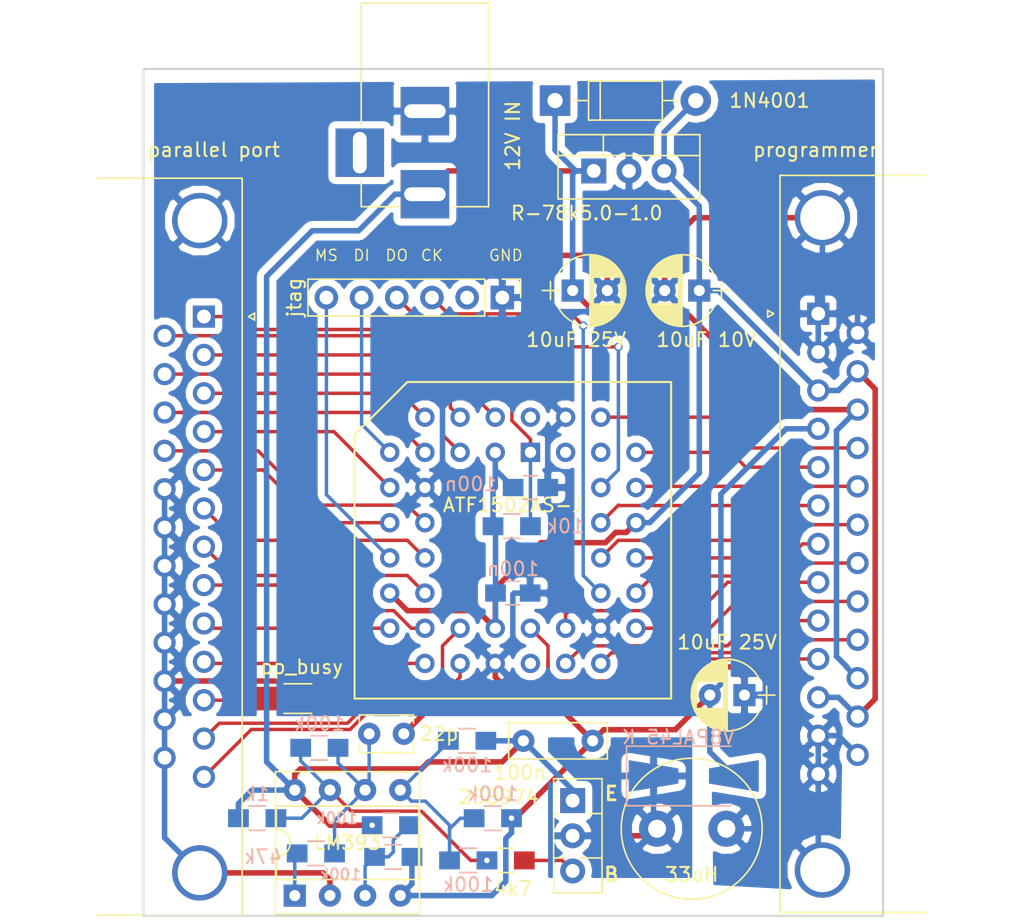
<source format=kicad_pcb>
(kicad_pcb (version 4) (host pcbnew 4.0.7-e2-6376~58~ubuntu16.04.1)

  (general
    (links 113)
    (no_connects 0)
    (area 78.338999 32.922999 152.697001 99.906001)
    (thickness 1.6)
    (drawings 12)
    (tracks 359)
    (zones 0)
    (modules 29)
    (nets 51)
  )

  (page A4)
  (title_block
    (title "ALL-03 (MOD_EMUP) Parallel port adapter")
    (date 2023-12-04)
    (rev 0.2)
    (company IZ8DWF)
    (comment 1 "Original design by Nicola Di Lieto")
    (comment 2 "uses the ATF1502 with jtag programming")
    (comment 3 "Moved the 5V regulator to make space for caps (R2)")
  )

  (layers
    (0 F.Cu signal)
    (31 B.Cu signal)
    (32 B.Adhes user)
    (33 F.Adhes user)
    (34 B.Paste user)
    (35 F.Paste user)
    (36 B.SilkS user)
    (37 F.SilkS user)
    (38 B.Mask user)
    (39 F.Mask user)
    (40 Dwgs.User user)
    (41 Cmts.User user)
    (42 Eco1.User user)
    (43 Eco2.User user)
    (44 Edge.Cuts user)
    (45 Margin user)
    (46 B.CrtYd user)
    (47 F.CrtYd user)
    (48 B.Fab user)
    (49 F.Fab user)
  )

  (setup
    (last_trace_width 0.25)
    (trace_clearance 0.2)
    (zone_clearance 0.508)
    (zone_45_only no)
    (trace_min 0.2)
    (segment_width 0.2)
    (edge_width 0.15)
    (via_size 0.6)
    (via_drill 0.4)
    (via_min_size 0.4)
    (via_min_drill 0.3)
    (uvia_size 0.3)
    (uvia_drill 0.1)
    (uvias_allowed no)
    (uvia_min_size 0.2)
    (uvia_min_drill 0.1)
    (pcb_text_width 0.3)
    (pcb_text_size 1.5 1.5)
    (mod_edge_width 0.15)
    (mod_text_size 1 1)
    (mod_text_width 0.15)
    (pad_size 1.524 1.524)
    (pad_drill 0.762)
    (pad_to_mask_clearance 0.2)
    (aux_axis_origin 0 0)
    (visible_elements FFFFFF7F)
    (pcbplotparams
      (layerselection 0x010f0_80000001)
      (usegerberextensions true)
      (excludeedgelayer true)
      (linewidth 0.100000)
      (plotframeref false)
      (viasonmask false)
      (mode 1)
      (useauxorigin false)
      (hpglpennumber 1)
      (hpglpenspeed 20)
      (hpglpendiameter 15)
      (hpglpenoverlay 2)
      (psnegative false)
      (psa4output false)
      (plotreference true)
      (plotvalue true)
      (plotinvisibletext false)
      (padsonsilk false)
      (subtractmaskfromsilk true)
      (outputformat 1)
      (mirror false)
      (drillshape 0)
      (scaleselection 1)
      (outputdirectory gerber/))
  )

  (net 0 "")
  (net 1 +12V)
  (net 2 GND)
  (net 3 +5V)
  (net 4 -12V)
  (net 5 "Net-(C8-Pad1)")
  (net 6 /HC)
  (net 7 "Net-(J1-Pad3)")
  (net 8 /~strobe)
  (net 9 /pd0)
  (net 10 /pd1)
  (net 11 /pd2)
  (net 12 /pd3)
  (net 13 /pd4)
  (net 14 /pd5)
  (net 15 /pd6)
  (net 16 /pd7)
  (net 17 /~ack)
  (net 18 "Net-(J2-Pad11)")
  (net 19 /pe)
  (net 20 /sel)
  (net 21 /~autolf)
  (net 22 /~err)
  (net 23 /~init)
  (net 24 /~sel_in)
  (net 25 "Net-(J3-Pad2)")
  (net 26 "Net-(J3-Pad3)")
  (net 27 "Net-(J3-Pad4)")
  (net 28 "Net-(J3-Pad5)")
  (net 29 "Net-(J3-Pad6)")
  (net 30 /d0)
  (net 31 /d2)
  (net 32 /d4)
  (net 33 /d6)
  (net 34 /~read2)
  (net 35 /~write0)
  (net 36 /reset)
  (net 37 /d1)
  (net 38 /d3)
  (net 39 /d5)
  (net 40 /d7)
  (net 41 /~write2)
  (net 42 "Net-(Q1-Pad3)")
  (net 43 "Net-(R2-Pad2)")
  (net 44 "Net-(R4-Pad2)")
  (net 45 "Net-(R5-Pad2)")
  (net 46 "Net-(R10-Pad2)")
  (net 47 "Net-(U2-Pad24)")
  (net 48 "Net-(U2-Pad41)")
  (net 49 "Net-(U2-Pad43)")
  (net 50 "Net-(U2-Pad44)")

  (net_class Default "This is the default net class."
    (clearance 0.2)
    (trace_width 0.25)
    (via_dia 0.6)
    (via_drill 0.4)
    (uvia_dia 0.3)
    (uvia_drill 0.1)
    (add_net /d0)
    (add_net /d1)
    (add_net /d2)
    (add_net /d3)
    (add_net /d4)
    (add_net /d5)
    (add_net /d6)
    (add_net /d7)
    (add_net /pd0)
    (add_net /pd1)
    (add_net /pd2)
    (add_net /pd3)
    (add_net /pd4)
    (add_net /pd5)
    (add_net /pd6)
    (add_net /pd7)
    (add_net /pe)
    (add_net /reset)
    (add_net /sel)
    (add_net /~ack)
    (add_net /~autolf)
    (add_net /~err)
    (add_net /~init)
    (add_net /~read2)
    (add_net /~sel_in)
    (add_net /~strobe)
    (add_net /~write0)
    (add_net /~write2)
    (add_net "Net-(C8-Pad1)")
    (add_net "Net-(J1-Pad3)")
    (add_net "Net-(J2-Pad11)")
    (add_net "Net-(J3-Pad2)")
    (add_net "Net-(J3-Pad3)")
    (add_net "Net-(J3-Pad4)")
    (add_net "Net-(J3-Pad5)")
    (add_net "Net-(J3-Pad6)")
    (add_net "Net-(Q1-Pad3)")
    (add_net "Net-(R10-Pad2)")
    (add_net "Net-(R2-Pad2)")
    (add_net "Net-(R4-Pad2)")
    (add_net "Net-(R5-Pad2)")
    (add_net "Net-(U2-Pad24)")
    (add_net "Net-(U2-Pad41)")
    (add_net "Net-(U2-Pad43)")
    (add_net "Net-(U2-Pad44)")
  )

  (net_class pwr ""
    (clearance 0.2)
    (trace_width 0.4)
    (via_dia 0.6)
    (via_drill 0.4)
    (uvia_dia 0.3)
    (uvia_drill 0.1)
    (add_net +12V)
    (add_net +5V)
    (add_net -12V)
    (add_net /HC)
    (add_net GND)
  )

  (module Capacitors_THT:CP_Radial_D5.0mm_P2.50mm (layer F.Cu) (tedit 6550FADD) (tstamp 6550A7E3)
    (at 119.888 54.102)
    (descr "CP, Radial series, Radial, pin pitch=2.50mm, , diameter=5mm, Electrolytic Capacitor")
    (tags "CP Radial series Radial pin pitch 2.50mm  diameter 5mm Electrolytic Capacitor")
    (path /654F69FB)
    (fp_text reference C1 (at 1.25 -3.81) (layer F.SilkS) hide
      (effects (font (size 1 1) (thickness 0.15)))
    )
    (fp_text value "10uF 25V" (at 0.254 3.556) (layer F.SilkS)
      (effects (font (size 1 1) (thickness 0.15)))
    )
    (fp_arc (start 1.25 0) (end -1.05558 -1.18) (angle 125.8) (layer F.SilkS) (width 0.12))
    (fp_arc (start 1.25 0) (end -1.05558 1.18) (angle -125.8) (layer F.SilkS) (width 0.12))
    (fp_arc (start 1.25 0) (end 3.55558 -1.18) (angle 54.2) (layer F.SilkS) (width 0.12))
    (fp_circle (center 1.25 0) (end 3.75 0) (layer F.Fab) (width 0.1))
    (fp_line (start -2.2 0) (end -1 0) (layer F.Fab) (width 0.1))
    (fp_line (start -1.6 -0.65) (end -1.6 0.65) (layer F.Fab) (width 0.1))
    (fp_line (start 1.25 -2.55) (end 1.25 2.55) (layer F.SilkS) (width 0.12))
    (fp_line (start 1.29 -2.55) (end 1.29 2.55) (layer F.SilkS) (width 0.12))
    (fp_line (start 1.33 -2.549) (end 1.33 2.549) (layer F.SilkS) (width 0.12))
    (fp_line (start 1.37 -2.548) (end 1.37 2.548) (layer F.SilkS) (width 0.12))
    (fp_line (start 1.41 -2.546) (end 1.41 2.546) (layer F.SilkS) (width 0.12))
    (fp_line (start 1.45 -2.543) (end 1.45 2.543) (layer F.SilkS) (width 0.12))
    (fp_line (start 1.49 -2.539) (end 1.49 2.539) (layer F.SilkS) (width 0.12))
    (fp_line (start 1.53 -2.535) (end 1.53 -0.98) (layer F.SilkS) (width 0.12))
    (fp_line (start 1.53 0.98) (end 1.53 2.535) (layer F.SilkS) (width 0.12))
    (fp_line (start 1.57 -2.531) (end 1.57 -0.98) (layer F.SilkS) (width 0.12))
    (fp_line (start 1.57 0.98) (end 1.57 2.531) (layer F.SilkS) (width 0.12))
    (fp_line (start 1.61 -2.525) (end 1.61 -0.98) (layer F.SilkS) (width 0.12))
    (fp_line (start 1.61 0.98) (end 1.61 2.525) (layer F.SilkS) (width 0.12))
    (fp_line (start 1.65 -2.519) (end 1.65 -0.98) (layer F.SilkS) (width 0.12))
    (fp_line (start 1.65 0.98) (end 1.65 2.519) (layer F.SilkS) (width 0.12))
    (fp_line (start 1.69 -2.513) (end 1.69 -0.98) (layer F.SilkS) (width 0.12))
    (fp_line (start 1.69 0.98) (end 1.69 2.513) (layer F.SilkS) (width 0.12))
    (fp_line (start 1.73 -2.506) (end 1.73 -0.98) (layer F.SilkS) (width 0.12))
    (fp_line (start 1.73 0.98) (end 1.73 2.506) (layer F.SilkS) (width 0.12))
    (fp_line (start 1.77 -2.498) (end 1.77 -0.98) (layer F.SilkS) (width 0.12))
    (fp_line (start 1.77 0.98) (end 1.77 2.498) (layer F.SilkS) (width 0.12))
    (fp_line (start 1.81 -2.489) (end 1.81 -0.98) (layer F.SilkS) (width 0.12))
    (fp_line (start 1.81 0.98) (end 1.81 2.489) (layer F.SilkS) (width 0.12))
    (fp_line (start 1.85 -2.48) (end 1.85 -0.98) (layer F.SilkS) (width 0.12))
    (fp_line (start 1.85 0.98) (end 1.85 2.48) (layer F.SilkS) (width 0.12))
    (fp_line (start 1.89 -2.47) (end 1.89 -0.98) (layer F.SilkS) (width 0.12))
    (fp_line (start 1.89 0.98) (end 1.89 2.47) (layer F.SilkS) (width 0.12))
    (fp_line (start 1.93 -2.46) (end 1.93 -0.98) (layer F.SilkS) (width 0.12))
    (fp_line (start 1.93 0.98) (end 1.93 2.46) (layer F.SilkS) (width 0.12))
    (fp_line (start 1.971 -2.448) (end 1.971 -0.98) (layer F.SilkS) (width 0.12))
    (fp_line (start 1.971 0.98) (end 1.971 2.448) (layer F.SilkS) (width 0.12))
    (fp_line (start 2.011 -2.436) (end 2.011 -0.98) (layer F.SilkS) (width 0.12))
    (fp_line (start 2.011 0.98) (end 2.011 2.436) (layer F.SilkS) (width 0.12))
    (fp_line (start 2.051 -2.424) (end 2.051 -0.98) (layer F.SilkS) (width 0.12))
    (fp_line (start 2.051 0.98) (end 2.051 2.424) (layer F.SilkS) (width 0.12))
    (fp_line (start 2.091 -2.41) (end 2.091 -0.98) (layer F.SilkS) (width 0.12))
    (fp_line (start 2.091 0.98) (end 2.091 2.41) (layer F.SilkS) (width 0.12))
    (fp_line (start 2.131 -2.396) (end 2.131 -0.98) (layer F.SilkS) (width 0.12))
    (fp_line (start 2.131 0.98) (end 2.131 2.396) (layer F.SilkS) (width 0.12))
    (fp_line (start 2.171 -2.382) (end 2.171 -0.98) (layer F.SilkS) (width 0.12))
    (fp_line (start 2.171 0.98) (end 2.171 2.382) (layer F.SilkS) (width 0.12))
    (fp_line (start 2.211 -2.366) (end 2.211 -0.98) (layer F.SilkS) (width 0.12))
    (fp_line (start 2.211 0.98) (end 2.211 2.366) (layer F.SilkS) (width 0.12))
    (fp_line (start 2.251 -2.35) (end 2.251 -0.98) (layer F.SilkS) (width 0.12))
    (fp_line (start 2.251 0.98) (end 2.251 2.35) (layer F.SilkS) (width 0.12))
    (fp_line (start 2.291 -2.333) (end 2.291 -0.98) (layer F.SilkS) (width 0.12))
    (fp_line (start 2.291 0.98) (end 2.291 2.333) (layer F.SilkS) (width 0.12))
    (fp_line (start 2.331 -2.315) (end 2.331 -0.98) (layer F.SilkS) (width 0.12))
    (fp_line (start 2.331 0.98) (end 2.331 2.315) (layer F.SilkS) (width 0.12))
    (fp_line (start 2.371 -2.296) (end 2.371 -0.98) (layer F.SilkS) (width 0.12))
    (fp_line (start 2.371 0.98) (end 2.371 2.296) (layer F.SilkS) (width 0.12))
    (fp_line (start 2.411 -2.276) (end 2.411 -0.98) (layer F.SilkS) (width 0.12))
    (fp_line (start 2.411 0.98) (end 2.411 2.276) (layer F.SilkS) (width 0.12))
    (fp_line (start 2.451 -2.256) (end 2.451 -0.98) (layer F.SilkS) (width 0.12))
    (fp_line (start 2.451 0.98) (end 2.451 2.256) (layer F.SilkS) (width 0.12))
    (fp_line (start 2.491 -2.234) (end 2.491 -0.98) (layer F.SilkS) (width 0.12))
    (fp_line (start 2.491 0.98) (end 2.491 2.234) (layer F.SilkS) (width 0.12))
    (fp_line (start 2.531 -2.212) (end 2.531 -0.98) (layer F.SilkS) (width 0.12))
    (fp_line (start 2.531 0.98) (end 2.531 2.212) (layer F.SilkS) (width 0.12))
    (fp_line (start 2.571 -2.189) (end 2.571 -0.98) (layer F.SilkS) (width 0.12))
    (fp_line (start 2.571 0.98) (end 2.571 2.189) (layer F.SilkS) (width 0.12))
    (fp_line (start 2.611 -2.165) (end 2.611 -0.98) (layer F.SilkS) (width 0.12))
    (fp_line (start 2.611 0.98) (end 2.611 2.165) (layer F.SilkS) (width 0.12))
    (fp_line (start 2.651 -2.14) (end 2.651 -0.98) (layer F.SilkS) (width 0.12))
    (fp_line (start 2.651 0.98) (end 2.651 2.14) (layer F.SilkS) (width 0.12))
    (fp_line (start 2.691 -2.113) (end 2.691 -0.98) (layer F.SilkS) (width 0.12))
    (fp_line (start 2.691 0.98) (end 2.691 2.113) (layer F.SilkS) (width 0.12))
    (fp_line (start 2.731 -2.086) (end 2.731 -0.98) (layer F.SilkS) (width 0.12))
    (fp_line (start 2.731 0.98) (end 2.731 2.086) (layer F.SilkS) (width 0.12))
    (fp_line (start 2.771 -2.058) (end 2.771 -0.98) (layer F.SilkS) (width 0.12))
    (fp_line (start 2.771 0.98) (end 2.771 2.058) (layer F.SilkS) (width 0.12))
    (fp_line (start 2.811 -2.028) (end 2.811 -0.98) (layer F.SilkS) (width 0.12))
    (fp_line (start 2.811 0.98) (end 2.811 2.028) (layer F.SilkS) (width 0.12))
    (fp_line (start 2.851 -1.997) (end 2.851 -0.98) (layer F.SilkS) (width 0.12))
    (fp_line (start 2.851 0.98) (end 2.851 1.997) (layer F.SilkS) (width 0.12))
    (fp_line (start 2.891 -1.965) (end 2.891 -0.98) (layer F.SilkS) (width 0.12))
    (fp_line (start 2.891 0.98) (end 2.891 1.965) (layer F.SilkS) (width 0.12))
    (fp_line (start 2.931 -1.932) (end 2.931 -0.98) (layer F.SilkS) (width 0.12))
    (fp_line (start 2.931 0.98) (end 2.931 1.932) (layer F.SilkS) (width 0.12))
    (fp_line (start 2.971 -1.897) (end 2.971 -0.98) (layer F.SilkS) (width 0.12))
    (fp_line (start 2.971 0.98) (end 2.971 1.897) (layer F.SilkS) (width 0.12))
    (fp_line (start 3.011 -1.861) (end 3.011 -0.98) (layer F.SilkS) (width 0.12))
    (fp_line (start 3.011 0.98) (end 3.011 1.861) (layer F.SilkS) (width 0.12))
    (fp_line (start 3.051 -1.823) (end 3.051 -0.98) (layer F.SilkS) (width 0.12))
    (fp_line (start 3.051 0.98) (end 3.051 1.823) (layer F.SilkS) (width 0.12))
    (fp_line (start 3.091 -1.783) (end 3.091 -0.98) (layer F.SilkS) (width 0.12))
    (fp_line (start 3.091 0.98) (end 3.091 1.783) (layer F.SilkS) (width 0.12))
    (fp_line (start 3.131 -1.742) (end 3.131 -0.98) (layer F.SilkS) (width 0.12))
    (fp_line (start 3.131 0.98) (end 3.131 1.742) (layer F.SilkS) (width 0.12))
    (fp_line (start 3.171 -1.699) (end 3.171 -0.98) (layer F.SilkS) (width 0.12))
    (fp_line (start 3.171 0.98) (end 3.171 1.699) (layer F.SilkS) (width 0.12))
    (fp_line (start 3.211 -1.654) (end 3.211 -0.98) (layer F.SilkS) (width 0.12))
    (fp_line (start 3.211 0.98) (end 3.211 1.654) (layer F.SilkS) (width 0.12))
    (fp_line (start 3.251 -1.606) (end 3.251 -0.98) (layer F.SilkS) (width 0.12))
    (fp_line (start 3.251 0.98) (end 3.251 1.606) (layer F.SilkS) (width 0.12))
    (fp_line (start 3.291 -1.556) (end 3.291 -0.98) (layer F.SilkS) (width 0.12))
    (fp_line (start 3.291 0.98) (end 3.291 1.556) (layer F.SilkS) (width 0.12))
    (fp_line (start 3.331 -1.504) (end 3.331 -0.98) (layer F.SilkS) (width 0.12))
    (fp_line (start 3.331 0.98) (end 3.331 1.504) (layer F.SilkS) (width 0.12))
    (fp_line (start 3.371 -1.448) (end 3.371 -0.98) (layer F.SilkS) (width 0.12))
    (fp_line (start 3.371 0.98) (end 3.371 1.448) (layer F.SilkS) (width 0.12))
    (fp_line (start 3.411 -1.39) (end 3.411 -0.98) (layer F.SilkS) (width 0.12))
    (fp_line (start 3.411 0.98) (end 3.411 1.39) (layer F.SilkS) (width 0.12))
    (fp_line (start 3.451 -1.327) (end 3.451 -0.98) (layer F.SilkS) (width 0.12))
    (fp_line (start 3.451 0.98) (end 3.451 1.327) (layer F.SilkS) (width 0.12))
    (fp_line (start 3.491 -1.261) (end 3.491 1.261) (layer F.SilkS) (width 0.12))
    (fp_line (start 3.531 -1.189) (end 3.531 1.189) (layer F.SilkS) (width 0.12))
    (fp_line (start 3.571 -1.112) (end 3.571 1.112) (layer F.SilkS) (width 0.12))
    (fp_line (start 3.611 -1.028) (end 3.611 1.028) (layer F.SilkS) (width 0.12))
    (fp_line (start 3.651 -0.934) (end 3.651 0.934) (layer F.SilkS) (width 0.12))
    (fp_line (start 3.691 -0.829) (end 3.691 0.829) (layer F.SilkS) (width 0.12))
    (fp_line (start 3.731 -0.707) (end 3.731 0.707) (layer F.SilkS) (width 0.12))
    (fp_line (start 3.771 -0.559) (end 3.771 0.559) (layer F.SilkS) (width 0.12))
    (fp_line (start 3.811 -0.354) (end 3.811 0.354) (layer F.SilkS) (width 0.12))
    (fp_line (start -2.2 0) (end -1 0) (layer F.SilkS) (width 0.12))
    (fp_line (start -1.6 -0.65) (end -1.6 0.65) (layer F.SilkS) (width 0.12))
    (fp_line (start -1.6 -2.85) (end -1.6 2.85) (layer F.CrtYd) (width 0.05))
    (fp_line (start -1.6 2.85) (end 4.1 2.85) (layer F.CrtYd) (width 0.05))
    (fp_line (start 4.1 2.85) (end 4.1 -2.85) (layer F.CrtYd) (width 0.05))
    (fp_line (start 4.1 -2.85) (end -1.6 -2.85) (layer F.CrtYd) (width 0.05))
    (fp_text user %R (at 1.25 0) (layer F.Fab) hide
      (effects (font (size 1 1) (thickness 0.15)))
    )
    (pad 1 thru_hole rect (at 0 0) (size 1.6 1.6) (drill 0.8) (layers *.Cu *.Mask)
      (net 1 +12V))
    (pad 2 thru_hole circle (at 2.5 0) (size 1.6 1.6) (drill 0.8) (layers *.Cu *.Mask)
      (net 2 GND))
    (model ${KISYS3DMOD}/Capacitors_THT.3dshapes/CP_Radial_D5.0mm_P2.50mm.wrl
      (at (xyz 0 0 0))
      (scale (xyz 1 1 1))
      (rotate (xyz 0 0 0))
    )
  )

  (module Capacitors_THT:CP_Radial_D5.0mm_P2.50mm (layer F.Cu) (tedit 6550FAD6) (tstamp 6550A868)
    (at 129.032 54.102 180)
    (descr "CP, Radial series, Radial, pin pitch=2.50mm, , diameter=5mm, Electrolytic Capacitor")
    (tags "CP Radial series Radial pin pitch 2.50mm  diameter 5mm Electrolytic Capacitor")
    (path /654F6B0B)
    (fp_text reference C2 (at 1.25 -3.81 180) (layer F.SilkS) hide
      (effects (font (size 1 1) (thickness 0.15)))
    )
    (fp_text value "10uF 10V" (at -0.508 -3.556 180) (layer F.SilkS)
      (effects (font (size 1 1) (thickness 0.15)))
    )
    (fp_arc (start 1.25 0) (end -1.05558 -1.18) (angle 125.8) (layer F.SilkS) (width 0.12))
    (fp_arc (start 1.25 0) (end -1.05558 1.18) (angle -125.8) (layer F.SilkS) (width 0.12))
    (fp_arc (start 1.25 0) (end 3.55558 -1.18) (angle 54.2) (layer F.SilkS) (width 0.12))
    (fp_circle (center 1.25 0) (end 3.75 0) (layer F.Fab) (width 0.1))
    (fp_line (start -2.2 0) (end -1 0) (layer F.Fab) (width 0.1))
    (fp_line (start -1.6 -0.65) (end -1.6 0.65) (layer F.Fab) (width 0.1))
    (fp_line (start 1.25 -2.55) (end 1.25 2.55) (layer F.SilkS) (width 0.12))
    (fp_line (start 1.29 -2.55) (end 1.29 2.55) (layer F.SilkS) (width 0.12))
    (fp_line (start 1.33 -2.549) (end 1.33 2.549) (layer F.SilkS) (width 0.12))
    (fp_line (start 1.37 -2.548) (end 1.37 2.548) (layer F.SilkS) (width 0.12))
    (fp_line (start 1.41 -2.546) (end 1.41 2.546) (layer F.SilkS) (width 0.12))
    (fp_line (start 1.45 -2.543) (end 1.45 2.543) (layer F.SilkS) (width 0.12))
    (fp_line (start 1.49 -2.539) (end 1.49 2.539) (layer F.SilkS) (width 0.12))
    (fp_line (start 1.53 -2.535) (end 1.53 -0.98) (layer F.SilkS) (width 0.12))
    (fp_line (start 1.53 0.98) (end 1.53 2.535) (layer F.SilkS) (width 0.12))
    (fp_line (start 1.57 -2.531) (end 1.57 -0.98) (layer F.SilkS) (width 0.12))
    (fp_line (start 1.57 0.98) (end 1.57 2.531) (layer F.SilkS) (width 0.12))
    (fp_line (start 1.61 -2.525) (end 1.61 -0.98) (layer F.SilkS) (width 0.12))
    (fp_line (start 1.61 0.98) (end 1.61 2.525) (layer F.SilkS) (width 0.12))
    (fp_line (start 1.65 -2.519) (end 1.65 -0.98) (layer F.SilkS) (width 0.12))
    (fp_line (start 1.65 0.98) (end 1.65 2.519) (layer F.SilkS) (width 0.12))
    (fp_line (start 1.69 -2.513) (end 1.69 -0.98) (layer F.SilkS) (width 0.12))
    (fp_line (start 1.69 0.98) (end 1.69 2.513) (layer F.SilkS) (width 0.12))
    (fp_line (start 1.73 -2.506) (end 1.73 -0.98) (layer F.SilkS) (width 0.12))
    (fp_line (start 1.73 0.98) (end 1.73 2.506) (layer F.SilkS) (width 0.12))
    (fp_line (start 1.77 -2.498) (end 1.77 -0.98) (layer F.SilkS) (width 0.12))
    (fp_line (start 1.77 0.98) (end 1.77 2.498) (layer F.SilkS) (width 0.12))
    (fp_line (start 1.81 -2.489) (end 1.81 -0.98) (layer F.SilkS) (width 0.12))
    (fp_line (start 1.81 0.98) (end 1.81 2.489) (layer F.SilkS) (width 0.12))
    (fp_line (start 1.85 -2.48) (end 1.85 -0.98) (layer F.SilkS) (width 0.12))
    (fp_line (start 1.85 0.98) (end 1.85 2.48) (layer F.SilkS) (width 0.12))
    (fp_line (start 1.89 -2.47) (end 1.89 -0.98) (layer F.SilkS) (width 0.12))
    (fp_line (start 1.89 0.98) (end 1.89 2.47) (layer F.SilkS) (width 0.12))
    (fp_line (start 1.93 -2.46) (end 1.93 -0.98) (layer F.SilkS) (width 0.12))
    (fp_line (start 1.93 0.98) (end 1.93 2.46) (layer F.SilkS) (width 0.12))
    (fp_line (start 1.971 -2.448) (end 1.971 -0.98) (layer F.SilkS) (width 0.12))
    (fp_line (start 1.971 0.98) (end 1.971 2.448) (layer F.SilkS) (width 0.12))
    (fp_line (start 2.011 -2.436) (end 2.011 -0.98) (layer F.SilkS) (width 0.12))
    (fp_line (start 2.011 0.98) (end 2.011 2.436) (layer F.SilkS) (width 0.12))
    (fp_line (start 2.051 -2.424) (end 2.051 -0.98) (layer F.SilkS) (width 0.12))
    (fp_line (start 2.051 0.98) (end 2.051 2.424) (layer F.SilkS) (width 0.12))
    (fp_line (start 2.091 -2.41) (end 2.091 -0.98) (layer F.SilkS) (width 0.12))
    (fp_line (start 2.091 0.98) (end 2.091 2.41) (layer F.SilkS) (width 0.12))
    (fp_line (start 2.131 -2.396) (end 2.131 -0.98) (layer F.SilkS) (width 0.12))
    (fp_line (start 2.131 0.98) (end 2.131 2.396) (layer F.SilkS) (width 0.12))
    (fp_line (start 2.171 -2.382) (end 2.171 -0.98) (layer F.SilkS) (width 0.12))
    (fp_line (start 2.171 0.98) (end 2.171 2.382) (layer F.SilkS) (width 0.12))
    (fp_line (start 2.211 -2.366) (end 2.211 -0.98) (layer F.SilkS) (width 0.12))
    (fp_line (start 2.211 0.98) (end 2.211 2.366) (layer F.SilkS) (width 0.12))
    (fp_line (start 2.251 -2.35) (end 2.251 -0.98) (layer F.SilkS) (width 0.12))
    (fp_line (start 2.251 0.98) (end 2.251 2.35) (layer F.SilkS) (width 0.12))
    (fp_line (start 2.291 -2.333) (end 2.291 -0.98) (layer F.SilkS) (width 0.12))
    (fp_line (start 2.291 0.98) (end 2.291 2.333) (layer F.SilkS) (width 0.12))
    (fp_line (start 2.331 -2.315) (end 2.331 -0.98) (layer F.SilkS) (width 0.12))
    (fp_line (start 2.331 0.98) (end 2.331 2.315) (layer F.SilkS) (width 0.12))
    (fp_line (start 2.371 -2.296) (end 2.371 -0.98) (layer F.SilkS) (width 0.12))
    (fp_line (start 2.371 0.98) (end 2.371 2.296) (layer F.SilkS) (width 0.12))
    (fp_line (start 2.411 -2.276) (end 2.411 -0.98) (layer F.SilkS) (width 0.12))
    (fp_line (start 2.411 0.98) (end 2.411 2.276) (layer F.SilkS) (width 0.12))
    (fp_line (start 2.451 -2.256) (end 2.451 -0.98) (layer F.SilkS) (width 0.12))
    (fp_line (start 2.451 0.98) (end 2.451 2.256) (layer F.SilkS) (width 0.12))
    (fp_line (start 2.491 -2.234) (end 2.491 -0.98) (layer F.SilkS) (width 0.12))
    (fp_line (start 2.491 0.98) (end 2.491 2.234) (layer F.SilkS) (width 0.12))
    (fp_line (start 2.531 -2.212) (end 2.531 -0.98) (layer F.SilkS) (width 0.12))
    (fp_line (start 2.531 0.98) (end 2.531 2.212) (layer F.SilkS) (width 0.12))
    (fp_line (start 2.571 -2.189) (end 2.571 -0.98) (layer F.SilkS) (width 0.12))
    (fp_line (start 2.571 0.98) (end 2.571 2.189) (layer F.SilkS) (width 0.12))
    (fp_line (start 2.611 -2.165) (end 2.611 -0.98) (layer F.SilkS) (width 0.12))
    (fp_line (start 2.611 0.98) (end 2.611 2.165) (layer F.SilkS) (width 0.12))
    (fp_line (start 2.651 -2.14) (end 2.651 -0.98) (layer F.SilkS) (width 0.12))
    (fp_line (start 2.651 0.98) (end 2.651 2.14) (layer F.SilkS) (width 0.12))
    (fp_line (start 2.691 -2.113) (end 2.691 -0.98) (layer F.SilkS) (width 0.12))
    (fp_line (start 2.691 0.98) (end 2.691 2.113) (layer F.SilkS) (width 0.12))
    (fp_line (start 2.731 -2.086) (end 2.731 -0.98) (layer F.SilkS) (width 0.12))
    (fp_line (start 2.731 0.98) (end 2.731 2.086) (layer F.SilkS) (width 0.12))
    (fp_line (start 2.771 -2.058) (end 2.771 -0.98) (layer F.SilkS) (width 0.12))
    (fp_line (start 2.771 0.98) (end 2.771 2.058) (layer F.SilkS) (width 0.12))
    (fp_line (start 2.811 -2.028) (end 2.811 -0.98) (layer F.SilkS) (width 0.12))
    (fp_line (start 2.811 0.98) (end 2.811 2.028) (layer F.SilkS) (width 0.12))
    (fp_line (start 2.851 -1.997) (end 2.851 -0.98) (layer F.SilkS) (width 0.12))
    (fp_line (start 2.851 0.98) (end 2.851 1.997) (layer F.SilkS) (width 0.12))
    (fp_line (start 2.891 -1.965) (end 2.891 -0.98) (layer F.SilkS) (width 0.12))
    (fp_line (start 2.891 0.98) (end 2.891 1.965) (layer F.SilkS) (width 0.12))
    (fp_line (start 2.931 -1.932) (end 2.931 -0.98) (layer F.SilkS) (width 0.12))
    (fp_line (start 2.931 0.98) (end 2.931 1.932) (layer F.SilkS) (width 0.12))
    (fp_line (start 2.971 -1.897) (end 2.971 -0.98) (layer F.SilkS) (width 0.12))
    (fp_line (start 2.971 0.98) (end 2.971 1.897) (layer F.SilkS) (width 0.12))
    (fp_line (start 3.011 -1.861) (end 3.011 -0.98) (layer F.SilkS) (width 0.12))
    (fp_line (start 3.011 0.98) (end 3.011 1.861) (layer F.SilkS) (width 0.12))
    (fp_line (start 3.051 -1.823) (end 3.051 -0.98) (layer F.SilkS) (width 0.12))
    (fp_line (start 3.051 0.98) (end 3.051 1.823) (layer F.SilkS) (width 0.12))
    (fp_line (start 3.091 -1.783) (end 3.091 -0.98) (layer F.SilkS) (width 0.12))
    (fp_line (start 3.091 0.98) (end 3.091 1.783) (layer F.SilkS) (width 0.12))
    (fp_line (start 3.131 -1.742) (end 3.131 -0.98) (layer F.SilkS) (width 0.12))
    (fp_line (start 3.131 0.98) (end 3.131 1.742) (layer F.SilkS) (width 0.12))
    (fp_line (start 3.171 -1.699) (end 3.171 -0.98) (layer F.SilkS) (width 0.12))
    (fp_line (start 3.171 0.98) (end 3.171 1.699) (layer F.SilkS) (width 0.12))
    (fp_line (start 3.211 -1.654) (end 3.211 -0.98) (layer F.SilkS) (width 0.12))
    (fp_line (start 3.211 0.98) (end 3.211 1.654) (layer F.SilkS) (width 0.12))
    (fp_line (start 3.251 -1.606) (end 3.251 -0.98) (layer F.SilkS) (width 0.12))
    (fp_line (start 3.251 0.98) (end 3.251 1.606) (layer F.SilkS) (width 0.12))
    (fp_line (start 3.291 -1.556) (end 3.291 -0.98) (layer F.SilkS) (width 0.12))
    (fp_line (start 3.291 0.98) (end 3.291 1.556) (layer F.SilkS) (width 0.12))
    (fp_line (start 3.331 -1.504) (end 3.331 -0.98) (layer F.SilkS) (width 0.12))
    (fp_line (start 3.331 0.98) (end 3.331 1.504) (layer F.SilkS) (width 0.12))
    (fp_line (start 3.371 -1.448) (end 3.371 -0.98) (layer F.SilkS) (width 0.12))
    (fp_line (start 3.371 0.98) (end 3.371 1.448) (layer F.SilkS) (width 0.12))
    (fp_line (start 3.411 -1.39) (end 3.411 -0.98) (layer F.SilkS) (width 0.12))
    (fp_line (start 3.411 0.98) (end 3.411 1.39) (layer F.SilkS) (width 0.12))
    (fp_line (start 3.451 -1.327) (end 3.451 -0.98) (layer F.SilkS) (width 0.12))
    (fp_line (start 3.451 0.98) (end 3.451 1.327) (layer F.SilkS) (width 0.12))
    (fp_line (start 3.491 -1.261) (end 3.491 1.261) (layer F.SilkS) (width 0.12))
    (fp_line (start 3.531 -1.189) (end 3.531 1.189) (layer F.SilkS) (width 0.12))
    (fp_line (start 3.571 -1.112) (end 3.571 1.112) (layer F.SilkS) (width 0.12))
    (fp_line (start 3.611 -1.028) (end 3.611 1.028) (layer F.SilkS) (width 0.12))
    (fp_line (start 3.651 -0.934) (end 3.651 0.934) (layer F.SilkS) (width 0.12))
    (fp_line (start 3.691 -0.829) (end 3.691 0.829) (layer F.SilkS) (width 0.12))
    (fp_line (start 3.731 -0.707) (end 3.731 0.707) (layer F.SilkS) (width 0.12))
    (fp_line (start 3.771 -0.559) (end 3.771 0.559) (layer F.SilkS) (width 0.12))
    (fp_line (start 3.811 -0.354) (end 3.811 0.354) (layer F.SilkS) (width 0.12))
    (fp_line (start -2.2 0) (end -1 0) (layer F.SilkS) (width 0.12))
    (fp_line (start -1.6 -0.65) (end -1.6 0.65) (layer F.SilkS) (width 0.12))
    (fp_line (start -1.6 -2.85) (end -1.6 2.85) (layer F.CrtYd) (width 0.05))
    (fp_line (start -1.6 2.85) (end 4.1 2.85) (layer F.CrtYd) (width 0.05))
    (fp_line (start 4.1 2.85) (end 4.1 -2.85) (layer F.CrtYd) (width 0.05))
    (fp_line (start 4.1 -2.85) (end -1.6 -2.85) (layer F.CrtYd) (width 0.05))
    (fp_text user %R (at 1.25 0 180) (layer F.Fab) hide
      (effects (font (size 1 1) (thickness 0.15)))
    )
    (pad 1 thru_hole rect (at 0 0 180) (size 1.6 1.6) (drill 0.8) (layers *.Cu *.Mask)
      (net 3 +5V))
    (pad 2 thru_hole circle (at 2.5 0 180) (size 1.6 1.6) (drill 0.8) (layers *.Cu *.Mask)
      (net 2 GND))
    (model ${KISYS3DMOD}/Capacitors_THT.3dshapes/CP_Radial_D5.0mm_P2.50mm.wrl
      (at (xyz 0 0 0))
      (scale (xyz 1 1 1))
      (rotate (xyz 0 0 0))
    )
  )

  (module Capacitors_SMD:C_0805_HandSoldering (layer B.Cu) (tedit 6550FBEE) (tstamp 6550A879)
    (at 116.84 68.326)
    (descr "Capacitor SMD 0805, hand soldering")
    (tags "capacitor 0805")
    (path /654EA804)
    (attr smd)
    (fp_text reference C3 (at 0 1.75) (layer B.SilkS) hide
      (effects (font (size 1 1) (thickness 0.15)) (justify mirror))
    )
    (fp_text value 100n (at -4.318 -0.254) (layer B.SilkS)
      (effects (font (size 1 1) (thickness 0.15)) (justify mirror))
    )
    (fp_text user %R (at 0 1.75) (layer B.Fab) hide
      (effects (font (size 1 1) (thickness 0.15)) (justify mirror))
    )
    (fp_line (start -1 -0.62) (end -1 0.62) (layer B.Fab) (width 0.1))
    (fp_line (start 1 -0.62) (end -1 -0.62) (layer B.Fab) (width 0.1))
    (fp_line (start 1 0.62) (end 1 -0.62) (layer B.Fab) (width 0.1))
    (fp_line (start -1 0.62) (end 1 0.62) (layer B.Fab) (width 0.1))
    (fp_line (start 0.5 0.85) (end -0.5 0.85) (layer B.SilkS) (width 0.12))
    (fp_line (start -0.5 -0.85) (end 0.5 -0.85) (layer B.SilkS) (width 0.12))
    (fp_line (start -2.25 0.88) (end 2.25 0.88) (layer B.CrtYd) (width 0.05))
    (fp_line (start -2.25 0.88) (end -2.25 -0.87) (layer B.CrtYd) (width 0.05))
    (fp_line (start 2.25 -0.87) (end 2.25 0.88) (layer B.CrtYd) (width 0.05))
    (fp_line (start 2.25 -0.87) (end -2.25 -0.87) (layer B.CrtYd) (width 0.05))
    (pad 1 smd rect (at -1.25 0) (size 1.5 1.25) (layers B.Cu B.Paste B.Mask)
      (net 3 +5V))
    (pad 2 smd rect (at 1.25 0) (size 1.5 1.25) (layers B.Cu B.Paste B.Mask)
      (net 2 GND))
    (model Capacitors_SMD.3dshapes/C_0805.wrl
      (at (xyz 0 0 0))
      (scale (xyz 1 1 1))
      (rotate (xyz 0 0 0))
    )
  )

  (module Capacitors_SMD:C_0805_HandSoldering (layer B.Cu) (tedit 6550FBA1) (tstamp 6550A88A)
    (at 115.57 75.946)
    (descr "Capacitor SMD 0805, hand soldering")
    (tags "capacitor 0805")
    (path /654EA526)
    (attr smd)
    (fp_text reference C4 (at 0 1.75) (layer B.SilkS) hide
      (effects (font (size 1 1) (thickness 0.15)) (justify mirror))
    )
    (fp_text value 100n (at 0 -1.75) (layer B.SilkS)
      (effects (font (size 1 1) (thickness 0.15)) (justify mirror))
    )
    (fp_text user %R (at 0 1.75) (layer B.Fab) hide
      (effects (font (size 1 1) (thickness 0.15)) (justify mirror))
    )
    (fp_line (start -1 -0.62) (end -1 0.62) (layer B.Fab) (width 0.1))
    (fp_line (start 1 -0.62) (end -1 -0.62) (layer B.Fab) (width 0.1))
    (fp_line (start 1 0.62) (end 1 -0.62) (layer B.Fab) (width 0.1))
    (fp_line (start -1 0.62) (end 1 0.62) (layer B.Fab) (width 0.1))
    (fp_line (start 0.5 0.85) (end -0.5 0.85) (layer B.SilkS) (width 0.12))
    (fp_line (start -0.5 -0.85) (end 0.5 -0.85) (layer B.SilkS) (width 0.12))
    (fp_line (start -2.25 0.88) (end 2.25 0.88) (layer B.CrtYd) (width 0.05))
    (fp_line (start -2.25 0.88) (end -2.25 -0.87) (layer B.CrtYd) (width 0.05))
    (fp_line (start 2.25 -0.87) (end 2.25 0.88) (layer B.CrtYd) (width 0.05))
    (fp_line (start 2.25 -0.87) (end -2.25 -0.87) (layer B.CrtYd) (width 0.05))
    (pad 1 smd rect (at -1.25 0) (size 1.5 1.25) (layers B.Cu B.Paste B.Mask)
      (net 3 +5V))
    (pad 2 smd rect (at 1.25 0) (size 1.5 1.25) (layers B.Cu B.Paste B.Mask)
      (net 2 GND))
    (model Capacitors_SMD.3dshapes/C_0805.wrl
      (at (xyz 0 0 0))
      (scale (xyz 1 1 1))
      (rotate (xyz 0 0 0))
    )
  )

  (module Capacitors_THT:C_Rect_L7.0mm_W2.5mm_P5.00mm (layer F.Cu) (tedit 6550FC3A) (tstamp 6550A8BF)
    (at 116.332 86.614)
    (descr "C, Rect series, Radial, pin pitch=5.00mm, , length*width=7*2.5mm^2, Capacitor")
    (tags "C Rect series Radial pin pitch 5.00mm  length 7mm width 2.5mm Capacitor")
    (path /654F81BD)
    (fp_text reference C7 (at 2.5 -2.56) (layer F.SilkS) hide
      (effects (font (size 1 1) (thickness 0.15)))
    )
    (fp_text value 100n (at -0.254 2.286) (layer F.SilkS)
      (effects (font (size 1 1) (thickness 0.15)))
    )
    (fp_line (start -1 -1.25) (end -1 1.25) (layer F.Fab) (width 0.1))
    (fp_line (start -1 1.25) (end 6 1.25) (layer F.Fab) (width 0.1))
    (fp_line (start 6 1.25) (end 6 -1.25) (layer F.Fab) (width 0.1))
    (fp_line (start 6 -1.25) (end -1 -1.25) (layer F.Fab) (width 0.1))
    (fp_line (start -1.06 -1.31) (end 6.06 -1.31) (layer F.SilkS) (width 0.12))
    (fp_line (start -1.06 1.31) (end 6.06 1.31) (layer F.SilkS) (width 0.12))
    (fp_line (start -1.06 -1.31) (end -1.06 1.31) (layer F.SilkS) (width 0.12))
    (fp_line (start 6.06 -1.31) (end 6.06 1.31) (layer F.SilkS) (width 0.12))
    (fp_line (start -1.35 -1.6) (end -1.35 1.6) (layer F.CrtYd) (width 0.05))
    (fp_line (start -1.35 1.6) (end 6.35 1.6) (layer F.CrtYd) (width 0.05))
    (fp_line (start 6.35 1.6) (end 6.35 -1.6) (layer F.CrtYd) (width 0.05))
    (fp_line (start 6.35 -1.6) (end -1.35 -1.6) (layer F.CrtYd) (width 0.05))
    (fp_text user %R (at 2.5 0) (layer F.Fab) hide
      (effects (font (size 1 1) (thickness 0.15)))
    )
    (pad 1 thru_hole circle (at 0 0) (size 1.6 1.6) (drill 0.8) (layers *.Cu *.Mask)
      (net 1 +12V))
    (pad 2 thru_hole circle (at 5 0) (size 1.6 1.6) (drill 0.8) (layers *.Cu *.Mask)
      (net 4 -12V))
    (model ${KISYS3DMOD}/Capacitors_THT.3dshapes/C_Rect_L7.0mm_W2.5mm_P5.00mm.wrl
      (at (xyz 0 0 0))
      (scale (xyz 1 1 1))
      (rotate (xyz 0 0 0))
    )
  )

  (module Capacitors_THT:C_Disc_D3.8mm_W2.6mm_P2.50mm (layer F.Cu) (tedit 6550FB66) (tstamp 6550A8D4)
    (at 105.196 86.106)
    (descr "C, Disc series, Radial, pin pitch=2.50mm, , diameter*width=3.8*2.6mm^2, Capacitor, http://www.vishay.com/docs/45233/krseries.pdf")
    (tags "C Disc series Radial pin pitch 2.50mm  diameter 3.8mm width 2.6mm Capacitor")
    (path /654FA231)
    (fp_text reference C8 (at 1.25 -2.61) (layer F.SilkS) hide
      (effects (font (size 1 1) (thickness 0.15)))
    )
    (fp_text value 22p (at 5.04 0) (layer F.SilkS)
      (effects (font (size 1 1) (thickness 0.15)))
    )
    (fp_line (start -0.65 -1.3) (end -0.65 1.3) (layer F.Fab) (width 0.1))
    (fp_line (start -0.65 1.3) (end 3.15 1.3) (layer F.Fab) (width 0.1))
    (fp_line (start 3.15 1.3) (end 3.15 -1.3) (layer F.Fab) (width 0.1))
    (fp_line (start 3.15 -1.3) (end -0.65 -1.3) (layer F.Fab) (width 0.1))
    (fp_line (start -0.71 -1.36) (end 3.21 -1.36) (layer F.SilkS) (width 0.12))
    (fp_line (start -0.71 1.36) (end 3.21 1.36) (layer F.SilkS) (width 0.12))
    (fp_line (start -0.71 -1.36) (end -0.71 -0.75) (layer F.SilkS) (width 0.12))
    (fp_line (start -0.71 0.75) (end -0.71 1.36) (layer F.SilkS) (width 0.12))
    (fp_line (start 3.21 -1.36) (end 3.21 -0.75) (layer F.SilkS) (width 0.12))
    (fp_line (start 3.21 0.75) (end 3.21 1.36) (layer F.SilkS) (width 0.12))
    (fp_line (start -1.05 -1.65) (end -1.05 1.65) (layer F.CrtYd) (width 0.05))
    (fp_line (start -1.05 1.65) (end 3.55 1.65) (layer F.CrtYd) (width 0.05))
    (fp_line (start 3.55 1.65) (end 3.55 -1.65) (layer F.CrtYd) (width 0.05))
    (fp_line (start 3.55 -1.65) (end -1.05 -1.65) (layer F.CrtYd) (width 0.05))
    (fp_text user %R (at 1.25 0) (layer F.Fab) hide
      (effects (font (size 1 1) (thickness 0.15)))
    )
    (pad 1 thru_hole circle (at 0 0) (size 1.6 1.6) (drill 0.8) (layers *.Cu *.Mask)
      (net 5 "Net-(C8-Pad1)"))
    (pad 2 thru_hole circle (at 2.5 0) (size 1.6 1.6) (drill 0.8) (layers *.Cu *.Mask)
      (net 4 -12V))
    (model ${KISYS3DMOD}/Capacitors_THT.3dshapes/C_Disc_D3.8mm_W2.6mm_P2.50mm.wrl
      (at (xyz 0 0 0))
      (scale (xyz 1 1 1))
      (rotate (xyz 0 0 0))
    )
  )

  (module Capacitors_THT:CP_Radial_D5.0mm_P2.50mm (layer F.Cu) (tedit 6550FACB) (tstamp 6550A959)
    (at 132.294 83.312 180)
    (descr "CP, Radial series, Radial, pin pitch=2.50mm, , diameter=5mm, Electrolytic Capacitor")
    (tags "CP Radial series Radial pin pitch 2.50mm  diameter 5mm Electrolytic Capacitor")
    (path /654FD118)
    (fp_text reference C9 (at 1.25 -3.81 180) (layer F.SilkS) hide
      (effects (font (size 1 1) (thickness 0.15)))
    )
    (fp_text value "10uF 25V" (at 1.25 3.81 180) (layer F.SilkS)
      (effects (font (size 1 1) (thickness 0.15)))
    )
    (fp_arc (start 1.25 0) (end -1.05558 -1.18) (angle 125.8) (layer F.SilkS) (width 0.12))
    (fp_arc (start 1.25 0) (end -1.05558 1.18) (angle -125.8) (layer F.SilkS) (width 0.12))
    (fp_arc (start 1.25 0) (end 3.55558 -1.18) (angle 54.2) (layer F.SilkS) (width 0.12))
    (fp_circle (center 1.25 0) (end 3.75 0) (layer F.Fab) (width 0.1))
    (fp_line (start -2.2 0) (end -1 0) (layer F.Fab) (width 0.1))
    (fp_line (start -1.6 -0.65) (end -1.6 0.65) (layer F.Fab) (width 0.1))
    (fp_line (start 1.25 -2.55) (end 1.25 2.55) (layer F.SilkS) (width 0.12))
    (fp_line (start 1.29 -2.55) (end 1.29 2.55) (layer F.SilkS) (width 0.12))
    (fp_line (start 1.33 -2.549) (end 1.33 2.549) (layer F.SilkS) (width 0.12))
    (fp_line (start 1.37 -2.548) (end 1.37 2.548) (layer F.SilkS) (width 0.12))
    (fp_line (start 1.41 -2.546) (end 1.41 2.546) (layer F.SilkS) (width 0.12))
    (fp_line (start 1.45 -2.543) (end 1.45 2.543) (layer F.SilkS) (width 0.12))
    (fp_line (start 1.49 -2.539) (end 1.49 2.539) (layer F.SilkS) (width 0.12))
    (fp_line (start 1.53 -2.535) (end 1.53 -0.98) (layer F.SilkS) (width 0.12))
    (fp_line (start 1.53 0.98) (end 1.53 2.535) (layer F.SilkS) (width 0.12))
    (fp_line (start 1.57 -2.531) (end 1.57 -0.98) (layer F.SilkS) (width 0.12))
    (fp_line (start 1.57 0.98) (end 1.57 2.531) (layer F.SilkS) (width 0.12))
    (fp_line (start 1.61 -2.525) (end 1.61 -0.98) (layer F.SilkS) (width 0.12))
    (fp_line (start 1.61 0.98) (end 1.61 2.525) (layer F.SilkS) (width 0.12))
    (fp_line (start 1.65 -2.519) (end 1.65 -0.98) (layer F.SilkS) (width 0.12))
    (fp_line (start 1.65 0.98) (end 1.65 2.519) (layer F.SilkS) (width 0.12))
    (fp_line (start 1.69 -2.513) (end 1.69 -0.98) (layer F.SilkS) (width 0.12))
    (fp_line (start 1.69 0.98) (end 1.69 2.513) (layer F.SilkS) (width 0.12))
    (fp_line (start 1.73 -2.506) (end 1.73 -0.98) (layer F.SilkS) (width 0.12))
    (fp_line (start 1.73 0.98) (end 1.73 2.506) (layer F.SilkS) (width 0.12))
    (fp_line (start 1.77 -2.498) (end 1.77 -0.98) (layer F.SilkS) (width 0.12))
    (fp_line (start 1.77 0.98) (end 1.77 2.498) (layer F.SilkS) (width 0.12))
    (fp_line (start 1.81 -2.489) (end 1.81 -0.98) (layer F.SilkS) (width 0.12))
    (fp_line (start 1.81 0.98) (end 1.81 2.489) (layer F.SilkS) (width 0.12))
    (fp_line (start 1.85 -2.48) (end 1.85 -0.98) (layer F.SilkS) (width 0.12))
    (fp_line (start 1.85 0.98) (end 1.85 2.48) (layer F.SilkS) (width 0.12))
    (fp_line (start 1.89 -2.47) (end 1.89 -0.98) (layer F.SilkS) (width 0.12))
    (fp_line (start 1.89 0.98) (end 1.89 2.47) (layer F.SilkS) (width 0.12))
    (fp_line (start 1.93 -2.46) (end 1.93 -0.98) (layer F.SilkS) (width 0.12))
    (fp_line (start 1.93 0.98) (end 1.93 2.46) (layer F.SilkS) (width 0.12))
    (fp_line (start 1.971 -2.448) (end 1.971 -0.98) (layer F.SilkS) (width 0.12))
    (fp_line (start 1.971 0.98) (end 1.971 2.448) (layer F.SilkS) (width 0.12))
    (fp_line (start 2.011 -2.436) (end 2.011 -0.98) (layer F.SilkS) (width 0.12))
    (fp_line (start 2.011 0.98) (end 2.011 2.436) (layer F.SilkS) (width 0.12))
    (fp_line (start 2.051 -2.424) (end 2.051 -0.98) (layer F.SilkS) (width 0.12))
    (fp_line (start 2.051 0.98) (end 2.051 2.424) (layer F.SilkS) (width 0.12))
    (fp_line (start 2.091 -2.41) (end 2.091 -0.98) (layer F.SilkS) (width 0.12))
    (fp_line (start 2.091 0.98) (end 2.091 2.41) (layer F.SilkS) (width 0.12))
    (fp_line (start 2.131 -2.396) (end 2.131 -0.98) (layer F.SilkS) (width 0.12))
    (fp_line (start 2.131 0.98) (end 2.131 2.396) (layer F.SilkS) (width 0.12))
    (fp_line (start 2.171 -2.382) (end 2.171 -0.98) (layer F.SilkS) (width 0.12))
    (fp_line (start 2.171 0.98) (end 2.171 2.382) (layer F.SilkS) (width 0.12))
    (fp_line (start 2.211 -2.366) (end 2.211 -0.98) (layer F.SilkS) (width 0.12))
    (fp_line (start 2.211 0.98) (end 2.211 2.366) (layer F.SilkS) (width 0.12))
    (fp_line (start 2.251 -2.35) (end 2.251 -0.98) (layer F.SilkS) (width 0.12))
    (fp_line (start 2.251 0.98) (end 2.251 2.35) (layer F.SilkS) (width 0.12))
    (fp_line (start 2.291 -2.333) (end 2.291 -0.98) (layer F.SilkS) (width 0.12))
    (fp_line (start 2.291 0.98) (end 2.291 2.333) (layer F.SilkS) (width 0.12))
    (fp_line (start 2.331 -2.315) (end 2.331 -0.98) (layer F.SilkS) (width 0.12))
    (fp_line (start 2.331 0.98) (end 2.331 2.315) (layer F.SilkS) (width 0.12))
    (fp_line (start 2.371 -2.296) (end 2.371 -0.98) (layer F.SilkS) (width 0.12))
    (fp_line (start 2.371 0.98) (end 2.371 2.296) (layer F.SilkS) (width 0.12))
    (fp_line (start 2.411 -2.276) (end 2.411 -0.98) (layer F.SilkS) (width 0.12))
    (fp_line (start 2.411 0.98) (end 2.411 2.276) (layer F.SilkS) (width 0.12))
    (fp_line (start 2.451 -2.256) (end 2.451 -0.98) (layer F.SilkS) (width 0.12))
    (fp_line (start 2.451 0.98) (end 2.451 2.256) (layer F.SilkS) (width 0.12))
    (fp_line (start 2.491 -2.234) (end 2.491 -0.98) (layer F.SilkS) (width 0.12))
    (fp_line (start 2.491 0.98) (end 2.491 2.234) (layer F.SilkS) (width 0.12))
    (fp_line (start 2.531 -2.212) (end 2.531 -0.98) (layer F.SilkS) (width 0.12))
    (fp_line (start 2.531 0.98) (end 2.531 2.212) (layer F.SilkS) (width 0.12))
    (fp_line (start 2.571 -2.189) (end 2.571 -0.98) (layer F.SilkS) (width 0.12))
    (fp_line (start 2.571 0.98) (end 2.571 2.189) (layer F.SilkS) (width 0.12))
    (fp_line (start 2.611 -2.165) (end 2.611 -0.98) (layer F.SilkS) (width 0.12))
    (fp_line (start 2.611 0.98) (end 2.611 2.165) (layer F.SilkS) (width 0.12))
    (fp_line (start 2.651 -2.14) (end 2.651 -0.98) (layer F.SilkS) (width 0.12))
    (fp_line (start 2.651 0.98) (end 2.651 2.14) (layer F.SilkS) (width 0.12))
    (fp_line (start 2.691 -2.113) (end 2.691 -0.98) (layer F.SilkS) (width 0.12))
    (fp_line (start 2.691 0.98) (end 2.691 2.113) (layer F.SilkS) (width 0.12))
    (fp_line (start 2.731 -2.086) (end 2.731 -0.98) (layer F.SilkS) (width 0.12))
    (fp_line (start 2.731 0.98) (end 2.731 2.086) (layer F.SilkS) (width 0.12))
    (fp_line (start 2.771 -2.058) (end 2.771 -0.98) (layer F.SilkS) (width 0.12))
    (fp_line (start 2.771 0.98) (end 2.771 2.058) (layer F.SilkS) (width 0.12))
    (fp_line (start 2.811 -2.028) (end 2.811 -0.98) (layer F.SilkS) (width 0.12))
    (fp_line (start 2.811 0.98) (end 2.811 2.028) (layer F.SilkS) (width 0.12))
    (fp_line (start 2.851 -1.997) (end 2.851 -0.98) (layer F.SilkS) (width 0.12))
    (fp_line (start 2.851 0.98) (end 2.851 1.997) (layer F.SilkS) (width 0.12))
    (fp_line (start 2.891 -1.965) (end 2.891 -0.98) (layer F.SilkS) (width 0.12))
    (fp_line (start 2.891 0.98) (end 2.891 1.965) (layer F.SilkS) (width 0.12))
    (fp_line (start 2.931 -1.932) (end 2.931 -0.98) (layer F.SilkS) (width 0.12))
    (fp_line (start 2.931 0.98) (end 2.931 1.932) (layer F.SilkS) (width 0.12))
    (fp_line (start 2.971 -1.897) (end 2.971 -0.98) (layer F.SilkS) (width 0.12))
    (fp_line (start 2.971 0.98) (end 2.971 1.897) (layer F.SilkS) (width 0.12))
    (fp_line (start 3.011 -1.861) (end 3.011 -0.98) (layer F.SilkS) (width 0.12))
    (fp_line (start 3.011 0.98) (end 3.011 1.861) (layer F.SilkS) (width 0.12))
    (fp_line (start 3.051 -1.823) (end 3.051 -0.98) (layer F.SilkS) (width 0.12))
    (fp_line (start 3.051 0.98) (end 3.051 1.823) (layer F.SilkS) (width 0.12))
    (fp_line (start 3.091 -1.783) (end 3.091 -0.98) (layer F.SilkS) (width 0.12))
    (fp_line (start 3.091 0.98) (end 3.091 1.783) (layer F.SilkS) (width 0.12))
    (fp_line (start 3.131 -1.742) (end 3.131 -0.98) (layer F.SilkS) (width 0.12))
    (fp_line (start 3.131 0.98) (end 3.131 1.742) (layer F.SilkS) (width 0.12))
    (fp_line (start 3.171 -1.699) (end 3.171 -0.98) (layer F.SilkS) (width 0.12))
    (fp_line (start 3.171 0.98) (end 3.171 1.699) (layer F.SilkS) (width 0.12))
    (fp_line (start 3.211 -1.654) (end 3.211 -0.98) (layer F.SilkS) (width 0.12))
    (fp_line (start 3.211 0.98) (end 3.211 1.654) (layer F.SilkS) (width 0.12))
    (fp_line (start 3.251 -1.606) (end 3.251 -0.98) (layer F.SilkS) (width 0.12))
    (fp_line (start 3.251 0.98) (end 3.251 1.606) (layer F.SilkS) (width 0.12))
    (fp_line (start 3.291 -1.556) (end 3.291 -0.98) (layer F.SilkS) (width 0.12))
    (fp_line (start 3.291 0.98) (end 3.291 1.556) (layer F.SilkS) (width 0.12))
    (fp_line (start 3.331 -1.504) (end 3.331 -0.98) (layer F.SilkS) (width 0.12))
    (fp_line (start 3.331 0.98) (end 3.331 1.504) (layer F.SilkS) (width 0.12))
    (fp_line (start 3.371 -1.448) (end 3.371 -0.98) (layer F.SilkS) (width 0.12))
    (fp_line (start 3.371 0.98) (end 3.371 1.448) (layer F.SilkS) (width 0.12))
    (fp_line (start 3.411 -1.39) (end 3.411 -0.98) (layer F.SilkS) (width 0.12))
    (fp_line (start 3.411 0.98) (end 3.411 1.39) (layer F.SilkS) (width 0.12))
    (fp_line (start 3.451 -1.327) (end 3.451 -0.98) (layer F.SilkS) (width 0.12))
    (fp_line (start 3.451 0.98) (end 3.451 1.327) (layer F.SilkS) (width 0.12))
    (fp_line (start 3.491 -1.261) (end 3.491 1.261) (layer F.SilkS) (width 0.12))
    (fp_line (start 3.531 -1.189) (end 3.531 1.189) (layer F.SilkS) (width 0.12))
    (fp_line (start 3.571 -1.112) (end 3.571 1.112) (layer F.SilkS) (width 0.12))
    (fp_line (start 3.611 -1.028) (end 3.611 1.028) (layer F.SilkS) (width 0.12))
    (fp_line (start 3.651 -0.934) (end 3.651 0.934) (layer F.SilkS) (width 0.12))
    (fp_line (start 3.691 -0.829) (end 3.691 0.829) (layer F.SilkS) (width 0.12))
    (fp_line (start 3.731 -0.707) (end 3.731 0.707) (layer F.SilkS) (width 0.12))
    (fp_line (start 3.771 -0.559) (end 3.771 0.559) (layer F.SilkS) (width 0.12))
    (fp_line (start 3.811 -0.354) (end 3.811 0.354) (layer F.SilkS) (width 0.12))
    (fp_line (start -2.2 0) (end -1 0) (layer F.SilkS) (width 0.12))
    (fp_line (start -1.6 -0.65) (end -1.6 0.65) (layer F.SilkS) (width 0.12))
    (fp_line (start -1.6 -2.85) (end -1.6 2.85) (layer F.CrtYd) (width 0.05))
    (fp_line (start -1.6 2.85) (end 4.1 2.85) (layer F.CrtYd) (width 0.05))
    (fp_line (start 4.1 2.85) (end 4.1 -2.85) (layer F.CrtYd) (width 0.05))
    (fp_line (start 4.1 -2.85) (end -1.6 -2.85) (layer F.CrtYd) (width 0.05))
    (fp_text user %R (at 1.25 0 180) (layer F.Fab) hide
      (effects (font (size 1 1) (thickness 0.15)))
    )
    (pad 1 thru_hole rect (at 0 0 180) (size 1.6 1.6) (drill 0.8) (layers *.Cu *.Mask)
      (net 2 GND))
    (pad 2 thru_hole circle (at 2.5 0 180) (size 1.6 1.6) (drill 0.8) (layers *.Cu *.Mask)
      (net 4 -12V))
    (model ${KISYS3DMOD}/Capacitors_THT.3dshapes/CP_Radial_D5.0mm_P2.50mm.wrl
      (at (xyz 0 0 0))
      (scale (xyz 1 1 1))
      (rotate (xyz 0 0 0))
    )
  )

  (module Diodes_THT:D_DO-41_SOD81_P10.16mm_Horizontal (layer F.Cu) (tedit 6550F9AB) (tstamp 6550A972)
    (at 118.618 40.386)
    (descr "D, DO-41_SOD81 series, Axial, Horizontal, pin pitch=10.16mm, , length*diameter=5.2*2.7mm^2, , http://www.diodes.com/_files/packages/DO-41%20(Plastic).pdf")
    (tags "D DO-41_SOD81 series Axial Horizontal pin pitch 10.16mm  length 5.2mm diameter 2.7mm")
    (path /654F686D)
    (fp_text reference D1 (at 5.08 -2.41) (layer F.SilkS) hide
      (effects (font (size 1 1) (thickness 0.15)))
    )
    (fp_text value 1N4001 (at 15.494 0) (layer F.SilkS)
      (effects (font (size 1 1) (thickness 0.15)))
    )
    (fp_text user %R (at 5.08 0) (layer F.Fab) hide
      (effects (font (size 1 1) (thickness 0.15)))
    )
    (fp_line (start 2.48 -1.35) (end 2.48 1.35) (layer F.Fab) (width 0.1))
    (fp_line (start 2.48 1.35) (end 7.68 1.35) (layer F.Fab) (width 0.1))
    (fp_line (start 7.68 1.35) (end 7.68 -1.35) (layer F.Fab) (width 0.1))
    (fp_line (start 7.68 -1.35) (end 2.48 -1.35) (layer F.Fab) (width 0.1))
    (fp_line (start 0 0) (end 2.48 0) (layer F.Fab) (width 0.1))
    (fp_line (start 10.16 0) (end 7.68 0) (layer F.Fab) (width 0.1))
    (fp_line (start 3.26 -1.35) (end 3.26 1.35) (layer F.Fab) (width 0.1))
    (fp_line (start 2.42 -1.41) (end 2.42 1.41) (layer F.SilkS) (width 0.12))
    (fp_line (start 2.42 1.41) (end 7.74 1.41) (layer F.SilkS) (width 0.12))
    (fp_line (start 7.74 1.41) (end 7.74 -1.41) (layer F.SilkS) (width 0.12))
    (fp_line (start 7.74 -1.41) (end 2.42 -1.41) (layer F.SilkS) (width 0.12))
    (fp_line (start 1.28 0) (end 2.42 0) (layer F.SilkS) (width 0.12))
    (fp_line (start 8.88 0) (end 7.74 0) (layer F.SilkS) (width 0.12))
    (fp_line (start 3.26 -1.41) (end 3.26 1.41) (layer F.SilkS) (width 0.12))
    (fp_line (start -1.35 -1.7) (end -1.35 1.7) (layer F.CrtYd) (width 0.05))
    (fp_line (start -1.35 1.7) (end 11.55 1.7) (layer F.CrtYd) (width 0.05))
    (fp_line (start 11.55 1.7) (end 11.55 -1.7) (layer F.CrtYd) (width 0.05))
    (fp_line (start 11.55 -1.7) (end -1.35 -1.7) (layer F.CrtYd) (width 0.05))
    (pad 1 thru_hole rect (at 0 0) (size 2.2 2.2) (drill 1.1) (layers *.Cu *.Mask)
      (net 1 +12V))
    (pad 2 thru_hole oval (at 10.16 0) (size 2.2 2.2) (drill 1.1) (layers *.Cu *.Mask)
      (net 3 +5V))
    (model ${KISYS3DMOD}/Diodes_THT.3dshapes/D_DO-41_SOD81_P10.16mm_Horizontal.wrl
      (at (xyz 0 0 0))
      (scale (xyz 0.393701 0.393701 0.393701))
      (rotate (xyz 0 0 0))
    )
  )

  (module Diodes_SMD:D_SMA-SMB_Universal_Handsoldering (layer B.Cu) (tedit 6550FD45) (tstamp 6550A98E)
    (at 128.63 89.154)
    (descr "Diode, Universal, SMA (DO-214AC) or SMB (DO-214AA), Handsoldering,")
    (tags "Diode Universal SMA (DO-214AC) SMB (DO-214AA) Handsoldering ")
    (path /654FCEA5)
    (attr smd)
    (fp_text reference D2 (at 0 3) (layer B.SilkS) hide
      (effects (font (size 1 1) (thickness 0.15)) (justify mirror))
    )
    (fp_text value "V8PAL45 K" (at -1.122 -2.794) (layer B.SilkS)
      (effects (font (size 1 1) (thickness 0.15)) (justify mirror))
    )
    (fp_text user %R (at 0 3) (layer B.Fab) hide
      (effects (font (size 1 1) (thickness 0.15)) (justify mirror))
    )
    (fp_line (start -4.85 2.15) (end -4.85 -2.15) (layer B.SilkS) (width 0.12))
    (fp_line (start 2.3 -2) (end -2.3 -2) (layer B.Fab) (width 0.1))
    (fp_line (start -2.3 -2) (end -2.3 2) (layer B.Fab) (width 0.1))
    (fp_line (start 2.3 2) (end 2.3 -2) (layer B.Fab) (width 0.1))
    (fp_line (start 2.3 2) (end -2.3 2) (layer B.Fab) (width 0.1))
    (fp_line (start 2.3 -1.5) (end -2.3 -1.5) (layer B.Fab) (width 0.1))
    (fp_line (start -2.3 -1.5) (end -2.3 1.5) (layer B.Fab) (width 0.1))
    (fp_line (start 2.3 1.5) (end 2.3 -1.5) (layer B.Fab) (width 0.1))
    (fp_line (start 2.3 1.5) (end -2.3 1.5) (layer B.Fab) (width 0.1))
    (fp_line (start -4.95 2.25) (end 4.95 2.25) (layer B.CrtYd) (width 0.05))
    (fp_line (start 4.95 2.25) (end 4.95 -2.25) (layer B.CrtYd) (width 0.05))
    (fp_line (start 4.95 -2.25) (end -4.95 -2.25) (layer B.CrtYd) (width 0.05))
    (fp_line (start -4.95 -2.25) (end -4.95 2.25) (layer B.CrtYd) (width 0.05))
    (fp_line (start -0.64944 -0.00102) (end -1.55114 -0.00102) (layer B.Fab) (width 0.1))
    (fp_line (start 0.50118 -0.00102) (end 1.4994 -0.00102) (layer B.Fab) (width 0.1))
    (fp_line (start -0.64944 0.79908) (end -0.64944 -0.80112) (layer B.Fab) (width 0.1))
    (fp_line (start 0.50118 -0.75032) (end 0.50118 0.79908) (layer B.Fab) (width 0.1))
    (fp_line (start -0.64944 -0.00102) (end 0.50118 -0.75032) (layer B.Fab) (width 0.1))
    (fp_line (start -0.64944 -0.00102) (end 0.50118 0.79908) (layer B.Fab) (width 0.1))
    (fp_line (start -4.85 -2.15) (end 2.7 -2.15) (layer B.SilkS) (width 0.12))
    (fp_line (start -4.85 2.15) (end 2.7 2.15) (layer B.SilkS) (width 0.12))
    (pad 1 smd trapezoid (at -2.9 0) (size 3.6 1.7) (rect_delta 0.6 0 ) (layers B.Cu B.Paste B.Mask)
      (net 6 /HC))
    (pad 2 smd trapezoid (at 2.9 0 180) (size 3.6 1.7) (rect_delta 0.6 0 ) (layers B.Cu B.Paste B.Mask)
      (net 4 -12V))
    (model ${KISYS3DMOD}/Diodes_SMD.3dshapes/D_SMB.wrl
      (at (xyz 0 0 0))
      (scale (xyz 1 1 1))
      (rotate (xyz 0 0 0))
    )
  )

  (module Connectors:BARREL_JACK (layer F.Cu) (tedit 6550F99C) (tstamp 6550A9AD)
    (at 109.22 47.148 270)
    (descr "DC Barrel Jack")
    (tags "Power Jack")
    (path /654F552A)
    (fp_text reference J1 (at -8.45 5.75 270) (layer F.SilkS) hide
      (effects (font (size 1 1) (thickness 0.15)))
    )
    (fp_text value "12V IN" (at -4.222 -6.35 450) (layer F.SilkS)
      (effects (font (size 1 1) (thickness 0.15)))
    )
    (fp_line (start 1 -4.5) (end 1 -4.75) (layer F.CrtYd) (width 0.05))
    (fp_line (start 1 -4.75) (end -14 -4.75) (layer F.CrtYd) (width 0.05))
    (fp_line (start 1 -4.5) (end 1 -2) (layer F.CrtYd) (width 0.05))
    (fp_line (start 1 -2) (end 2 -2) (layer F.CrtYd) (width 0.05))
    (fp_line (start 2 -2) (end 2 2) (layer F.CrtYd) (width 0.05))
    (fp_line (start 2 2) (end 1 2) (layer F.CrtYd) (width 0.05))
    (fp_line (start 1 2) (end 1 4.75) (layer F.CrtYd) (width 0.05))
    (fp_line (start 1 4.75) (end -1 4.75) (layer F.CrtYd) (width 0.05))
    (fp_line (start -1 4.75) (end -1 6.75) (layer F.CrtYd) (width 0.05))
    (fp_line (start -1 6.75) (end -5 6.75) (layer F.CrtYd) (width 0.05))
    (fp_line (start -5 6.75) (end -5 4.75) (layer F.CrtYd) (width 0.05))
    (fp_line (start -5 4.75) (end -14 4.75) (layer F.CrtYd) (width 0.05))
    (fp_line (start -14 4.75) (end -14 -4.75) (layer F.CrtYd) (width 0.05))
    (fp_line (start -5 4.6) (end -13.8 4.6) (layer F.SilkS) (width 0.12))
    (fp_line (start -13.8 4.6) (end -13.8 -4.6) (layer F.SilkS) (width 0.12))
    (fp_line (start 0.9 1.9) (end 0.9 4.6) (layer F.SilkS) (width 0.12))
    (fp_line (start 0.9 4.6) (end -1 4.6) (layer F.SilkS) (width 0.12))
    (fp_line (start -13.8 -4.6) (end 0.9 -4.6) (layer F.SilkS) (width 0.12))
    (fp_line (start 0.9 -4.6) (end 0.9 -2) (layer F.SilkS) (width 0.12))
    (fp_line (start -10.2 -4.5) (end -10.2 4.5) (layer F.Fab) (width 0.1))
    (fp_line (start -13.7 -4.5) (end -13.7 4.5) (layer F.Fab) (width 0.1))
    (fp_line (start -13.7 4.5) (end 0.8 4.5) (layer F.Fab) (width 0.1))
    (fp_line (start 0.8 4.5) (end 0.8 -4.5) (layer F.Fab) (width 0.1))
    (fp_line (start 0.8 -4.5) (end -13.7 -4.5) (layer F.Fab) (width 0.1))
    (pad 1 thru_hole rect (at 0 0 270) (size 3.5 3.5) (drill oval 1 3) (layers *.Cu *.Mask)
      (net 1 +12V))
    (pad 2 thru_hole rect (at -6 0 270) (size 3.5 3.5) (drill oval 1 3) (layers *.Cu *.Mask)
      (net 2 GND))
    (pad 3 thru_hole rect (at -3 4.7 270) (size 3.5 3.5) (drill oval 3 1) (layers *.Cu *.Mask)
      (net 7 "Net-(J1-Pad3)"))
  )

  (module Connectors_DSub:DSUB-25_Male_Horizontal_Pitch2.77x2.84mm_EdgePinOffset4.94mm_Housed_MountingHolesOffset7.48mm (layer F.Cu) (tedit 65550860) (tstamp 6550A9F1)
    (at 93.264 55.981 270)
    (descr "25-pin D-Sub connector, horizontal/angled (90 deg), THT-mount, male, pitch 2.77x2.84mm, pin-PCB-offset 4.9399999999999995mm, distance of mounting holes 47.1mm, distance of mounting holes to PCB edge 7.4799999999999995mm, see https://disti-assets.s3.amazonaws.com/tonar/files/datasheets/16730.pdf")
    (tags "25-pin D-Sub connector horizontal angled 90deg THT male pitch 2.77x2.84mm pin-PCB-offset 4.9399999999999995mm mounting-holes-distance 47.1mm mounting-hole-offset 47.1mm")
    (path /654D439E)
    (fp_text reference J2 (at 16.62 -3.7 270) (layer F.SilkS) hide
      (effects (font (size 1 1) (thickness 0.15)))
    )
    (fp_text value "parallel port" (at -12.039 -0.716 360) (layer F.SilkS)
      (effects (font (size 1 1) (thickness 0.15)))
    )
    (fp_arc (start -6.93 0.3) (end -8.53 0.3) (angle 180) (layer F.Fab) (width 0.1))
    (fp_arc (start 40.17 0.3) (end 38.57 0.3) (angle 180) (layer F.Fab) (width 0.1))
    (fp_line (start -9.93 -2.7) (end -9.93 7.78) (layer F.Fab) (width 0.1))
    (fp_line (start -9.93 7.78) (end 43.17 7.78) (layer F.Fab) (width 0.1))
    (fp_line (start 43.17 7.78) (end 43.17 -2.7) (layer F.Fab) (width 0.1))
    (fp_line (start 43.17 -2.7) (end -9.93 -2.7) (layer F.Fab) (width 0.1))
    (fp_line (start -9.93 7.78) (end -9.93 8.18) (layer F.Fab) (width 0.1))
    (fp_line (start -9.93 8.18) (end 43.17 8.18) (layer F.Fab) (width 0.1))
    (fp_line (start 43.17 8.18) (end 43.17 7.78) (layer F.Fab) (width 0.1))
    (fp_line (start 43.17 7.78) (end -9.93 7.78) (layer F.Fab) (width 0.1))
    (fp_line (start -2.53 8.18) (end -2.53 14.18) (layer F.Fab) (width 0.1))
    (fp_line (start -2.53 14.18) (end 35.77 14.18) (layer F.Fab) (width 0.1))
    (fp_line (start 35.77 14.18) (end 35.77 8.18) (layer F.Fab) (width 0.1))
    (fp_line (start 35.77 8.18) (end -2.53 8.18) (layer F.Fab) (width 0.1))
    (fp_line (start -9.43 8.18) (end -9.43 13.18) (layer F.Fab) (width 0.1))
    (fp_line (start -9.43 13.18) (end -4.43 13.18) (layer F.Fab) (width 0.1))
    (fp_line (start -4.43 13.18) (end -4.43 8.18) (layer F.Fab) (width 0.1))
    (fp_line (start -4.43 8.18) (end -9.43 8.18) (layer F.Fab) (width 0.1))
    (fp_line (start 37.67 8.18) (end 37.67 13.18) (layer F.Fab) (width 0.1))
    (fp_line (start 37.67 13.18) (end 42.67 13.18) (layer F.Fab) (width 0.1))
    (fp_line (start 42.67 13.18) (end 42.67 8.18) (layer F.Fab) (width 0.1))
    (fp_line (start 42.67 8.18) (end 37.67 8.18) (layer F.Fab) (width 0.1))
    (fp_line (start -8.53 7.78) (end -8.53 0.3) (layer F.Fab) (width 0.1))
    (fp_line (start -5.33 7.78) (end -5.33 0.3) (layer F.Fab) (width 0.1))
    (fp_line (start 38.57 7.78) (end 38.57 0.3) (layer F.Fab) (width 0.1))
    (fp_line (start 41.77 7.78) (end 41.77 0.3) (layer F.Fab) (width 0.1))
    (fp_line (start -9.99 7.72) (end -9.99 -2.76) (layer F.SilkS) (width 0.12))
    (fp_line (start -9.99 -2.76) (end 43.23 -2.76) (layer F.SilkS) (width 0.12))
    (fp_line (start 43.23 -2.76) (end 43.23 7.72) (layer F.SilkS) (width 0.12))
    (fp_line (start -0.25 -3.654338) (end 0.25 -3.654338) (layer F.SilkS) (width 0.12))
    (fp_line (start 0.25 -3.654338) (end 0 -3.221325) (layer F.SilkS) (width 0.12))
    (fp_line (start 0 -3.221325) (end -0.25 -3.654338) (layer F.SilkS) (width 0.12))
    (fp_line (start -10.45 -3.25) (end -10.45 14.7) (layer F.CrtYd) (width 0.05))
    (fp_line (start -10.45 14.7) (end 43.7 14.7) (layer F.CrtYd) (width 0.05))
    (fp_line (start 43.7 14.7) (end 43.7 -3.25) (layer F.CrtYd) (width 0.05))
    (fp_line (start 43.7 -3.25) (end -10.45 -3.25) (layer F.CrtYd) (width 0.05))
    (fp_text user %R (at 16.62 11.18 270) (layer F.Fab) hide
      (effects (font (size 1 1) (thickness 0.15)))
    )
    (pad 1 thru_hole rect (at 0 0 270) (size 1.6 1.6) (drill 1) (layers *.Cu *.Mask)
      (net 8 /~strobe))
    (pad 2 thru_hole circle (at 2.77 0 270) (size 1.6 1.6) (drill 1) (layers *.Cu *.Mask)
      (net 9 /pd0))
    (pad 3 thru_hole circle (at 5.54 0 270) (size 1.6 1.6) (drill 1) (layers *.Cu *.Mask)
      (net 10 /pd1))
    (pad 4 thru_hole circle (at 8.31 0 270) (size 1.6 1.6) (drill 1) (layers *.Cu *.Mask)
      (net 11 /pd2))
    (pad 5 thru_hole circle (at 11.08 0 270) (size 1.6 1.6) (drill 1) (layers *.Cu *.Mask)
      (net 12 /pd3))
    (pad 6 thru_hole circle (at 13.85 0 270) (size 1.6 1.6) (drill 1) (layers *.Cu *.Mask)
      (net 13 /pd4))
    (pad 7 thru_hole circle (at 16.62 0 270) (size 1.6 1.6) (drill 1) (layers *.Cu *.Mask)
      (net 14 /pd5))
    (pad 8 thru_hole circle (at 19.39 0 270) (size 1.6 1.6) (drill 1) (layers *.Cu *.Mask)
      (net 15 /pd6))
    (pad 9 thru_hole circle (at 22.16 0 270) (size 1.6 1.6) (drill 1) (layers *.Cu *.Mask)
      (net 16 /pd7))
    (pad 10 thru_hole circle (at 24.93 0 270) (size 1.6 1.6) (drill 1) (layers *.Cu *.Mask)
      (net 17 /~ack))
    (pad 11 thru_hole circle (at 27.7 0 270) (size 1.6 1.6) (drill 1) (layers *.Cu *.Mask)
      (net 18 "Net-(J2-Pad11)"))
    (pad 12 thru_hole circle (at 30.47 0 270) (size 1.6 1.6) (drill 1) (layers *.Cu *.Mask)
      (net 19 /pe))
    (pad 13 thru_hole circle (at 33.24 0 270) (size 1.6 1.6) (drill 1) (layers *.Cu *.Mask)
      (net 20 /sel))
    (pad 14 thru_hole circle (at 1.385 2.84 270) (size 1.6 1.6) (drill 1) (layers *.Cu *.Mask)
      (net 21 /~autolf))
    (pad 15 thru_hole circle (at 4.155 2.84 270) (size 1.6 1.6) (drill 1) (layers *.Cu *.Mask)
      (net 22 /~err))
    (pad 16 thru_hole circle (at 6.925 2.84 270) (size 1.6 1.6) (drill 1) (layers *.Cu *.Mask)
      (net 23 /~init))
    (pad 17 thru_hole circle (at 9.695 2.84 270) (size 1.6 1.6) (drill 1) (layers *.Cu *.Mask)
      (net 24 /~sel_in))
    (pad 18 thru_hole circle (at 12.465 2.84 270) (size 1.6 1.6) (drill 1) (layers *.Cu *.Mask)
      (net 2 GND))
    (pad 19 thru_hole circle (at 15.235 2.84 270) (size 1.6 1.6) (drill 1) (layers *.Cu *.Mask)
      (net 2 GND))
    (pad 20 thru_hole circle (at 18.005 2.84 270) (size 1.6 1.6) (drill 1) (layers *.Cu *.Mask)
      (net 2 GND))
    (pad 21 thru_hole circle (at 20.775 2.84 270) (size 1.6 1.6) (drill 1) (layers *.Cu *.Mask)
      (net 2 GND))
    (pad 22 thru_hole circle (at 23.545 2.84 270) (size 1.6 1.6) (drill 1) (layers *.Cu *.Mask)
      (net 2 GND))
    (pad 23 thru_hole circle (at 26.315 2.84 270) (size 1.6 1.6) (drill 1) (layers *.Cu *.Mask)
      (net 2 GND))
    (pad 24 thru_hole circle (at 29.085 2.84 270) (size 1.6 1.6) (drill 1) (layers *.Cu *.Mask)
      (net 2 GND))
    (pad 25 thru_hole circle (at 31.855 2.84 270) (size 1.6 1.6) (drill 1) (layers *.Cu *.Mask)
      (net 2 GND))
    (pad 0 thru_hole circle (at -6.93 0.3 270) (size 4 4) (drill 3.2) (layers *.Cu *.Mask)
      (net 2 GND))
    (pad 0 thru_hole circle (at 40.17 0.3 270) (size 4 4) (drill 3.2) (layers *.Cu *.Mask)
      (net 2 GND))
    (model ${KISYS3DMOD}/Connectors_DSub.3dshapes/DSUB-25_Male_Horizontal_Pitch2.77x2.84mm_EdgePinOffset4.94mm_Housed_MountingHolesOffset7.48mm.wrl
      (at (xyz 0 0 0))
      (scale (xyz 1 1 1))
      (rotate (xyz 0 0 0))
    )
  )

  (module Pin_Headers:Pin_Header_Straight_1x06_Pitch2.54mm (layer F.Cu) (tedit 6550FA1B) (tstamp 6550AA0B)
    (at 114.808 54.61 270)
    (descr "Through hole straight pin header, 1x06, 2.54mm pitch, single row")
    (tags "Through hole pin header THT 1x06 2.54mm single row")
    (path /654FF854)
    (fp_text reference J3 (at 0 -2.33 270) (layer F.SilkS) hide
      (effects (font (size 1 1) (thickness 0.15)))
    )
    (fp_text value jtag (at 0 15.03 270) (layer F.SilkS)
      (effects (font (size 1 1) (thickness 0.15)))
    )
    (fp_line (start -0.635 -1.27) (end 1.27 -1.27) (layer F.Fab) (width 0.1))
    (fp_line (start 1.27 -1.27) (end 1.27 13.97) (layer F.Fab) (width 0.1))
    (fp_line (start 1.27 13.97) (end -1.27 13.97) (layer F.Fab) (width 0.1))
    (fp_line (start -1.27 13.97) (end -1.27 -0.635) (layer F.Fab) (width 0.1))
    (fp_line (start -1.27 -0.635) (end -0.635 -1.27) (layer F.Fab) (width 0.1))
    (fp_line (start -1.33 14.03) (end 1.33 14.03) (layer F.SilkS) (width 0.12))
    (fp_line (start -1.33 1.27) (end -1.33 14.03) (layer F.SilkS) (width 0.12))
    (fp_line (start 1.33 1.27) (end 1.33 14.03) (layer F.SilkS) (width 0.12))
    (fp_line (start -1.33 1.27) (end 1.33 1.27) (layer F.SilkS) (width 0.12))
    (fp_line (start -1.33 0) (end -1.33 -1.33) (layer F.SilkS) (width 0.12))
    (fp_line (start -1.33 -1.33) (end 0 -1.33) (layer F.SilkS) (width 0.12))
    (fp_line (start -1.8 -1.8) (end -1.8 14.5) (layer F.CrtYd) (width 0.05))
    (fp_line (start -1.8 14.5) (end 1.8 14.5) (layer F.CrtYd) (width 0.05))
    (fp_line (start 1.8 14.5) (end 1.8 -1.8) (layer F.CrtYd) (width 0.05))
    (fp_line (start 1.8 -1.8) (end -1.8 -1.8) (layer F.CrtYd) (width 0.05))
    (fp_text user %R (at 0 6.35 360) (layer F.Fab)
      (effects (font (size 1 1) (thickness 0.15)))
    )
    (pad 1 thru_hole rect (at 0 0 270) (size 1.7 1.7) (drill 1) (layers *.Cu *.Mask)
      (net 2 GND))
    (pad 2 thru_hole oval (at 0 2.54 270) (size 1.7 1.7) (drill 1) (layers *.Cu *.Mask)
      (net 25 "Net-(J3-Pad2)"))
    (pad 3 thru_hole oval (at 0 5.08 270) (size 1.7 1.7) (drill 1) (layers *.Cu *.Mask)
      (net 26 "Net-(J3-Pad3)"))
    (pad 4 thru_hole oval (at 0 7.62 270) (size 1.7 1.7) (drill 1) (layers *.Cu *.Mask)
      (net 27 "Net-(J3-Pad4)"))
    (pad 5 thru_hole oval (at 0 10.16 270) (size 1.7 1.7) (drill 1) (layers *.Cu *.Mask)
      (net 28 "Net-(J3-Pad5)"))
    (pad 6 thru_hole oval (at 0 12.7 270) (size 1.7 1.7) (drill 1) (layers *.Cu *.Mask)
      (net 29 "Net-(J3-Pad6)"))
    (model ${KISYS3DMOD}/Pin_Headers.3dshapes/Pin_Header_Straight_1x06_Pitch2.54mm.wrl
      (at (xyz 0 0 0))
      (scale (xyz 1 1 1))
      (rotate (xyz 0 0 0))
    )
  )

  (module Connectors_DSub:DSUB-25_Female_Horizontal_Pitch2.77x2.84mm_EdgePinOffset4.94mm_Housed_MountingHolesOffset7.48mm (layer F.Cu) (tedit 65550868) (tstamp 6550AA4F)
    (at 137.622 55.775 90)
    (descr "25-pin D-Sub connector, horizontal/angled (90 deg), THT-mount, female, pitch 2.77x2.84mm, pin-PCB-offset 4.9399999999999995mm, distance of mounting holes 47.1mm, distance of mounting holes to PCB edge 7.4799999999999995mm, see https://disti-assets.s3.amazonaws.com/tonar/files/datasheets/16730.pdf")
    (tags "25-pin D-Sub connector horizontal angled 90deg THT female pitch 2.77x2.84mm pin-PCB-offset 4.9399999999999995mm mounting-holes-distance 47.1mm mounting-hole-offset 47.1mm")
    (path /654D4564)
    (fp_text reference J4 (at -16.62 -3.7 90) (layer F.SilkS) hide
      (effects (font (size 1 1) (thickness 0.15)))
    )
    (fp_text value programmer (at 11.833 -0.208 180) (layer F.SilkS)
      (effects (font (size 1 1) (thickness 0.15)))
    )
    (fp_arc (start -40.17 0.3) (end -41.77 0.3) (angle 180) (layer F.Fab) (width 0.1))
    (fp_arc (start 6.93 0.3) (end 5.33 0.3) (angle 180) (layer F.Fab) (width 0.1))
    (fp_line (start -43.17 -2.7) (end -43.17 7.78) (layer F.Fab) (width 0.1))
    (fp_line (start -43.17 7.78) (end 9.93 7.78) (layer F.Fab) (width 0.1))
    (fp_line (start 9.93 7.78) (end 9.93 -2.7) (layer F.Fab) (width 0.1))
    (fp_line (start 9.93 -2.7) (end -43.17 -2.7) (layer F.Fab) (width 0.1))
    (fp_line (start -43.17 7.78) (end -43.17 8.18) (layer F.Fab) (width 0.1))
    (fp_line (start -43.17 8.18) (end 9.93 8.18) (layer F.Fab) (width 0.1))
    (fp_line (start 9.93 8.18) (end 9.93 7.78) (layer F.Fab) (width 0.1))
    (fp_line (start 9.93 7.78) (end -43.17 7.78) (layer F.Fab) (width 0.1))
    (fp_line (start -35.77 8.18) (end -35.77 14.35) (layer F.Fab) (width 0.1))
    (fp_line (start -35.77 14.35) (end 2.53 14.35) (layer F.Fab) (width 0.1))
    (fp_line (start 2.53 14.35) (end 2.53 8.18) (layer F.Fab) (width 0.1))
    (fp_line (start 2.53 8.18) (end -35.77 8.18) (layer F.Fab) (width 0.1))
    (fp_line (start -42.67 8.18) (end -42.67 13.18) (layer F.Fab) (width 0.1))
    (fp_line (start -42.67 13.18) (end -37.67 13.18) (layer F.Fab) (width 0.1))
    (fp_line (start -37.67 13.18) (end -37.67 8.18) (layer F.Fab) (width 0.1))
    (fp_line (start -37.67 8.18) (end -42.67 8.18) (layer F.Fab) (width 0.1))
    (fp_line (start 4.43 8.18) (end 4.43 13.18) (layer F.Fab) (width 0.1))
    (fp_line (start 4.43 13.18) (end 9.43 13.18) (layer F.Fab) (width 0.1))
    (fp_line (start 9.43 13.18) (end 9.43 8.18) (layer F.Fab) (width 0.1))
    (fp_line (start 9.43 8.18) (end 4.43 8.18) (layer F.Fab) (width 0.1))
    (fp_line (start -41.77 7.78) (end -41.77 0.3) (layer F.Fab) (width 0.1))
    (fp_line (start -38.57 7.78) (end -38.57 0.3) (layer F.Fab) (width 0.1))
    (fp_line (start 5.33 7.78) (end 5.33 0.3) (layer F.Fab) (width 0.1))
    (fp_line (start 8.53 7.78) (end 8.53 0.3) (layer F.Fab) (width 0.1))
    (fp_line (start -43.23 7.72) (end -43.23 -2.76) (layer F.SilkS) (width 0.12))
    (fp_line (start -43.23 -2.76) (end 9.99 -2.76) (layer F.SilkS) (width 0.12))
    (fp_line (start 9.99 -2.76) (end 9.99 7.72) (layer F.SilkS) (width 0.12))
    (fp_line (start -0.25 -3.654338) (end 0.25 -3.654338) (layer F.SilkS) (width 0.12))
    (fp_line (start 0.25 -3.654338) (end 0 -3.221325) (layer F.SilkS) (width 0.12))
    (fp_line (start 0 -3.221325) (end -0.25 -3.654338) (layer F.SilkS) (width 0.12))
    (fp_line (start -43.7 -3.25) (end -43.7 14.85) (layer F.CrtYd) (width 0.05))
    (fp_line (start -43.7 14.85) (end 10.45 14.85) (layer F.CrtYd) (width 0.05))
    (fp_line (start 10.45 14.85) (end 10.45 -3.25) (layer F.CrtYd) (width 0.05))
    (fp_line (start 10.45 -3.25) (end -43.7 -3.25) (layer F.CrtYd) (width 0.05))
    (fp_text user %R (at -16.62 11.265 90) (layer F.Fab) hide
      (effects (font (size 1 1) (thickness 0.15)))
    )
    (pad 1 thru_hole rect (at 0 0 90) (size 1.6 1.6) (drill 1) (layers *.Cu *.Mask)
      (net 2 GND))
    (pad 2 thru_hole circle (at -2.77 0 90) (size 1.6 1.6) (drill 1) (layers *.Cu *.Mask)
      (net 2 GND))
    (pad 3 thru_hole circle (at -5.54 0 90) (size 1.6 1.6) (drill 1) (layers *.Cu *.Mask)
      (net 3 +5V))
    (pad 4 thru_hole circle (at -8.31 0 90) (size 1.6 1.6) (drill 1) (layers *.Cu *.Mask)
      (net 4 -12V))
    (pad 5 thru_hole circle (at -11.08 0 90) (size 1.6 1.6) (drill 1) (layers *.Cu *.Mask)
      (net 30 /d0))
    (pad 6 thru_hole circle (at -13.85 0 90) (size 1.6 1.6) (drill 1) (layers *.Cu *.Mask)
      (net 31 /d2))
    (pad 7 thru_hole circle (at -16.62 0 90) (size 1.6 1.6) (drill 1) (layers *.Cu *.Mask)
      (net 32 /d4))
    (pad 8 thru_hole circle (at -19.39 0 90) (size 1.6 1.6) (drill 1) (layers *.Cu *.Mask)
      (net 33 /d6))
    (pad 9 thru_hole circle (at -22.16 0 90) (size 1.6 1.6) (drill 1) (layers *.Cu *.Mask)
      (net 34 /~read2))
    (pad 10 thru_hole circle (at -24.93 0 90) (size 1.6 1.6) (drill 1) (layers *.Cu *.Mask)
      (net 35 /~write0))
    (pad 11 thru_hole circle (at -27.7 0 90) (size 1.6 1.6) (drill 1) (layers *.Cu *.Mask)
      (net 3 +5V))
    (pad 12 thru_hole circle (at -30.47 0 90) (size 1.6 1.6) (drill 1) (layers *.Cu *.Mask)
      (net 2 GND))
    (pad 13 thru_hole circle (at -33.24 0 90) (size 1.6 1.6) (drill 1) (layers *.Cu *.Mask)
      (net 2 GND))
    (pad 14 thru_hole circle (at -1.385 2.84 90) (size 1.6 1.6) (drill 1) (layers *.Cu *.Mask)
      (net 2 GND))
    (pad 15 thru_hole circle (at -4.155 2.84 90) (size 1.6 1.6) (drill 1) (layers *.Cu *.Mask)
      (net 3 +5V))
    (pad 16 thru_hole circle (at -6.925 2.84 90) (size 1.6 1.6) (drill 1) (layers *.Cu *.Mask)
      (net 1 +12V))
    (pad 17 thru_hole circle (at -9.695 2.84 90) (size 1.6 1.6) (drill 1) (layers *.Cu *.Mask)
      (net 36 /reset))
    (pad 18 thru_hole circle (at -12.465 2.84 90) (size 1.6 1.6) (drill 1) (layers *.Cu *.Mask)
      (net 37 /d1))
    (pad 19 thru_hole circle (at -15.235 2.84 90) (size 1.6 1.6) (drill 1) (layers *.Cu *.Mask)
      (net 38 /d3))
    (pad 20 thru_hole circle (at -18.005 2.84 90) (size 1.6 1.6) (drill 1) (layers *.Cu *.Mask)
      (net 39 /d5))
    (pad 21 thru_hole circle (at -20.775 2.84 90) (size 1.6 1.6) (drill 1) (layers *.Cu *.Mask)
      (net 40 /d7))
    (pad 22 thru_hole circle (at -23.545 2.84 90) (size 1.6 1.6) (drill 1) (layers *.Cu *.Mask)
      (net 41 /~write2))
    (pad 23 thru_hole circle (at -26.315 2.84 90) (size 1.6 1.6) (drill 1) (layers *.Cu *.Mask)
      (net 1 +12V))
    (pad 24 thru_hole circle (at -29.085 2.84 90) (size 1.6 1.6) (drill 1) (layers *.Cu *.Mask)
      (net 3 +5V))
    (pad 25 thru_hole circle (at -31.855 2.84 90) (size 1.6 1.6) (drill 1) (layers *.Cu *.Mask)
      (net 2 GND))
    (pad 0 thru_hole circle (at -40.17 0.3 90) (size 4 4) (drill 3.2) (layers *.Cu *.Mask)
      (net 2 GND))
    (pad 0 thru_hole circle (at 6.93 0.3 90) (size 4 4) (drill 3.2) (layers *.Cu *.Mask)
      (net 2 GND))
    (model ${KISYS3DMOD}/Connectors_DSub.3dshapes/DSUB-25_Female_Horizontal_Pitch2.77x2.84mm_EdgePinOffset4.94mm_Housed_MountingHolesOffset7.48mm.wrl
      (at (xyz 0 0 0))
      (scale (xyz 1 1 1))
      (rotate (xyz 0 0 0))
    )
  )

  (module Resistors_SMD:R_1206_HandSoldering (layer F.Cu) (tedit 6550FB36) (tstamp 6550AA60)
    (at 100.044 83.566)
    (descr "Resistor SMD 1206, hand soldering")
    (tags "resistor 1206")
    (path /654DE412)
    (attr smd)
    (fp_text reference JP1 (at 0 -1.85) (layer F.SilkS) hide
      (effects (font (size 1 1) (thickness 0.15)))
    )
    (fp_text value pp_busy (at 0.286 -2.286) (layer F.SilkS)
      (effects (font (size 1 1) (thickness 0.15)))
    )
    (fp_text user %R (at 0 0) (layer F.Fab) hide
      (effects (font (size 0.7 0.7) (thickness 0.105)))
    )
    (fp_line (start -1.6 0.8) (end -1.6 -0.8) (layer F.Fab) (width 0.1))
    (fp_line (start 1.6 0.8) (end -1.6 0.8) (layer F.Fab) (width 0.1))
    (fp_line (start 1.6 -0.8) (end 1.6 0.8) (layer F.Fab) (width 0.1))
    (fp_line (start -1.6 -0.8) (end 1.6 -0.8) (layer F.Fab) (width 0.1))
    (fp_line (start 1 1.07) (end -1 1.07) (layer F.SilkS) (width 0.12))
    (fp_line (start -1 -1.07) (end 1 -1.07) (layer F.SilkS) (width 0.12))
    (fp_line (start -3.25 -1.11) (end 3.25 -1.11) (layer F.CrtYd) (width 0.05))
    (fp_line (start -3.25 -1.11) (end -3.25 1.1) (layer F.CrtYd) (width 0.05))
    (fp_line (start 3.25 1.1) (end 3.25 -1.11) (layer F.CrtYd) (width 0.05))
    (fp_line (start 3.25 1.1) (end -3.25 1.1) (layer F.CrtYd) (width 0.05))
    (pad 1 smd rect (at -2 0) (size 2 1.7) (layers F.Cu F.Paste F.Mask)
      (net 18 "Net-(J2-Pad11)"))
    (pad 2 smd rect (at 2 0) (size 2 1.7) (layers F.Cu F.Paste F.Mask)
      (net 2 GND))
    (model ${KISYS3DMOD}/Resistors_SMD.3dshapes/R_1206.wrl
      (at (xyz 0 0 0))
      (scale (xyz 1 1 1))
      (rotate (xyz 0 0 0))
    )
  )

  (module Inductors_THT:L_Radial_D10.0mm_P5.00mm_Fastron_07P (layer F.Cu) (tedit 6550FCF9) (tstamp 6550AA6C)
    (at 125.984 92.964)
    (descr "L, Radial series, Radial, pin pitch=5.00mm, , diameter=10mm, Fastron, 07P, http://www.fastrongroup.com/image-show/37/07M.pdf?type=Complete-DataSheet&productType=series")
    (tags "L Radial series Radial pin pitch 5.00mm  diameter 10mm Fastron 07P")
    (path /654FCBF9)
    (fp_text reference L1 (at 2.5 -6.06) (layer F.SilkS) hide
      (effects (font (size 1 1) (thickness 0.15)))
    )
    (fp_text value 33uH (at 2.5 3.302) (layer F.SilkS)
      (effects (font (size 1 1) (thickness 0.15)))
    )
    (fp_circle (center 2.5 0) (end 7.5 0) (layer F.Fab) (width 0.1))
    (fp_circle (center 2.5 0) (end 7.59 0) (layer F.SilkS) (width 0.12))
    (fp_line (start -2.85 -5.35) (end -2.85 5.35) (layer F.CrtYd) (width 0.05))
    (fp_line (start -2.85 5.35) (end 7.85 5.35) (layer F.CrtYd) (width 0.05))
    (fp_line (start 7.85 5.35) (end 7.85 -5.35) (layer F.CrtYd) (width 0.05))
    (fp_line (start 7.85 -5.35) (end -2.85 -5.35) (layer F.CrtYd) (width 0.05))
    (pad 1 thru_hole circle (at 0 0) (size 2.6 2.6) (drill 1.3) (layers *.Cu *.Mask)
      (net 6 /HC))
    (pad 2 thru_hole circle (at 5 0) (size 2.6 2.6) (drill 1.3) (layers *.Cu *.Mask)
      (net 2 GND))
    (model Inductors_THT.3dshapes/L_Radial_D10.0mm_P5.00mm_Fastron_07P.wrl
      (at (xyz 0 0 0))
      (scale (xyz 0.393701 0.393701 0.393701))
      (rotate (xyz 0 0 0))
    )
  )

  (module TO_SOT_Packages_THT:TO-126_Vertical (layer F.Cu) (tedit 65743C47) (tstamp 6550AA86)
    (at 119.888 90.932 270)
    (descr "TO-126, Vertical, RM 2.54mm")
    (tags "TO-126 Vertical RM 2.54mm")
    (path /654FB487)
    (fp_text reference Q1 (at 2.54 -3.12 270) (layer F.SilkS) hide
      (effects (font (size 1 1) (thickness 0.15)))
    )
    (fp_text value 2SB974 (at -0.254 5.334 360) (layer F.SilkS)
      (effects (font (size 1 1) (thickness 0.15)))
    )
    (fp_text user %R (at 2.54 -3.12 270) (layer F.Fab) hide
      (effects (font (size 1 1) (thickness 0.15)))
    )
    (fp_line (start -1.46 -2) (end -1.46 1.25) (layer F.Fab) (width 0.1))
    (fp_line (start -1.46 1.25) (end 6.54 1.25) (layer F.Fab) (width 0.1))
    (fp_line (start 6.54 1.25) (end 6.54 -2) (layer F.Fab) (width 0.1))
    (fp_line (start 6.54 -2) (end -1.46 -2) (layer F.Fab) (width 0.1))
    (fp_line (start 0.94 -2) (end 0.94 1.25) (layer F.Fab) (width 0.1))
    (fp_line (start 4.14 -2) (end 4.14 1.25) (layer F.Fab) (width 0.1))
    (fp_line (start -1.58 -2.12) (end 6.66 -2.12) (layer F.SilkS) (width 0.12))
    (fp_line (start -1.58 1.37) (end 6.66 1.37) (layer F.SilkS) (width 0.12))
    (fp_line (start -1.58 -2.12) (end -1.58 1.37) (layer F.SilkS) (width 0.12))
    (fp_line (start 6.66 -2.12) (end 6.66 1.37) (layer F.SilkS) (width 0.12))
    (fp_line (start 0.94 -2.12) (end 0.94 -1.05) (layer F.SilkS) (width 0.12))
    (fp_line (start 0.94 1.05) (end 0.94 1.37) (layer F.SilkS) (width 0.12))
    (fp_line (start 4.141 -2.12) (end 4.141 -0.54) (layer F.SilkS) (width 0.12))
    (fp_line (start 4.141 0.54) (end 4.141 1.37) (layer F.SilkS) (width 0.12))
    (fp_line (start -1.71 -2.25) (end -1.71 1.5) (layer F.CrtYd) (width 0.05))
    (fp_line (start -1.71 1.5) (end 6.79 1.5) (layer F.CrtYd) (width 0.05))
    (fp_line (start 6.79 1.5) (end 6.79 -2.25) (layer F.CrtYd) (width 0.05))
    (fp_line (start 6.79 -2.25) (end -1.71 -2.25) (layer F.CrtYd) (width 0.05))
    (pad 1 thru_hole rect (at 0 0 270) (size 1.8 1.8) (drill 1) (layers *.Cu *.Mask)
      (net 1 +12V))
    (pad 2 thru_hole oval (at 2.54 0 270) (size 1.8 1.8) (drill 1) (layers *.Cu *.Mask)
      (net 6 /HC))
    (pad 3 thru_hole oval (at 5.08 0 270) (size 1.8 1.8) (drill 1) (layers *.Cu *.Mask)
      (net 42 "Net-(Q1-Pad3)"))
    (model ${KISYS3DMOD}/TO_SOT_Packages_THT.3dshapes/TO-126_Vertical.wrl
      (at (xyz 0.1 0 0))
      (scale (xyz 1 1 1))
      (rotate (xyz 0 0 0))
    )
  )

  (module Resistors_SMD:R_0805_HandSoldering (layer B.Cu) (tedit 6550FBCB) (tstamp 6550AA97)
    (at 115.49 71.12)
    (descr "Resistor SMD 0805, hand soldering")
    (tags "resistor 0805")
    (path /654EA213)
    (attr smd)
    (fp_text reference R1 (at 0 1.7) (layer B.SilkS) hide
      (effects (font (size 1 1) (thickness 0.15)) (justify mirror))
    )
    (fp_text value 10k (at 3.89 0) (layer B.SilkS)
      (effects (font (size 1 1) (thickness 0.15)) (justify mirror))
    )
    (fp_text user %R (at 0 0) (layer B.Fab) hide
      (effects (font (size 0.5 0.5) (thickness 0.075)) (justify mirror))
    )
    (fp_line (start -1 -0.62) (end -1 0.62) (layer B.Fab) (width 0.1))
    (fp_line (start 1 -0.62) (end -1 -0.62) (layer B.Fab) (width 0.1))
    (fp_line (start 1 0.62) (end 1 -0.62) (layer B.Fab) (width 0.1))
    (fp_line (start -1 0.62) (end 1 0.62) (layer B.Fab) (width 0.1))
    (fp_line (start 0.6 -0.88) (end -0.6 -0.88) (layer B.SilkS) (width 0.12))
    (fp_line (start -0.6 0.88) (end 0.6 0.88) (layer B.SilkS) (width 0.12))
    (fp_line (start -2.35 0.9) (end 2.35 0.9) (layer B.CrtYd) (width 0.05))
    (fp_line (start -2.35 0.9) (end -2.35 -0.9) (layer B.CrtYd) (width 0.05))
    (fp_line (start 2.35 -0.9) (end 2.35 0.9) (layer B.CrtYd) (width 0.05))
    (fp_line (start 2.35 -0.9) (end -2.35 -0.9) (layer B.CrtYd) (width 0.05))
    (pad 1 smd rect (at -1.35 0) (size 1.5 1.3) (layers B.Cu B.Paste B.Mask)
      (net 3 +5V))
    (pad 2 smd rect (at 1.35 0) (size 1.5 1.3) (layers B.Cu B.Paste B.Mask)
      (net 8 /~strobe))
    (model ${KISYS3DMOD}/Resistors_SMD.3dshapes/R_0805.wrl
      (at (xyz 0 0 0))
      (scale (xyz 1 1 1))
      (rotate (xyz 0 0 0))
    )
  )

  (module Resistors_SMD:R_0805_HandSoldering (layer B.Cu) (tedit 6550FEC6) (tstamp 6550AAA8)
    (at 106.76 92.71)
    (descr "Resistor SMD 0805, hand soldering")
    (tags "resistor 0805")
    (path /654F8929)
    (attr smd)
    (fp_text reference R2 (at 0 1.7) (layer B.SilkS) hide
      (effects (font (size 1 1) (thickness 0.15)) (justify mirror))
    )
    (fp_text value 100k (at -3.89 -0.508) (layer B.SilkS)
      (effects (font (size 0.8 0.8) (thickness 0.15)) (justify mirror))
    )
    (fp_text user %R (at 0 0) (layer B.Fab) hide
      (effects (font (size 0.5 0.5) (thickness 0.075)) (justify mirror))
    )
    (fp_line (start -1 -0.62) (end -1 0.62) (layer B.Fab) (width 0.1))
    (fp_line (start 1 -0.62) (end -1 -0.62) (layer B.Fab) (width 0.1))
    (fp_line (start 1 0.62) (end 1 -0.62) (layer B.Fab) (width 0.1))
    (fp_line (start -1 0.62) (end 1 0.62) (layer B.Fab) (width 0.1))
    (fp_line (start 0.6 -0.88) (end -0.6 -0.88) (layer B.SilkS) (width 0.12))
    (fp_line (start -0.6 0.88) (end 0.6 0.88) (layer B.SilkS) (width 0.12))
    (fp_line (start -2.35 0.9) (end 2.35 0.9) (layer B.CrtYd) (width 0.05))
    (fp_line (start -2.35 0.9) (end -2.35 -0.9) (layer B.CrtYd) (width 0.05))
    (fp_line (start 2.35 -0.9) (end 2.35 0.9) (layer B.CrtYd) (width 0.05))
    (fp_line (start 2.35 -0.9) (end -2.35 -0.9) (layer B.CrtYd) (width 0.05))
    (pad 1 smd rect (at -1.35 0) (size 1.5 1.3) (layers B.Cu B.Paste B.Mask)
      (net 1 +12V))
    (pad 2 smd rect (at 1.35 0) (size 1.5 1.3) (layers B.Cu B.Paste B.Mask)
      (net 43 "Net-(R2-Pad2)"))
    (model ${KISYS3DMOD}/Resistors_SMD.3dshapes/R_0805.wrl
      (at (xyz 0 0 0))
      (scale (xyz 1 1 1))
      (rotate (xyz 0 0 0))
    )
  )

  (module Resistors_SMD:R_0805_HandSoldering (layer B.Cu) (tedit 6550FE8E) (tstamp 6550AAB9)
    (at 106.934 94.996)
    (descr "Resistor SMD 0805, hand soldering")
    (tags "resistor 0805")
    (path /654F8B16)
    (attr smd)
    (fp_text reference R3 (at 0 1.7) (layer B.SilkS) hide
      (effects (font (size 1 1) (thickness 0.15)) (justify mirror))
    )
    (fp_text value 100k (at -3.81 1.27) (layer B.SilkS)
      (effects (font (size 0.8 0.8) (thickness 0.15)) (justify mirror))
    )
    (fp_text user %R (at 0 0) (layer B.Fab) hide
      (effects (font (size 0.5 0.5) (thickness 0.075)) (justify mirror))
    )
    (fp_line (start -1 -0.62) (end -1 0.62) (layer B.Fab) (width 0.1))
    (fp_line (start 1 -0.62) (end -1 -0.62) (layer B.Fab) (width 0.1))
    (fp_line (start 1 0.62) (end 1 -0.62) (layer B.Fab) (width 0.1))
    (fp_line (start -1 0.62) (end 1 0.62) (layer B.Fab) (width 0.1))
    (fp_line (start 0.6 -0.88) (end -0.6 -0.88) (layer B.SilkS) (width 0.12))
    (fp_line (start -0.6 0.88) (end 0.6 0.88) (layer B.SilkS) (width 0.12))
    (fp_line (start -2.35 0.9) (end 2.35 0.9) (layer B.CrtYd) (width 0.05))
    (fp_line (start -2.35 0.9) (end -2.35 -0.9) (layer B.CrtYd) (width 0.05))
    (fp_line (start 2.35 -0.9) (end 2.35 0.9) (layer B.CrtYd) (width 0.05))
    (fp_line (start 2.35 -0.9) (end -2.35 -0.9) (layer B.CrtYd) (width 0.05))
    (pad 1 smd rect (at -1.35 0) (size 1.5 1.3) (layers B.Cu B.Paste B.Mask)
      (net 43 "Net-(R2-Pad2)"))
    (pad 2 smd rect (at 1.35 0) (size 1.5 1.3) (layers B.Cu B.Paste B.Mask)
      (net 4 -12V))
    (model ${KISYS3DMOD}/Resistors_SMD.3dshapes/R_0805.wrl
      (at (xyz 0 0 0))
      (scale (xyz 1 1 1))
      (rotate (xyz 0 0 0))
    )
  )

  (module Resistors_SMD:R_0805_HandSoldering (layer B.Cu) (tedit 6550FE31) (tstamp 6550AACA)
    (at 101.346 94.742 180)
    (descr "Resistor SMD 0805, hand soldering")
    (tags "resistor 0805")
    (path /654F9046)
    (attr smd)
    (fp_text reference R4 (at 0 1.7 180) (layer B.SilkS) hide
      (effects (font (size 1 1) (thickness 0.15)) (justify mirror))
    )
    (fp_text value 47k (at 3.81 -0.254 180) (layer B.SilkS)
      (effects (font (size 1 1) (thickness 0.15)) (justify mirror))
    )
    (fp_text user %R (at 0 0 180) (layer B.Fab) hide
      (effects (font (size 0.5 0.5) (thickness 0.075)) (justify mirror))
    )
    (fp_line (start -1 -0.62) (end -1 0.62) (layer B.Fab) (width 0.1))
    (fp_line (start 1 -0.62) (end -1 -0.62) (layer B.Fab) (width 0.1))
    (fp_line (start 1 0.62) (end 1 -0.62) (layer B.Fab) (width 0.1))
    (fp_line (start -1 0.62) (end 1 0.62) (layer B.Fab) (width 0.1))
    (fp_line (start 0.6 -0.88) (end -0.6 -0.88) (layer B.SilkS) (width 0.12))
    (fp_line (start -0.6 0.88) (end 0.6 0.88) (layer B.SilkS) (width 0.12))
    (fp_line (start -2.35 0.9) (end 2.35 0.9) (layer B.CrtYd) (width 0.05))
    (fp_line (start -2.35 0.9) (end -2.35 -0.9) (layer B.CrtYd) (width 0.05))
    (fp_line (start 2.35 -0.9) (end 2.35 0.9) (layer B.CrtYd) (width 0.05))
    (fp_line (start 2.35 -0.9) (end -2.35 -0.9) (layer B.CrtYd) (width 0.05))
    (pad 1 smd rect (at -1.35 0 180) (size 1.5 1.3) (layers B.Cu B.Paste B.Mask)
      (net 5 "Net-(C8-Pad1)"))
    (pad 2 smd rect (at 1.35 0 180) (size 1.5 1.3) (layers B.Cu B.Paste B.Mask)
      (net 44 "Net-(R4-Pad2)"))
    (model ${KISYS3DMOD}/Resistors_SMD.3dshapes/R_0805.wrl
      (at (xyz 0 0 0))
      (scale (xyz 1 1 1))
      (rotate (xyz 0 0 0))
    )
  )

  (module Resistors_SMD:R_0805_HandSoldering (layer B.Cu) (tedit 6550FC23) (tstamp 6550AADB)
    (at 112.268 86.614 180)
    (descr "Resistor SMD 0805, hand soldering")
    (tags "resistor 0805")
    (path /654F9CB0)
    (attr smd)
    (fp_text reference R5 (at 0 1.7 180) (layer B.SilkS) hide
      (effects (font (size 1 1) (thickness 0.15)) (justify mirror))
    )
    (fp_text value 100k (at 0 -1.75 180) (layer B.SilkS)
      (effects (font (size 1 1) (thickness 0.15)) (justify mirror))
    )
    (fp_text user %R (at 0 0 180) (layer B.Fab) hide
      (effects (font (size 0.5 0.5) (thickness 0.075)) (justify mirror))
    )
    (fp_line (start -1 -0.62) (end -1 0.62) (layer B.Fab) (width 0.1))
    (fp_line (start 1 -0.62) (end -1 -0.62) (layer B.Fab) (width 0.1))
    (fp_line (start 1 0.62) (end 1 -0.62) (layer B.Fab) (width 0.1))
    (fp_line (start -1 0.62) (end 1 0.62) (layer B.Fab) (width 0.1))
    (fp_line (start 0.6 -0.88) (end -0.6 -0.88) (layer B.SilkS) (width 0.12))
    (fp_line (start -0.6 0.88) (end 0.6 0.88) (layer B.SilkS) (width 0.12))
    (fp_line (start -2.35 0.9) (end 2.35 0.9) (layer B.CrtYd) (width 0.05))
    (fp_line (start -2.35 0.9) (end -2.35 -0.9) (layer B.CrtYd) (width 0.05))
    (fp_line (start 2.35 -0.9) (end 2.35 0.9) (layer B.CrtYd) (width 0.05))
    (fp_line (start 2.35 -0.9) (end -2.35 -0.9) (layer B.CrtYd) (width 0.05))
    (pad 1 smd rect (at -1.35 0 180) (size 1.5 1.3) (layers B.Cu B.Paste B.Mask)
      (net 1 +12V))
    (pad 2 smd rect (at 1.35 0 180) (size 1.5 1.3) (layers B.Cu B.Paste B.Mask)
      (net 45 "Net-(R5-Pad2)"))
    (model ${KISYS3DMOD}/Resistors_SMD.3dshapes/R_0805.wrl
      (at (xyz 0 0 0))
      (scale (xyz 1 1 1))
      (rotate (xyz 0 0 0))
    )
  )

  (module Resistors_SMD:R_0805_HandSoldering (layer B.Cu) (tedit 6550FDB3) (tstamp 6550AAEC)
    (at 114.126 92.202)
    (descr "Resistor SMD 0805, hand soldering")
    (tags "resistor 0805")
    (path /654FA019)
    (attr smd)
    (fp_text reference R6 (at 0 1.7) (layer B.SilkS) hide
      (effects (font (size 1 1) (thickness 0.15)) (justify mirror))
    )
    (fp_text value 100k (at 0 -1.75) (layer B.SilkS)
      (effects (font (size 1 1) (thickness 0.15)) (justify mirror))
    )
    (fp_text user %R (at 0 0) (layer B.Fab) hide
      (effects (font (size 0.5 0.5) (thickness 0.075)) (justify mirror))
    )
    (fp_line (start -1 -0.62) (end -1 0.62) (layer B.Fab) (width 0.1))
    (fp_line (start 1 -0.62) (end -1 -0.62) (layer B.Fab) (width 0.1))
    (fp_line (start 1 0.62) (end 1 -0.62) (layer B.Fab) (width 0.1))
    (fp_line (start -1 0.62) (end 1 0.62) (layer B.Fab) (width 0.1))
    (fp_line (start 0.6 -0.88) (end -0.6 -0.88) (layer B.SilkS) (width 0.12))
    (fp_line (start -0.6 0.88) (end 0.6 0.88) (layer B.SilkS) (width 0.12))
    (fp_line (start -2.35 0.9) (end 2.35 0.9) (layer B.CrtYd) (width 0.05))
    (fp_line (start -2.35 0.9) (end -2.35 -0.9) (layer B.CrtYd) (width 0.05))
    (fp_line (start 2.35 -0.9) (end 2.35 0.9) (layer B.CrtYd) (width 0.05))
    (fp_line (start 2.35 -0.9) (end -2.35 -0.9) (layer B.CrtYd) (width 0.05))
    (pad 1 smd rect (at -1.35 0) (size 1.5 1.3) (layers B.Cu B.Paste B.Mask)
      (net 45 "Net-(R5-Pad2)"))
    (pad 2 smd rect (at 1.35 0) (size 1.5 1.3) (layers B.Cu B.Paste B.Mask)
      (net 4 -12V))
    (model ${KISYS3DMOD}/Resistors_SMD.3dshapes/R_0805.wrl
      (at (xyz 0 0 0))
      (scale (xyz 1 1 1))
      (rotate (xyz 0 0 0))
    )
  )

  (module Resistors_SMD:R_0805_HandSoldering (layer B.Cu) (tedit 6550FEE7) (tstamp 6550AAFD)
    (at 112.348 95.25 180)
    (descr "Resistor SMD 0805, hand soldering")
    (tags "resistor 0805")
    (path /654F9EB5)
    (attr smd)
    (fp_text reference R7 (at 0 1.7 180) (layer B.SilkS) hide
      (effects (font (size 1 1) (thickness 0.15)) (justify mirror))
    )
    (fp_text value 100k (at 0 -1.75 180) (layer B.SilkS)
      (effects (font (size 1 1) (thickness 0.15)) (justify mirror))
    )
    (fp_text user %R (at 0 0 180) (layer B.Fab) hide
      (effects (font (size 0.5 0.5) (thickness 0.075)) (justify mirror))
    )
    (fp_line (start -1 -0.62) (end -1 0.62) (layer B.Fab) (width 0.1))
    (fp_line (start 1 -0.62) (end -1 -0.62) (layer B.Fab) (width 0.1))
    (fp_line (start 1 0.62) (end 1 -0.62) (layer B.Fab) (width 0.1))
    (fp_line (start -1 0.62) (end 1 0.62) (layer B.Fab) (width 0.1))
    (fp_line (start 0.6 -0.88) (end -0.6 -0.88) (layer B.SilkS) (width 0.12))
    (fp_line (start -0.6 0.88) (end 0.6 0.88) (layer B.SilkS) (width 0.12))
    (fp_line (start -2.35 0.9) (end 2.35 0.9) (layer B.CrtYd) (width 0.05))
    (fp_line (start -2.35 0.9) (end -2.35 -0.9) (layer B.CrtYd) (width 0.05))
    (fp_line (start 2.35 -0.9) (end 2.35 0.9) (layer B.CrtYd) (width 0.05))
    (fp_line (start 2.35 -0.9) (end -2.35 -0.9) (layer B.CrtYd) (width 0.05))
    (pad 1 smd rect (at -1.35 0 180) (size 1.5 1.3) (layers B.Cu B.Paste B.Mask)
      (net 46 "Net-(R10-Pad2)"))
    (pad 2 smd rect (at 1.35 0 180) (size 1.5 1.3) (layers B.Cu B.Paste B.Mask)
      (net 45 "Net-(R5-Pad2)"))
    (model ${KISYS3DMOD}/Resistors_SMD.3dshapes/R_0805.wrl
      (at (xyz 0 0 0))
      (scale (xyz 1 1 1))
      (rotate (xyz 0 0 0))
    )
  )

  (module Resistors_SMD:R_0805_HandSoldering (layer B.Cu) (tedit 6550FE19) (tstamp 6550AB0E)
    (at 101.6 87.122)
    (descr "Resistor SMD 0805, hand soldering")
    (tags "resistor 0805")
    (path /654FA4B8)
    (attr smd)
    (fp_text reference R8 (at 0 1.7) (layer B.SilkS) hide
      (effects (font (size 1 1) (thickness 0.15)) (justify mirror))
    )
    (fp_text value 100k (at 0 -1.75) (layer B.SilkS)
      (effects (font (size 1 1) (thickness 0.15)) (justify mirror))
    )
    (fp_text user %R (at 0 0) (layer B.Fab) hide
      (effects (font (size 0.5 0.5) (thickness 0.075)) (justify mirror))
    )
    (fp_line (start -1 -0.62) (end -1 0.62) (layer B.Fab) (width 0.1))
    (fp_line (start 1 -0.62) (end -1 -0.62) (layer B.Fab) (width 0.1))
    (fp_line (start 1 0.62) (end 1 -0.62) (layer B.Fab) (width 0.1))
    (fp_line (start -1 0.62) (end 1 0.62) (layer B.Fab) (width 0.1))
    (fp_line (start 0.6 -0.88) (end -0.6 -0.88) (layer B.SilkS) (width 0.12))
    (fp_line (start -0.6 0.88) (end 0.6 0.88) (layer B.SilkS) (width 0.12))
    (fp_line (start -2.35 0.9) (end 2.35 0.9) (layer B.CrtYd) (width 0.05))
    (fp_line (start -2.35 0.9) (end -2.35 -0.9) (layer B.CrtYd) (width 0.05))
    (fp_line (start 2.35 -0.9) (end 2.35 0.9) (layer B.CrtYd) (width 0.05))
    (fp_line (start 2.35 -0.9) (end -2.35 -0.9) (layer B.CrtYd) (width 0.05))
    (pad 1 smd rect (at -1.35 0) (size 1.5 1.3) (layers B.Cu B.Paste B.Mask)
      (net 46 "Net-(R10-Pad2)"))
    (pad 2 smd rect (at 1.35 0) (size 1.5 1.3) (layers B.Cu B.Paste B.Mask)
      (net 5 "Net-(C8-Pad1)"))
    (model ${KISYS3DMOD}/Resistors_SMD.3dshapes/R_0805.wrl
      (at (xyz 0 0 0))
      (scale (xyz 1 1 1))
      (rotate (xyz 0 0 0))
    )
  )

  (module Resistors_SMD:R_0805_HandSoldering (layer B.Cu) (tedit 6550FE05) (tstamp 6550AB1F)
    (at 97.108 92.202)
    (descr "Resistor SMD 0805, hand soldering")
    (tags "resistor 0805")
    (path /654FAECC)
    (attr smd)
    (fp_text reference R9 (at 0 1.7) (layer B.SilkS) hide
      (effects (font (size 1 1) (thickness 0.15)) (justify mirror))
    )
    (fp_text value 1k (at 0 -1.75) (layer B.SilkS)
      (effects (font (size 1 1) (thickness 0.15)) (justify mirror))
    )
    (fp_text user %R (at 0 0) (layer B.Fab) hide
      (effects (font (size 0.5 0.5) (thickness 0.075)) (justify mirror))
    )
    (fp_line (start -1 -0.62) (end -1 0.62) (layer B.Fab) (width 0.1))
    (fp_line (start 1 -0.62) (end -1 -0.62) (layer B.Fab) (width 0.1))
    (fp_line (start 1 0.62) (end 1 -0.62) (layer B.Fab) (width 0.1))
    (fp_line (start -1 0.62) (end 1 0.62) (layer B.Fab) (width 0.1))
    (fp_line (start 0.6 -0.88) (end -0.6 -0.88) (layer B.SilkS) (width 0.12))
    (fp_line (start -0.6 0.88) (end 0.6 0.88) (layer B.SilkS) (width 0.12))
    (fp_line (start -2.35 0.9) (end 2.35 0.9) (layer B.CrtYd) (width 0.05))
    (fp_line (start -2.35 0.9) (end -2.35 -0.9) (layer B.CrtYd) (width 0.05))
    (fp_line (start 2.35 -0.9) (end 2.35 0.9) (layer B.CrtYd) (width 0.05))
    (fp_line (start 2.35 -0.9) (end -2.35 -0.9) (layer B.CrtYd) (width 0.05))
    (pad 1 smd rect (at -1.35 0) (size 1.5 1.3) (layers B.Cu B.Paste B.Mask)
      (net 1 +12V))
    (pad 2 smd rect (at 1.35 0) (size 1.5 1.3) (layers B.Cu B.Paste B.Mask)
      (net 46 "Net-(R10-Pad2)"))
    (model ${KISYS3DMOD}/Resistors_SMD.3dshapes/R_0805.wrl
      (at (xyz 0 0 0))
      (scale (xyz 1 1 1))
      (rotate (xyz 0 0 0))
    )
  )

  (module Resistors_SMD:R_0805_HandSoldering (layer F.Cu) (tedit 6550FD72) (tstamp 6550AB30)
    (at 115.048 95.25 180)
    (descr "Resistor SMD 0805, hand soldering")
    (tags "resistor 0805")
    (path /654FAB3E)
    (attr smd)
    (fp_text reference R10 (at 0 -1.7 180) (layer F.SilkS) hide
      (effects (font (size 1 1) (thickness 0.15)))
    )
    (fp_text value 4k7 (at -0.522 -2.032 180) (layer F.SilkS)
      (effects (font (size 1 1) (thickness 0.15)))
    )
    (fp_text user %R (at 0 0 180) (layer F.Fab) hide
      (effects (font (size 0.5 0.5) (thickness 0.075)))
    )
    (fp_line (start -1 0.62) (end -1 -0.62) (layer F.Fab) (width 0.1))
    (fp_line (start 1 0.62) (end -1 0.62) (layer F.Fab) (width 0.1))
    (fp_line (start 1 -0.62) (end 1 0.62) (layer F.Fab) (width 0.1))
    (fp_line (start -1 -0.62) (end 1 -0.62) (layer F.Fab) (width 0.1))
    (fp_line (start 0.6 0.88) (end -0.6 0.88) (layer F.SilkS) (width 0.12))
    (fp_line (start -0.6 -0.88) (end 0.6 -0.88) (layer F.SilkS) (width 0.12))
    (fp_line (start -2.35 -0.9) (end 2.35 -0.9) (layer F.CrtYd) (width 0.05))
    (fp_line (start -2.35 -0.9) (end -2.35 0.9) (layer F.CrtYd) (width 0.05))
    (fp_line (start 2.35 0.9) (end 2.35 -0.9) (layer F.CrtYd) (width 0.05))
    (fp_line (start 2.35 0.9) (end -2.35 0.9) (layer F.CrtYd) (width 0.05))
    (pad 1 smd rect (at -1.35 0 180) (size 1.5 1.3) (layers F.Cu F.Paste F.Mask)
      (net 42 "Net-(Q1-Pad3)"))
    (pad 2 smd rect (at 1.35 0 180) (size 1.5 1.3) (layers F.Cu F.Paste F.Mask)
      (net 46 "Net-(R10-Pad2)"))
    (model ${KISYS3DMOD}/Resistors_SMD.3dshapes/R_0805.wrl
      (at (xyz 0 0 0))
      (scale (xyz 1 1 1))
      (rotate (xyz 0 0 0))
    )
  )

  (module TO_SOT_Packages_THT:TO-220-3_Vertical (layer F.Cu) (tedit 6550FA05) (tstamp 6550AB4A)
    (at 121.412 45.466)
    (descr "TO-220-3, Vertical, RM 2.54mm")
    (tags "TO-220-3 Vertical RM 2.54mm")
    (path /654E8A7C)
    (fp_text reference U1 (at 2.54 -3.62) (layer F.SilkS) hide
      (effects (font (size 1 1) (thickness 0.15)))
    )
    (fp_text value R-78k5.0-1.0 (at -0.508 3.048) (layer F.SilkS)
      (effects (font (size 1 1) (thickness 0.15)))
    )
    (fp_text user %R (at 2.54 -3.62) (layer F.Fab) hide
      (effects (font (size 1 1) (thickness 0.15)))
    )
    (fp_line (start -2.46 -2.5) (end -2.46 1.9) (layer F.Fab) (width 0.1))
    (fp_line (start -2.46 1.9) (end 7.54 1.9) (layer F.Fab) (width 0.1))
    (fp_line (start 7.54 1.9) (end 7.54 -2.5) (layer F.Fab) (width 0.1))
    (fp_line (start 7.54 -2.5) (end -2.46 -2.5) (layer F.Fab) (width 0.1))
    (fp_line (start -2.46 -1.23) (end 7.54 -1.23) (layer F.Fab) (width 0.1))
    (fp_line (start 0.69 -2.5) (end 0.69 -1.23) (layer F.Fab) (width 0.1))
    (fp_line (start 4.39 -2.5) (end 4.39 -1.23) (layer F.Fab) (width 0.1))
    (fp_line (start -2.58 -2.62) (end 7.66 -2.62) (layer F.SilkS) (width 0.12))
    (fp_line (start -2.58 2.021) (end 7.66 2.021) (layer F.SilkS) (width 0.12))
    (fp_line (start -2.58 -2.62) (end -2.58 2.021) (layer F.SilkS) (width 0.12))
    (fp_line (start 7.66 -2.62) (end 7.66 2.021) (layer F.SilkS) (width 0.12))
    (fp_line (start -2.58 -1.11) (end 7.66 -1.11) (layer F.SilkS) (width 0.12))
    (fp_line (start 0.69 -2.62) (end 0.69 -1.11) (layer F.SilkS) (width 0.12))
    (fp_line (start 4.391 -2.62) (end 4.391 -1.11) (layer F.SilkS) (width 0.12))
    (fp_line (start -2.71 -2.75) (end -2.71 2.16) (layer F.CrtYd) (width 0.05))
    (fp_line (start -2.71 2.16) (end 7.79 2.16) (layer F.CrtYd) (width 0.05))
    (fp_line (start 7.79 2.16) (end 7.79 -2.75) (layer F.CrtYd) (width 0.05))
    (fp_line (start 7.79 -2.75) (end -2.71 -2.75) (layer F.CrtYd) (width 0.05))
    (pad 1 thru_hole rect (at 0 0) (size 1.8 1.8) (drill 1) (layers *.Cu *.Mask)
      (net 1 +12V))
    (pad 2 thru_hole oval (at 2.54 0) (size 1.8 1.8) (drill 1) (layers *.Cu *.Mask)
      (net 2 GND))
    (pad 3 thru_hole oval (at 5.08 0) (size 1.8 1.8) (drill 1) (layers *.Cu *.Mask)
      (net 3 +5V))
    (model ${KISYS3DMOD}/TO_SOT_Packages_THT.3dshapes/TO-220-3_Vertical.wrl
      (at (xyz 0.1 0 0))
      (scale (xyz 0.393701 0.393701 0.393701))
      (rotate (xyz 0 0 0))
    )
  )

  (module Sockets:PLCC44 (layer F.Cu) (tedit 6550FC10) (tstamp 6550AB7F)
    (at 115.57 72.136 270)
    (descr "Support Plcc 44 pins, pads ronds")
    (tags PLCC)
    (path /654D3403)
    (fp_text reference U2 (at 13.97 -1.27 360) (layer F.SilkS) hide
      (effects (font (size 1 1) (thickness 0.15)))
    )
    (fp_text value ATF1502AS-J (at -2.54 0 360) (layer F.SilkS)
      (effects (font (size 1 1) (thickness 0.15)))
    )
    (fp_line (start -11.43 7.62) (end -7.62 11.43) (layer F.SilkS) (width 0.15))
    (fp_line (start -7.62 11.43) (end 11.43 11.43) (layer F.SilkS) (width 0.15))
    (fp_line (start 11.43 11.43) (end 11.43 -11.43) (layer F.SilkS) (width 0.15))
    (fp_line (start 11.43 -11.43) (end -11.43 -11.43) (layer F.SilkS) (width 0.15))
    (fp_line (start -11.43 -11.43) (end -11.43 7.62) (layer F.SilkS) (width 0.15))
    (pad 1 thru_hole rect (at -6.35 -1.27 270) (size 1.397 1.397) (drill 0.8128) (layers *.Cu *.Mask)
      (net 8 /~strobe))
    (pad 2 thru_hole circle (at -8.89 1.27 270) (size 1.397 1.397) (drill 0.8128) (layers *.Cu *.Mask)
      (net 21 /~autolf))
    (pad 3 thru_hole circle (at -6.35 1.27 270) (size 1.397 1.397) (drill 0.8128) (layers *.Cu *.Mask)
      (net 3 +5V))
    (pad 4 thru_hole circle (at -8.89 3.81 270) (size 1.397 1.397) (drill 0.8128) (layers *.Cu *.Mask)
      (net 9 /pd0))
    (pad 5 thru_hole circle (at -6.35 3.81 270) (size 1.397 1.397) (drill 0.8128) (layers *.Cu *.Mask)
      (net 22 /~err))
    (pad 6 thru_hole circle (at -8.89 6.35 270) (size 1.397 1.397) (drill 0.8128) (layers *.Cu *.Mask)
      (net 10 /pd1))
    (pad 7 thru_hole circle (at -6.35 8.89 270) (size 1.397 1.397) (drill 0.8128) (layers *.Cu *.Mask)
      (net 28 "Net-(J3-Pad5)"))
    (pad 8 thru_hole circle (at -6.35 6.35 270) (size 1.397 1.397) (drill 0.8128) (layers *.Cu *.Mask)
      (net 23 /~init))
    (pad 9 thru_hole circle (at -3.81 8.89 270) (size 1.397 1.397) (drill 0.8128) (layers *.Cu *.Mask)
      (net 11 /pd2))
    (pad 10 thru_hole circle (at -3.81 6.35 270) (size 1.397 1.397) (drill 0.8128) (layers *.Cu *.Mask)
      (net 2 GND))
    (pad 11 thru_hole circle (at -1.27 8.89 270) (size 1.397 1.397) (drill 0.8128) (layers *.Cu *.Mask)
      (net 12 /pd3))
    (pad 12 thru_hole circle (at -1.27 6.35 270) (size 1.397 1.397) (drill 0.8128) (layers *.Cu *.Mask)
      (net 24 /~sel_in))
    (pad 13 thru_hole circle (at 1.27 8.89 270) (size 1.397 1.397) (drill 0.8128) (layers *.Cu *.Mask)
      (net 29 "Net-(J3-Pad6)"))
    (pad 14 thru_hole circle (at 1.27 6.35 270) (size 1.397 1.397) (drill 0.8128) (layers *.Cu *.Mask)
      (net 13 /pd4))
    (pad 15 thru_hole circle (at 3.81 8.89 270) (size 1.397 1.397) (drill 0.8128) (layers *.Cu *.Mask)
      (net 3 +5V))
    (pad 16 thru_hole circle (at 3.81 6.35 270) (size 1.397 1.397) (drill 0.8128) (layers *.Cu *.Mask)
      (net 14 /pd5))
    (pad 17 thru_hole circle (at 6.35 8.89 270) (size 1.397 1.397) (drill 0.8128) (layers *.Cu *.Mask)
      (net 16 /pd7))
    (pad 18 thru_hole circle (at 8.89 6.35 270) (size 1.397 1.397) (drill 0.8128) (layers *.Cu *.Mask)
      (net 17 /~ack))
    (pad 19 thru_hole circle (at 6.35 6.35 270) (size 1.397 1.397) (drill 0.8128) (layers *.Cu *.Mask)
      (net 15 /pd6))
    (pad 20 thru_hole circle (at 8.89 3.81 270) (size 1.397 1.397) (drill 0.8128) (layers *.Cu *.Mask)
      (net 20 /sel))
    (pad 21 thru_hole circle (at 6.35 3.81 270) (size 1.397 1.397) (drill 0.8128) (layers *.Cu *.Mask)
      (net 19 /pe))
    (pad 22 thru_hole circle (at 8.89 1.27 270) (size 1.397 1.397) (drill 0.8128) (layers *.Cu *.Mask)
      (net 2 GND))
    (pad 23 thru_hole circle (at 6.35 1.27 270) (size 1.397 1.397) (drill 0.8128) (layers *.Cu *.Mask)
      (net 3 +5V))
    (pad 24 thru_hole circle (at 8.89 -1.27 270) (size 1.397 1.397) (drill 0.8128) (layers *.Cu *.Mask)
      (net 47 "Net-(U2-Pad24)"))
    (pad 25 thru_hole circle (at 6.35 -1.27 270) (size 1.397 1.397) (drill 0.8128) (layers *.Cu *.Mask)
      (net 35 /~write0))
    (pad 26 thru_hole circle (at 8.89 -3.81 270) (size 1.397 1.397) (drill 0.8128) (layers *.Cu *.Mask)
      (net 34 /~read2))
    (pad 27 thru_hole circle (at 6.35 -3.81 270) (size 1.397 1.397) (drill 0.8128) (layers *.Cu *.Mask)
      (net 33 /d6))
    (pad 28 thru_hole circle (at 8.89 -6.35 270) (size 1.397 1.397) (drill 0.8128) (layers *.Cu *.Mask)
      (net 41 /~write2))
    (pad 29 thru_hole circle (at 6.35 -8.89 270) (size 1.397 1.397) (drill 0.8128) (layers *.Cu *.Mask)
      (net 40 /d7))
    (pad 30 thru_hole circle (at 6.35 -6.35 270) (size 1.397 1.397) (drill 0.8128) (layers *.Cu *.Mask)
      (net 2 GND))
    (pad 31 thru_hole circle (at 3.81 -8.89 270) (size 1.397 1.397) (drill 0.8128) (layers *.Cu *.Mask)
      (net 39 /d5))
    (pad 32 thru_hole circle (at 3.81 -6.35 270) (size 1.397 1.397) (drill 0.8128) (layers *.Cu *.Mask)
      (net 26 "Net-(J3-Pad3)"))
    (pad 33 thru_hole circle (at 1.27 -8.89 270) (size 1.397 1.397) (drill 0.8128) (layers *.Cu *.Mask)
      (net 32 /d4))
    (pad 34 thru_hole circle (at 1.27 -6.35 270) (size 1.397 1.397) (drill 0.8128) (layers *.Cu *.Mask)
      (net 38 /d3))
    (pad 35 thru_hole circle (at -1.27 -8.89 270) (size 1.397 1.397) (drill 0.8128) (layers *.Cu *.Mask)
      (net 3 +5V))
    (pad 36 thru_hole circle (at -1.27 -6.35 270) (size 1.397 1.397) (drill 0.8128) (layers *.Cu *.Mask)
      (net 31 /d2))
    (pad 37 thru_hole circle (at -3.81 -8.89 270) (size 1.397 1.397) (drill 0.8128) (layers *.Cu *.Mask)
      (net 37 /d1))
    (pad 38 thru_hole circle (at -3.81 -6.35 270) (size 1.397 1.397) (drill 0.8128) (layers *.Cu *.Mask)
      (net 27 "Net-(J3-Pad4)"))
    (pad 39 thru_hole circle (at -6.35 -8.89 270) (size 1.397 1.397) (drill 0.8128) (layers *.Cu *.Mask)
      (net 30 /d0))
    (pad 40 thru_hole circle (at -8.89 -6.35 270) (size 1.397 1.397) (drill 0.8128) (layers *.Cu *.Mask)
      (net 36 /reset))
    (pad 41 thru_hole circle (at -6.35 -6.35 270) (size 1.397 1.397) (drill 0.8128) (layers *.Cu *.Mask)
      (net 48 "Net-(U2-Pad41)"))
    (pad 42 thru_hole circle (at -8.89 -3.81 270) (size 1.397 1.397) (drill 0.8128) (layers *.Cu *.Mask)
      (net 2 GND))
    (pad 43 thru_hole circle (at -6.35 -3.81 270) (size 1.397 1.397) (drill 0.8128) (layers *.Cu *.Mask)
      (net 49 "Net-(U2-Pad43)"))
    (pad 44 thru_hole circle (at -8.89 -1.27 270) (size 1.397 1.397) (drill 0.8128) (layers *.Cu *.Mask)
      (net 50 "Net-(U2-Pad44)"))
  )

  (module Housings_DIP:DIP-8_W7.62mm_Socket (layer F.Cu) (tedit 6550FDF2) (tstamp 6550ABA3)
    (at 99.822 97.79 90)
    (descr "8-lead though-hole mounted DIP package, row spacing 7.62 mm (300 mils), Socket")
    (tags "THT DIP DIL PDIP 2.54mm 7.62mm 300mil Socket")
    (path /654EAF18)
    (fp_text reference U3 (at 3.81 -2.33 90) (layer F.SilkS) hide
      (effects (font (size 1 1) (thickness 0.15)))
    )
    (fp_text value LM393 (at 3.81 3.81 180) (layer F.SilkS)
      (effects (font (size 1 1) (thickness 0.15)))
    )
    (fp_arc (start 3.81 -1.33) (end 2.81 -1.33) (angle -180) (layer F.SilkS) (width 0.12))
    (fp_line (start 1.635 -1.27) (end 6.985 -1.27) (layer F.Fab) (width 0.1))
    (fp_line (start 6.985 -1.27) (end 6.985 8.89) (layer F.Fab) (width 0.1))
    (fp_line (start 6.985 8.89) (end 0.635 8.89) (layer F.Fab) (width 0.1))
    (fp_line (start 0.635 8.89) (end 0.635 -0.27) (layer F.Fab) (width 0.1))
    (fp_line (start 0.635 -0.27) (end 1.635 -1.27) (layer F.Fab) (width 0.1))
    (fp_line (start -1.27 -1.33) (end -1.27 8.95) (layer F.Fab) (width 0.1))
    (fp_line (start -1.27 8.95) (end 8.89 8.95) (layer F.Fab) (width 0.1))
    (fp_line (start 8.89 8.95) (end 8.89 -1.33) (layer F.Fab) (width 0.1))
    (fp_line (start 8.89 -1.33) (end -1.27 -1.33) (layer F.Fab) (width 0.1))
    (fp_line (start 2.81 -1.33) (end 1.16 -1.33) (layer F.SilkS) (width 0.12))
    (fp_line (start 1.16 -1.33) (end 1.16 8.95) (layer F.SilkS) (width 0.12))
    (fp_line (start 1.16 8.95) (end 6.46 8.95) (layer F.SilkS) (width 0.12))
    (fp_line (start 6.46 8.95) (end 6.46 -1.33) (layer F.SilkS) (width 0.12))
    (fp_line (start 6.46 -1.33) (end 4.81 -1.33) (layer F.SilkS) (width 0.12))
    (fp_line (start -1.33 -1.39) (end -1.33 9.01) (layer F.SilkS) (width 0.12))
    (fp_line (start -1.33 9.01) (end 8.95 9.01) (layer F.SilkS) (width 0.12))
    (fp_line (start 8.95 9.01) (end 8.95 -1.39) (layer F.SilkS) (width 0.12))
    (fp_line (start 8.95 -1.39) (end -1.33 -1.39) (layer F.SilkS) (width 0.12))
    (fp_line (start -1.55 -1.6) (end -1.55 9.2) (layer F.CrtYd) (width 0.05))
    (fp_line (start -1.55 9.2) (end 9.15 9.2) (layer F.CrtYd) (width 0.05))
    (fp_line (start 9.15 9.2) (end 9.15 -1.6) (layer F.CrtYd) (width 0.05))
    (fp_line (start 9.15 -1.6) (end -1.55 -1.6) (layer F.CrtYd) (width 0.05))
    (fp_text user %R (at 3.81 3.81 90) (layer F.Fab) hide
      (effects (font (size 1 1) (thickness 0.15)))
    )
    (pad 1 thru_hole rect (at 0 0 90) (size 1.6 1.6) (drill 0.8) (layers *.Cu *.Mask)
      (net 44 "Net-(R4-Pad2)"))
    (pad 5 thru_hole oval (at 7.62 7.62 90) (size 1.6 1.6) (drill 0.8) (layers *.Cu *.Mask)
      (net 45 "Net-(R5-Pad2)"))
    (pad 2 thru_hole oval (at 0 2.54 90) (size 1.6 1.6) (drill 0.8) (layers *.Cu *.Mask)
      (net 2 GND))
    (pad 6 thru_hole oval (at 7.62 5.08 90) (size 1.6 1.6) (drill 0.8) (layers *.Cu *.Mask)
      (net 5 "Net-(C8-Pad1)"))
    (pad 3 thru_hole oval (at 0 5.08 90) (size 1.6 1.6) (drill 0.8) (layers *.Cu *.Mask)
      (net 43 "Net-(R2-Pad2)"))
    (pad 7 thru_hole oval (at 7.62 2.54 90) (size 1.6 1.6) (drill 0.8) (layers *.Cu *.Mask)
      (net 46 "Net-(R10-Pad2)"))
    (pad 4 thru_hole oval (at 0 7.62 90) (size 1.6 1.6) (drill 0.8) (layers *.Cu *.Mask)
      (net 4 -12V))
    (pad 8 thru_hole oval (at 7.62 0 90) (size 1.6 1.6) (drill 0.8) (layers *.Cu *.Mask)
      (net 1 +12V))
    (model ${KISYS3DMOD}/Housings_DIP.3dshapes/DIP-8_W7.62mm_Socket.wrl
      (at (xyz 0 0 0))
      (scale (xyz 1 1 1))
      (rotate (xyz 0 0 0))
    )
  )

  (gr_text R2 (at 93.472 41.148) (layer B.Mask)
    (effects (font (size 1.5 1.5) (thickness 0.3)) (justify mirror))
  )
  (gr_text MS (at 102.108 51.562) (layer F.SilkS)
    (effects (font (size 0.8 0.8) (thickness 0.1)))
  )
  (gr_text DI (at 104.648 51.562) (layer F.SilkS)
    (effects (font (size 0.8 0.8) (thickness 0.1)))
  )
  (gr_text DO (at 107.188 51.562) (layer F.SilkS)
    (effects (font (size 0.8 0.8) (thickness 0.1)))
  )
  (gr_text CK (at 109.728 51.562) (layer F.SilkS)
    (effects (font (size 0.8 0.8) (thickness 0.1)))
  )
  (gr_text GND (at 115.062 51.562) (layer F.SilkS)
    (effects (font (size 0.8 0.8) (thickness 0.1)))
  )
  (gr_text E (at 122.682 90.424) (layer F.SilkS)
    (effects (font (size 1 1) (thickness 0.2)))
  )
  (gr_text B (at 122.682 96.266) (layer F.SilkS)
    (effects (font (size 1 1) (thickness 0.2)))
  )
  (gr_line (start 142.3 38.1) (end 88.9 38.1) (layer Edge.Cuts) (width 0.15))
  (gr_line (start 142.3 99.25) (end 142.3 38.1) (layer Edge.Cuts) (width 0.15))
  (gr_line (start 88.9 99.25) (end 142.3 99.25) (layer Edge.Cuts) (width 0.15))
  (gr_line (start 88.9 38.1) (end 88.9 99.25) (layer Edge.Cuts) (width 0.15))

  (segment (start 121.412 45.466) (end 120.112 45.466) (width 0.4) (layer B.Cu) (net 1))
  (segment (start 119.888 45.69) (end 119.888 52.902) (width 0.4) (layer B.Cu) (net 1))
  (segment (start 120.112 45.466) (end 119.888 45.69) (width 0.4) (layer B.Cu) (net 1))
  (segment (start 119.888 52.902) (end 119.888 54.102) (width 0.4) (layer B.Cu) (net 1))
  (segment (start 118.618 40.386) (end 118.618 43.972) (width 0.4) (layer B.Cu) (net 1))
  (segment (start 118.618 43.972) (end 120.112 45.466) (width 0.4) (layer B.Cu) (net 1))
  (segment (start 121.412 45.466) (end 110.902 45.466) (width 0.4) (layer F.Cu) (net 1))
  (segment (start 110.902 45.466) (end 109.22 47.148) (width 0.4) (layer F.Cu) (net 1))
  (segment (start 140.462 62.7) (end 135.09 62.7) (width 0.4) (layer F.Cu) (net 1))
  (segment (start 135.09 62.7) (end 128.27 55.88) (width 0.4) (layer F.Cu) (net 1))
  (segment (start 128.27 55.88) (end 121.666 55.88) (width 0.4) (layer F.Cu) (net 1))
  (segment (start 121.666 55.88) (end 119.888 54.102) (width 0.4) (layer F.Cu) (net 1))
  (segment (start 109.474 88.138) (end 114.808 88.138) (width 0.4) (layer F.Cu) (net 1))
  (segment (start 114.808 88.138) (end 116.332 86.614) (width 0.4) (layer F.Cu) (net 1))
  (segment (start 108.966 88.646) (end 109.474 88.138) (width 0.4) (layer F.Cu) (net 1))
  (segment (start 100.21463 88.646) (end 108.966 88.646) (width 0.4) (layer F.Cu) (net 1))
  (segment (start 99.822 90.17) (end 99.822 89.03863) (width 0.4) (layer F.Cu) (net 1))
  (segment (start 99.822 89.03863) (end 100.21463 88.646) (width 0.4) (layer F.Cu) (net 1))
  (segment (start 99.822 90.17) (end 96.74 90.17) (width 0.4) (layer B.Cu) (net 1))
  (segment (start 96.74 90.17) (end 95.758 91.152) (width 0.4) (layer B.Cu) (net 1))
  (segment (start 95.758 91.152) (end 95.758 92.202) (width 0.4) (layer B.Cu) (net 1))
  (via (at 105.41 92.71) (size 0.6) (drill 0.4) (layers F.Cu B.Cu) (net 1))
  (segment (start 99.822 90.17) (end 102.362 92.71) (width 0.4) (layer F.Cu) (net 1))
  (segment (start 102.362 92.71) (end 105.41 92.71) (width 0.4) (layer F.Cu) (net 1))
  (segment (start 97.79 53.086) (end 97.79 88.138) (width 0.4) (layer B.Cu) (net 1))
  (segment (start 97.79 88.138) (end 99.822 90.17) (width 0.4) (layer B.Cu) (net 1))
  (segment (start 101.092 49.784) (end 97.79 53.086) (width 0.4) (layer B.Cu) (net 1))
  (segment (start 104.434 49.784) (end 101.092 49.784) (width 0.4) (layer B.Cu) (net 1))
  (segment (start 109.22 47.148) (end 107.07 47.148) (width 0.4) (layer B.Cu) (net 1))
  (segment (start 107.07 47.148) (end 104.434 49.784) (width 0.4) (layer B.Cu) (net 1))
  (segment (start 140.462 82.09) (end 139.662001 81.290001) (width 0.4) (layer B.Cu) (net 1))
  (segment (start 139.662001 81.290001) (end 139.662001 81.242001) (width 0.4) (layer B.Cu) (net 1))
  (segment (start 139.662001 81.242001) (end 138.938 80.518) (width 0.4) (layer B.Cu) (net 1))
  (segment (start 138.938 80.518) (end 138.938 64.224) (width 0.4) (layer B.Cu) (net 1))
  (segment (start 138.938 64.224) (end 140.462 62.7) (width 0.4) (layer B.Cu) (net 1))
  (segment (start 105.41 92.71) (end 105.51 92.71) (width 0.4) (layer B.Cu) (net 1))
  (segment (start 116.332 86.614) (end 119.888 90.17) (width 0.4) (layer B.Cu) (net 1))
  (segment (start 119.888 90.17) (end 119.888 90.932) (width 0.4) (layer B.Cu) (net 1))
  (segment (start 113.618 86.614) (end 116.332 86.614) (width 0.4) (layer B.Cu) (net 1))
  (segment (start 109.886 46.482) (end 109.22 47.148) (width 0.4) (layer F.Cu) (net 1))
  (segment (start 122.174 51.562) (end 119.106 51.562) (width 0.4) (layer F.Cu) (net 2))
  (segment (start 119.106 51.562) (end 116.058 54.61) (width 0.4) (layer F.Cu) (net 2))
  (segment (start 116.058 54.61) (end 114.808 54.61) (width 0.4) (layer F.Cu) (net 2))
  (segment (start 122.388 51.776) (end 122.174 51.562) (width 0.4) (layer F.Cu) (net 2))
  (segment (start 122.388 54.102) (end 122.388 51.776) (width 0.4) (layer F.Cu) (net 2))
  (segment (start 130.011 48.845) (end 130.556 48.845) (width 0.4) (layer F.Cu) (net 2))
  (segment (start 130.556 48.845) (end 137.922 48.845) (width 0.4) (layer F.Cu) (net 2))
  (segment (start 126.532 51.014) (end 128.701 48.845) (width 0.4) (layer F.Cu) (net 2))
  (segment (start 128.701 48.845) (end 130.556 48.845) (width 0.4) (layer F.Cu) (net 2))
  (segment (start 126.532 54.102) (end 126.532 51.014) (width 0.4) (layer F.Cu) (net 2))
  (segment (start 123.952 46.482) (end 123.952 52.538) (width 0.4) (layer B.Cu) (net 2))
  (segment (start 123.952 52.538) (end 122.388 54.102) (width 0.4) (layer B.Cu) (net 2))
  (segment (start 127.762 81.28) (end 131.462 81.28) (width 0.4) (layer F.Cu) (net 2))
  (segment (start 131.462 81.28) (end 132.294 82.112) (width 0.4) (layer F.Cu) (net 2))
  (segment (start 132.294 82.112) (end 132.294 83.312) (width 0.4) (layer F.Cu) (net 2))
  (segment (start 125.984 83.058) (end 127.762 81.28) (width 0.4) (layer F.Cu) (net 2))
  (segment (start 115.344172 83.058) (end 125.984 83.058) (width 0.4) (layer F.Cu) (net 2))
  (segment (start 114.3 81.026) (end 114.3 82.013828) (width 0.4) (layer F.Cu) (net 2))
  (segment (start 114.3 82.013828) (end 115.344172 83.058) (width 0.4) (layer F.Cu) (net 2))
  (segment (start 114.808 54.61) (end 114.808 55.372) (width 0.4) (layer B.Cu) (net 2))
  (segment (start 114.808 55.372) (end 114.808 58.674) (width 0.4) (layer B.Cu) (net 2))
  (segment (start 110.49 61.214) (end 114.808 56.896) (width 0.4) (layer B.Cu) (net 2))
  (segment (start 114.808 56.896) (end 114.808 55.372) (width 0.4) (layer B.Cu) (net 2))
  (segment (start 110.49 67.056) (end 110.49 61.214) (width 0.4) (layer B.Cu) (net 2))
  (segment (start 109.22 68.326) (end 110.49 67.056) (width 0.4) (layer B.Cu) (net 2))
  (segment (start 119.38 63.246) (end 118.09 64.536) (width 0.4) (layer B.Cu) (net 2))
  (segment (start 118.09 64.536) (end 118.09 68.326) (width 0.4) (layer B.Cu) (net 2))
  (segment (start 119.24 77.216) (end 120.65 77.216) (width 0.4) (layer B.Cu) (net 2))
  (segment (start 120.65 77.216) (end 121.92 78.486) (width 0.4) (layer B.Cu) (net 2))
  (segment (start 116.82 75.946) (end 117.97 75.946) (width 0.4) (layer B.Cu) (net 2))
  (segment (start 117.97 75.946) (end 119.24 77.216) (width 0.4) (layer B.Cu) (net 2))
  (segment (start 115.57 76.046) (end 115.57 79.756) (width 0.4) (layer B.Cu) (net 2))
  (segment (start 115.57 79.756) (end 114.3 81.026) (width 0.4) (layer B.Cu) (net 2))
  (segment (start 116.82 75.946) (end 115.67 75.946) (width 0.4) (layer B.Cu) (net 2))
  (segment (start 115.67 75.946) (end 115.57 76.046) (width 0.4) (layer B.Cu) (net 2))
  (segment (start 114.808 58.674) (end 119.38 63.246) (width 0.4) (layer B.Cu) (net 2))
  (segment (start 90.424 82.296) (end 102.024 82.296) (width 0.4) (layer F.Cu) (net 2))
  (segment (start 102.024 82.296) (end 102.044 82.316) (width 0.4) (layer F.Cu) (net 2))
  (segment (start 102.044 82.316) (end 102.044 83.566) (width 0.4) (layer F.Cu) (net 2))
  (segment (start 132.294 83.312) (end 134.689 83.312) (width 0.4) (layer B.Cu) (net 2))
  (segment (start 134.689 83.312) (end 137.622 86.245) (width 0.4) (layer B.Cu) (net 2))
  (segment (start 137.622 89.015) (end 137.622 95.645) (width 0.4) (layer B.Cu) (net 2))
  (segment (start 137.622 95.645) (end 137.922 95.945) (width 0.4) (layer B.Cu) (net 2))
  (segment (start 130.984 92.964) (end 134.941 92.964) (width 0.4) (layer B.Cu) (net 2))
  (segment (start 134.941 92.964) (end 137.922 95.945) (width 0.4) (layer B.Cu) (net 2))
  (segment (start 92.964 96.151) (end 100.584 96.151) (width 0.4) (layer F.Cu) (net 2))
  (segment (start 102.362 97.79) (end 102.362 96.65863) (width 0.4) (layer F.Cu) (net 2))
  (segment (start 102.362 96.65863) (end 101.85437 96.151) (width 0.4) (layer F.Cu) (net 2))
  (segment (start 101.85437 96.151) (end 100.584 96.151) (width 0.4) (layer F.Cu) (net 2))
  (segment (start 109.22 41.148) (end 111.37 41.148) (width 0.4) (layer B.Cu) (net 2))
  (segment (start 111.37 41.148) (end 114.808 44.586) (width 0.4) (layer B.Cu) (net 2))
  (segment (start 114.808 44.586) (end 114.808 53.36) (width 0.4) (layer B.Cu) (net 2))
  (segment (start 114.808 53.36) (end 114.808 54.61) (width 0.4) (layer B.Cu) (net 2))
  (segment (start 109.22 41.148) (end 100.867 41.148) (width 0.4) (layer B.Cu) (net 2))
  (segment (start 100.867 41.148) (end 92.964 49.051) (width 0.4) (layer B.Cu) (net 2))
  (segment (start 90.424 87.836) (end 90.424 93.611) (width 0.4) (layer B.Cu) (net 2))
  (segment (start 90.424 93.611) (end 92.964 96.151) (width 0.4) (layer B.Cu) (net 2))
  (segment (start 90.424 85.066) (end 90.424 87.836) (width 0.4) (layer B.Cu) (net 2))
  (segment (start 90.424 82.296) (end 90.424 85.066) (width 0.4) (layer B.Cu) (net 2))
  (segment (start 90.424 79.526) (end 90.424 82.296) (width 0.4) (layer B.Cu) (net 2))
  (segment (start 90.424 76.756) (end 90.424 79.526) (width 0.4) (layer B.Cu) (net 2))
  (segment (start 90.424 73.986) (end 90.424 76.756) (width 0.4) (layer B.Cu) (net 2))
  (segment (start 90.424 71.216) (end 90.424 73.986) (width 0.4) (layer B.Cu) (net 2))
  (segment (start 90.424 68.446) (end 90.424 71.216) (width 0.4) (layer B.Cu) (net 2))
  (segment (start 140.462 57.16) (end 140.462 51.385) (width 0.4) (layer B.Cu) (net 2))
  (segment (start 140.462 51.385) (end 137.922 48.845) (width 0.4) (layer B.Cu) (net 2))
  (segment (start 137.922 48.845) (end 137.922 55.475) (width 0.4) (layer B.Cu) (net 2))
  (segment (start 137.922 55.475) (end 137.622 55.775) (width 0.4) (layer B.Cu) (net 2))
  (segment (start 137.622 55.775) (end 137.622 58.545) (width 0.4) (layer B.Cu) (net 2))
  (segment (start 137.622 86.245) (end 139.077 86.245) (width 0.4) (layer B.Cu) (net 2))
  (segment (start 139.077 86.245) (end 140.462 87.63) (width 0.4) (layer B.Cu) (net 2))
  (segment (start 137.622 86.245) (end 137.622 89.015) (width 0.4) (layer B.Cu) (net 2))
  (segment (start 126.492 45.466) (end 126.492 42.672) (width 0.4) (layer B.Cu) (net 3))
  (segment (start 129.032 54.102) (end 129.032 48.006) (width 0.4) (layer B.Cu) (net 3))
  (segment (start 129.032 48.006) (end 126.492 45.466) (width 0.4) (layer B.Cu) (net 3))
  (segment (start 129.032 54.102) (end 129.032 67.281828) (width 0.4) (layer B.Cu) (net 3))
  (segment (start 129.032 67.281828) (end 125.447828 70.866) (width 0.4) (layer B.Cu) (net 3))
  (segment (start 125.447828 70.866) (end 124.46 70.866) (width 0.4) (layer B.Cu) (net 3))
  (segment (start 128.778 40.386) (end 126.492 42.672) (width 0.4) (layer B.Cu) (net 3))
  (segment (start 129.032 52.324) (end 129.032 54.102) (width 0.4) (layer B.Cu) (net 3))
  (segment (start 129.032 54.102) (end 130.409 54.102) (width 0.4) (layer B.Cu) (net 3))
  (segment (start 130.409 54.102) (end 137.622 61.315) (width 0.4) (layer B.Cu) (net 3))
  (segment (start 140.462 59.93) (end 141.261999 60.729999) (width 0.4) (layer F.Cu) (net 3))
  (segment (start 141.261999 60.729999) (end 141.261999 60.743999) (width 0.4) (layer F.Cu) (net 3))
  (segment (start 141.261999 60.743999) (end 141.732 61.214) (width 0.4) (layer F.Cu) (net 3))
  (segment (start 141.732 83.59) (end 140.462 84.86) (width 0.4) (layer F.Cu) (net 3))
  (segment (start 141.732 61.214) (end 141.732 83.59) (width 0.4) (layer F.Cu) (net 3))
  (segment (start 114.32 75.946) (end 114.32 71.3) (width 0.4) (layer B.Cu) (net 3))
  (segment (start 114.32 71.3) (end 114.14 71.12) (width 0.4) (layer B.Cu) (net 3))
  (segment (start 114.3 78.486) (end 113.03 77.216) (width 0.4) (layer F.Cu) (net 3))
  (segment (start 113.03 77.216) (end 107.95 77.216) (width 0.4) (layer F.Cu) (net 3))
  (segment (start 107.95 77.216) (end 106.68 75.946) (width 0.4) (layer F.Cu) (net 3))
  (segment (start 122.256501 72.307499) (end 117.602 72.307499) (width 0.4) (layer F.Cu) (net 3))
  (segment (start 114.3 78.486) (end 114.3 75.609499) (width 0.4) (layer F.Cu) (net 3))
  (segment (start 114.3 75.609499) (end 117.602 72.307499) (width 0.4) (layer F.Cu) (net 3))
  (segment (start 122.999501 71.564499) (end 122.256501 72.307499) (width 0.4) (layer F.Cu) (net 3))
  (segment (start 124.46 70.866) (end 123.761501 71.564499) (width 0.4) (layer F.Cu) (net 3))
  (segment (start 123.761501 71.564499) (end 122.999501 71.564499) (width 0.4) (layer F.Cu) (net 3))
  (segment (start 114.3 65.786) (end 114.3 67.036) (width 0.4) (layer B.Cu) (net 3))
  (segment (start 114.3 67.036) (end 115.59 68.326) (width 0.4) (layer B.Cu) (net 3))
  (segment (start 114.3 68.326) (end 114.3 65.786) (width 0.4) (layer B.Cu) (net 3))
  (segment (start 114.14 71.12) (end 114.14 68.486) (width 0.4) (layer B.Cu) (net 3))
  (segment (start 114.14 68.486) (end 114.3 68.326) (width 0.4) (layer B.Cu) (net 3))
  (segment (start 114.32 75.946) (end 114.32 78.466) (width 0.4) (layer B.Cu) (net 3))
  (segment (start 114.32 78.466) (end 114.3 78.486) (width 0.4) (layer B.Cu) (net 3))
  (segment (start 137.622 61.315) (end 139.077 61.315) (width 0.4) (layer B.Cu) (net 3))
  (segment (start 139.077 61.315) (end 140.462 59.93) (width 0.4) (layer B.Cu) (net 3))
  (segment (start 134.874 58.567) (end 137.622 61.315) (width 0.4) (layer B.Cu) (net 3))
  (segment (start 137.622 83.475) (end 139.077 83.475) (width 0.4) (layer B.Cu) (net 3))
  (segment (start 139.077 83.475) (end 140.462 84.86) (width 0.4) (layer B.Cu) (net 3))
  (segment (start 130.593999 68.796001) (end 135.305 64.085) (width 0.4) (layer B.Cu) (net 4))
  (segment (start 135.305 64.085) (end 137.622 64.085) (width 0.4) (layer B.Cu) (net 4))
  (segment (start 129.794 83.312) (end 130.593999 82.512001) (width 0.4) (layer B.Cu) (net 4))
  (segment (start 130.593999 82.512001) (end 130.593999 68.796001) (width 0.4) (layer B.Cu) (net 4))
  (segment (start 121.332 86.614) (end 115.744 92.202) (width 0.4) (layer F.Cu) (net 4))
  (segment (start 115.744 92.202) (end 115.476 92.202) (width 0.4) (layer F.Cu) (net 4))
  (via (at 115.476 92.202) (size 0.6) (drill 0.4) (layers F.Cu B.Cu) (net 4))
  (segment (start 108.284 94.996) (end 108.284 96.948) (width 0.4) (layer B.Cu) (net 4))
  (segment (start 108.284 96.948) (end 107.442 97.79) (width 0.4) (layer B.Cu) (net 4))
  (segment (start 121.332 86.614) (end 120.532001 87.413999) (width 0.4) (layer F.Cu) (net 4))
  (segment (start 107.442 97.79) (end 114.046 97.79) (width 0.4) (layer B.Cu) (net 4))
  (segment (start 114.046 97.79) (end 115.062 96.774) (width 0.4) (layer B.Cu) (net 4))
  (segment (start 115.062 96.774) (end 115.062 93.666) (width 0.4) (layer B.Cu) (net 4))
  (segment (start 115.062 93.666) (end 115.476 93.252) (width 0.4) (layer B.Cu) (net 4))
  (segment (start 115.476 93.252) (end 115.476 92.202) (width 0.4) (layer B.Cu) (net 4))
  (segment (start 119.3 84.582) (end 109.22 84.582) (width 0.4) (layer F.Cu) (net 4))
  (segment (start 109.22 84.582) (end 107.696 86.106) (width 0.4) (layer F.Cu) (net 4))
  (segment (start 121.332 86.614) (end 119.3 84.582) (width 0.4) (layer F.Cu) (net 4))
  (segment (start 129.794 83.312) (end 127.291999 85.814001) (width 0.4) (layer F.Cu) (net 4))
  (segment (start 127.291999 85.814001) (end 122.131999 85.814001) (width 0.4) (layer F.Cu) (net 4))
  (segment (start 122.131999 85.814001) (end 121.332 86.614) (width 0.4) (layer F.Cu) (net 4))
  (segment (start 129.794 83.312) (end 129.794 87.418) (width 0.4) (layer B.Cu) (net 4))
  (segment (start 129.794 87.418) (end 131.53 89.154) (width 0.4) (layer B.Cu) (net 4))
  (segment (start 104.902 90.17) (end 102.696 92.376) (width 0.25) (layer B.Cu) (net 5))
  (segment (start 102.696 92.376) (end 102.696 94.742) (width 0.25) (layer B.Cu) (net 5))
  (segment (start 102.95 87.122) (end 102.95 88.218) (width 0.25) (layer B.Cu) (net 5))
  (segment (start 102.95 88.218) (end 104.902 90.17) (width 0.25) (layer B.Cu) (net 5))
  (segment (start 105.196 86.106) (end 105.196 89.876) (width 0.25) (layer B.Cu) (net 5))
  (segment (start 105.196 89.876) (end 104.902 90.17) (width 0.25) (layer B.Cu) (net 5))
  (segment (start 125.73 89.154) (end 125.73 92.71) (width 0.4) (layer B.Cu) (net 6))
  (segment (start 125.73 92.71) (end 125.984 92.964) (width 0.4) (layer B.Cu) (net 6))
  (segment (start 119.888 93.472) (end 125.476 93.472) (width 0.4) (layer F.Cu) (net 6))
  (segment (start 125.476 93.472) (end 125.984 92.964) (width 0.4) (layer F.Cu) (net 6))
  (segment (start 116.84 65.786) (end 116.84 64.8375) (width 0.25) (layer F.Cu) (net 8))
  (segment (start 116.84 64.8375) (end 115.5025 63.5) (width 0.25) (layer F.Cu) (net 8))
  (segment (start 115.5025 63.5) (end 115.5025 61.6545) (width 0.25) (layer F.Cu) (net 8))
  (segment (start 96.438989 56.915989) (end 95.504 55.981) (width 0.25) (layer F.Cu) (net 8))
  (segment (start 115.5025 61.6545) (end 110.763989 56.915989) (width 0.25) (layer F.Cu) (net 8))
  (segment (start 110.763989 56.915989) (end 96.438989 56.915989) (width 0.25) (layer F.Cu) (net 8))
  (segment (start 95.504 55.981) (end 94.314 55.981) (width 0.25) (layer F.Cu) (net 8))
  (segment (start 94.314 55.981) (end 93.264 55.981) (width 0.25) (layer F.Cu) (net 8))
  (segment (start 116.84 65.786) (end 116.84 71.12) (width 0.25) (layer B.Cu) (net 8))
  (segment (start 108.15259 58.751) (end 111.061501 61.659911) (width 0.25) (layer F.Cu) (net 9))
  (segment (start 111.061501 61.659911) (end 111.061501 62.547501) (width 0.25) (layer F.Cu) (net 9))
  (segment (start 93.264 58.751) (end 108.15259 58.751) (width 0.25) (layer F.Cu) (net 9))
  (segment (start 111.061501 62.547501) (end 111.76 63.246) (width 0.25) (layer F.Cu) (net 9))
  (segment (start 93.264 61.521) (end 107.495 61.521) (width 0.25) (layer F.Cu) (net 10))
  (segment (start 107.495 61.521) (end 109.22 63.246) (width 0.25) (layer F.Cu) (net 10))
  (segment (start 102.645 64.291) (end 94.39537 64.291) (width 0.25) (layer F.Cu) (net 11))
  (segment (start 106.68 68.326) (end 102.645 64.291) (width 0.25) (layer F.Cu) (net 11))
  (segment (start 94.39537 64.291) (end 93.264 64.291) (width 0.25) (layer F.Cu) (net 11))
  (segment (start 101.346 70.866) (end 97.541 67.061) (width 0.25) (layer F.Cu) (net 12))
  (segment (start 97.541 67.061) (end 93.264 67.061) (width 0.25) (layer F.Cu) (net 12))
  (segment (start 106.68 70.866) (end 101.346 70.866) (width 0.25) (layer F.Cu) (net 12))
  (segment (start 109.22 73.406) (end 107.95 72.136) (width 0.25) (layer F.Cu) (net 13))
  (segment (start 107.95 72.136) (end 95.569 72.136) (width 0.25) (layer F.Cu) (net 13))
  (segment (start 95.569 72.136) (end 93.264 69.831) (width 0.25) (layer F.Cu) (net 13))
  (segment (start 109.22 75.946) (end 107.95 74.676) (width 0.25) (layer F.Cu) (net 14))
  (segment (start 107.95 74.676) (end 95.339 74.676) (width 0.25) (layer F.Cu) (net 14))
  (segment (start 95.339 74.676) (end 93.264 72.601) (width 0.25) (layer F.Cu) (net 14))
  (segment (start 100.263 75.371) (end 98.298 75.371) (width 0.25) (layer F.Cu) (net 15))
  (segment (start 102.108 77.216) (end 100.263 75.371) (width 0.25) (layer F.Cu) (net 15))
  (segment (start 106.962172 77.216) (end 102.108 77.216) (width 0.25) (layer F.Cu) (net 15))
  (segment (start 108.232172 78.486) (end 106.962172 77.216) (width 0.25) (layer F.Cu) (net 15))
  (segment (start 109.22 78.486) (end 108.232172 78.486) (width 0.25) (layer F.Cu) (net 15))
  (segment (start 98.298 75.371) (end 93.264 75.371) (width 0.25) (layer F.Cu) (net 15))
  (segment (start 98.806 75.371) (end 98.298 75.371) (width 0.25) (layer F.Cu) (net 15))
  (segment (start 98.993 75.371) (end 98.806 75.371) (width 0.25) (layer F.Cu) (net 15))
  (segment (start 106.68 78.486) (end 93.609 78.486) (width 0.25) (layer F.Cu) (net 16))
  (segment (start 93.609 78.486) (end 93.264 78.141) (width 0.25) (layer F.Cu) (net 16))
  (segment (start 109.22 81.026) (end 93.379 81.026) (width 0.25) (layer F.Cu) (net 17))
  (segment (start 93.379 81.026) (end 93.264 80.911) (width 0.25) (layer F.Cu) (net 17))
  (segment (start 93.264 83.681) (end 97.929 83.681) (width 0.25) (layer F.Cu) (net 18))
  (segment (start 97.929 83.681) (end 98.044 83.566) (width 0.25) (layer F.Cu) (net 18))
  (segment (start 103.632 85.344) (end 94.371 85.344) (width 0.25) (layer F.Cu) (net 19))
  (segment (start 94.371 85.344) (end 93.264 86.451) (width 0.25) (layer F.Cu) (net 19))
  (segment (start 105.918 83.058) (end 103.632 85.344) (width 0.25) (layer F.Cu) (net 19))
  (segment (start 109.474 83.058) (end 105.918 83.058) (width 0.25) (layer F.Cu) (net 19))
  (segment (start 110.49 82.042) (end 109.474 83.058) (width 0.25) (layer F.Cu) (net 19))
  (segment (start 110.49 79.756) (end 110.49 82.042) (width 0.25) (layer F.Cu) (net 19))
  (segment (start 111.76 78.486) (end 110.49 79.756) (width 0.25) (layer F.Cu) (net 19))
  (segment (start 111.76 82.013828) (end 111.76 81.026) (width 0.25) (layer F.Cu) (net 20))
  (segment (start 110.265817 83.508011) (end 111.76 82.013828) (width 0.25) (layer F.Cu) (net 20))
  (segment (start 103.818401 85.794009) (end 106.104399 83.508011) (width 0.25) (layer F.Cu) (net 20))
  (segment (start 96.690991 85.794009) (end 103.818401 85.794009) (width 0.25) (layer F.Cu) (net 20))
  (segment (start 93.264 89.221) (end 96.690991 85.794009) (width 0.25) (layer F.Cu) (net 20))
  (segment (start 106.104399 83.508011) (end 110.265817 83.508011) (width 0.25) (layer F.Cu) (net 20))
  (segment (start 108.42 57.366) (end 110.49 59.436) (width 0.25) (layer F.Cu) (net 21))
  (segment (start 90.424 57.366) (end 108.42 57.366) (width 0.25) (layer F.Cu) (net 21))
  (segment (start 110.49 59.436) (end 114.3 63.246) (width 0.25) (layer F.Cu) (net 21))
  (segment (start 90.424 60.136) (end 108.396 60.136) (width 0.25) (layer F.Cu) (net 22))
  (segment (start 110.49 64.516) (end 111.76 65.786) (width 0.25) (layer F.Cu) (net 22))
  (segment (start 108.396 60.136) (end 110.49 62.23) (width 0.25) (layer F.Cu) (net 22))
  (segment (start 110.49 62.23) (end 110.49 64.516) (width 0.25) (layer F.Cu) (net 22))
  (segment (start 90.424 62.906) (end 106.34 62.906) (width 0.25) (layer F.Cu) (net 23))
  (segment (start 106.34 62.906) (end 107.188 63.754) (width 0.25) (layer F.Cu) (net 23))
  (segment (start 107.188 63.754) (end 109.22 65.786) (width 0.25) (layer F.Cu) (net 23))
  (segment (start 109.22 70.866) (end 107.95 69.596) (width 0.25) (layer F.Cu) (net 24))
  (segment (start 107.95 69.596) (end 101.092 69.596) (width 0.25) (layer F.Cu) (net 24))
  (segment (start 101.092 69.596) (end 97.172 65.676) (width 0.25) (layer F.Cu) (net 24))
  (segment (start 97.172 65.676) (end 90.424 65.676) (width 0.25) (layer F.Cu) (net 24))
  (segment (start 110.577999 55.459999) (end 109.728 54.61) (width 0.25) (layer F.Cu) (net 26))
  (segment (start 110.903001 55.785001) (end 110.577999 55.459999) (width 0.25) (layer F.Cu) (net 26))
  (segment (start 119.793001 55.785001) (end 110.903001 55.785001) (width 0.25) (layer F.Cu) (net 26))
  (segment (start 120.65 56.642) (end 119.793001 55.785001) (width 0.25) (layer F.Cu) (net 26))
  (segment (start 120.65 74.676) (end 120.65 56.642) (width 0.25) (layer B.Cu) (net 26))
  (via (at 120.65 56.642) (size 0.6) (drill 0.4) (layers F.Cu B.Cu) (net 26))
  (segment (start 121.221501 75.247501) (end 120.65 74.676) (width 0.25) (layer B.Cu) (net 26))
  (segment (start 121.92 75.946) (end 121.221501 75.247501) (width 0.25) (layer B.Cu) (net 26))
  (segment (start 108.813012 56.235012) (end 108.037999 55.459999) (width 0.25) (layer F.Cu) (net 27))
  (segment (start 112.115012 56.235012) (end 108.813012 56.235012) (width 0.25) (layer F.Cu) (net 27))
  (segment (start 108.037999 55.459999) (end 107.188 54.61) (width 0.25) (layer F.Cu) (net 27))
  (segment (start 114.046 58.166) (end 112.115012 56.235012) (width 0.25) (layer F.Cu) (net 27))
  (segment (start 123.19 58.166) (end 114.046 58.166) (width 0.25) (layer F.Cu) (net 27))
  (via (at 123.19 58.166) (size 0.6) (drill 0.4) (layers F.Cu B.Cu) (net 27))
  (segment (start 123.19 67.056) (end 123.19 58.166) (width 0.25) (layer B.Cu) (net 27))
  (segment (start 122.936 67.31) (end 123.19 67.056) (width 0.25) (layer B.Cu) (net 27))
  (segment (start 122.936 67.31) (end 122.682 67.564) (width 0.25) (layer B.Cu) (net 27))
  (segment (start 122.682 67.564) (end 121.92 68.326) (width 0.25) (layer B.Cu) (net 27))
  (segment (start 104.648 54.61) (end 104.648 63.754) (width 0.25) (layer B.Cu) (net 28))
  (segment (start 104.648 63.754) (end 106.68 65.786) (width 0.25) (layer B.Cu) (net 28))
  (segment (start 102.108 54.61) (end 102.108 68.834) (width 0.25) (layer B.Cu) (net 29))
  (segment (start 102.108 68.834) (end 106.68 73.406) (width 0.25) (layer B.Cu) (net 29))
  (segment (start 131.318 65.786) (end 132.387 66.855) (width 0.25) (layer F.Cu) (net 30))
  (segment (start 132.387 66.855) (end 137.622 66.855) (width 0.25) (layer F.Cu) (net 30))
  (segment (start 124.46 65.786) (end 131.318 65.786) (width 0.25) (layer F.Cu) (net 30))
  (segment (start 123.19 69.596) (end 123.219 69.625) (width 0.25) (layer F.Cu) (net 31))
  (segment (start 123.219 69.625) (end 137.622 69.625) (width 0.25) (layer F.Cu) (net 31))
  (segment (start 121.92 70.866) (end 123.19 69.596) (width 0.25) (layer F.Cu) (net 31))
  (segment (start 136.49063 72.395) (end 135.47963 73.406) (width 0.25) (layer F.Cu) (net 32))
  (segment (start 125.447828 73.406) (end 124.46 73.406) (width 0.25) (layer F.Cu) (net 32))
  (segment (start 137.622 72.395) (end 136.49063 72.395) (width 0.25) (layer F.Cu) (net 32))
  (segment (start 135.47963 73.406) (end 125.447828 73.406) (width 0.25) (layer F.Cu) (net 32))
  (segment (start 136.49063 75.165) (end 136.906 75.165) (width 0.25) (layer F.Cu) (net 33))
  (segment (start 136.906 75.165) (end 137.622 75.165) (width 0.25) (layer F.Cu) (net 33))
  (segment (start 129.032 77.216) (end 131.083 75.165) (width 0.25) (layer F.Cu) (net 33))
  (segment (start 131.083 75.165) (end 136.906 75.165) (width 0.25) (layer F.Cu) (net 33))
  (segment (start 119.662172 77.216) (end 129.032 77.216) (width 0.25) (layer F.Cu) (net 33))
  (segment (start 119.38 78.486) (end 119.38 77.498172) (width 0.25) (layer F.Cu) (net 33))
  (segment (start 119.38 77.498172) (end 119.662172 77.216) (width 0.25) (layer F.Cu) (net 33))
  (segment (start 131.064 79.756) (end 132.885 77.935) (width 0.25) (layer F.Cu) (net 34))
  (segment (start 132.885 77.935) (end 137.622 77.935) (width 0.25) (layer F.Cu) (net 34))
  (segment (start 120.65 79.756) (end 131.064 79.756) (width 0.25) (layer F.Cu) (net 34))
  (segment (start 119.38 81.026) (end 120.65 79.756) (width 0.25) (layer F.Cu) (net 34))
  (segment (start 118.11 81.788) (end 118.618 82.296) (width 0.25) (layer F.Cu) (net 35))
  (segment (start 118.618 82.296) (end 123.698 82.296) (width 0.25) (layer F.Cu) (net 35))
  (segment (start 123.698 82.296) (end 125.289 80.705) (width 0.25) (layer F.Cu) (net 35))
  (segment (start 125.289 80.705) (end 137.622 80.705) (width 0.25) (layer F.Cu) (net 35))
  (segment (start 118.11 81.270782) (end 118.11 81.788) (width 0.25) (layer F.Cu) (net 35))
  (segment (start 118.11 80.772) (end 118.11 81.788) (width 0.25) (layer F.Cu) (net 35))
  (segment (start 118.11 79.756) (end 118.11 80.772) (width 0.25) (layer F.Cu) (net 35))
  (segment (start 118.11 80.772) (end 118.11 81.270782) (width 0.25) (layer F.Cu) (net 35))
  (segment (start 116.84 78.486) (end 118.11 79.756) (width 0.25) (layer F.Cu) (net 35))
  (segment (start 130.556 63.246) (end 132.78 65.47) (width 0.25) (layer F.Cu) (net 36))
  (segment (start 132.78 65.47) (end 140.462 65.47) (width 0.25) (layer F.Cu) (net 36))
  (segment (start 121.92 63.246) (end 130.556 63.246) (width 0.25) (layer F.Cu) (net 36))
  (segment (start 140.462 68.24) (end 124.546 68.24) (width 0.25) (layer F.Cu) (net 37))
  (segment (start 124.546 68.24) (end 124.46 68.326) (width 0.25) (layer F.Cu) (net 37))
  (segment (start 121.92 73.406) (end 123.19 72.136) (width 0.25) (layer F.Cu) (net 38))
  (segment (start 123.19 72.136) (end 134.62 72.136) (width 0.25) (layer F.Cu) (net 38))
  (segment (start 134.62 72.136) (end 135.746 71.01) (width 0.25) (layer F.Cu) (net 38))
  (segment (start 135.746 71.01) (end 140.462 71.01) (width 0.25) (layer F.Cu) (net 38))
  (segment (start 139.33063 73.78) (end 140.462 73.78) (width 0.25) (layer F.Cu) (net 39))
  (segment (start 135.742041 73.78) (end 139.33063 73.78) (width 0.25) (layer F.Cu) (net 39))
  (segment (start 125.691011 74.714989) (end 134.807052 74.714989) (width 0.25) (layer F.Cu) (net 39))
  (segment (start 124.46 75.946) (end 125.691011 74.714989) (width 0.25) (layer F.Cu) (net 39))
  (segment (start 134.807052 74.714989) (end 135.742041 73.78) (width 0.25) (layer F.Cu) (net 39))
  (segment (start 140.462 76.55) (end 133.35 76.55) (width 0.25) (layer F.Cu) (net 40))
  (segment (start 133.35 76.55) (end 133 76.55) (width 0.25) (layer F.Cu) (net 40))
  (segment (start 129.794 78.486) (end 131.73 76.55) (width 0.25) (layer F.Cu) (net 40))
  (segment (start 131.73 76.55) (end 133.35 76.55) (width 0.25) (layer F.Cu) (net 40))
  (segment (start 124.46 78.486) (end 129.794 78.486) (width 0.25) (layer F.Cu) (net 40))
  (segment (start 139.33063 79.32) (end 140.462 79.32) (width 0.25) (layer F.Cu) (net 41))
  (segment (start 132.089011 80.254989) (end 133.024 79.32) (width 0.25) (layer F.Cu) (net 41))
  (segment (start 122.691011 80.254989) (end 132.089011 80.254989) (width 0.25) (layer F.Cu) (net 41))
  (segment (start 133.024 79.32) (end 139.33063 79.32) (width 0.25) (layer F.Cu) (net 41))
  (segment (start 121.92 81.026) (end 122.691011 80.254989) (width 0.25) (layer F.Cu) (net 41))
  (segment (start 116.398 95.25) (end 119.126 95.25) (width 0.25) (layer F.Cu) (net 42))
  (segment (start 119.126 95.25) (end 119.888 96.012) (width 0.25) (layer F.Cu) (net 42))
  (segment (start 106.934 94.646) (end 106.934 93.786) (width 0.25) (layer B.Cu) (net 43))
  (segment (start 106.934 93.786) (end 108.01 92.71) (width 0.25) (layer B.Cu) (net 43))
  (segment (start 108.01 92.71) (end 108.11 92.71) (width 0.25) (layer B.Cu) (net 43))
  (segment (start 105.584 94.996) (end 106.584 94.996) (width 0.25) (layer B.Cu) (net 43))
  (segment (start 106.584 94.996) (end 106.934 94.646) (width 0.25) (layer B.Cu) (net 43))
  (segment (start 104.902 97.79) (end 104.902 95.678) (width 0.25) (layer B.Cu) (net 43))
  (segment (start 104.902 95.678) (end 105.584 94.996) (width 0.25) (layer B.Cu) (net 43))
  (segment (start 99.822 97.79) (end 99.822 94.916) (width 0.25) (layer B.Cu) (net 44))
  (segment (start 99.822 94.916) (end 99.996 94.742) (width 0.25) (layer B.Cu) (net 44))
  (segment (start 99.996 97.616) (end 99.822 97.79) (width 0.25) (layer B.Cu) (net 44))
  (segment (start 110.998 92.98) (end 110.998 93.472) (width 0.25) (layer B.Cu) (net 45))
  (segment (start 110.998 93.472) (end 110.998 94.35) (width 0.25) (layer B.Cu) (net 45))
  (segment (start 109.257999 90.969999) (end 110.998 92.71) (width 0.25) (layer B.Cu) (net 45))
  (segment (start 110.998 92.71) (end 110.998 93.472) (width 0.25) (layer B.Cu) (net 45))
  (segment (start 107.442 90.17) (end 108.241999 90.969999) (width 0.25) (layer B.Cu) (net 45))
  (segment (start 108.241999 90.969999) (end 109.257999 90.969999) (width 0.25) (layer B.Cu) (net 45))
  (segment (start 107.442 90.17) (end 110.918 86.694) (width 0.25) (layer B.Cu) (net 45))
  (segment (start 110.918 86.694) (end 110.918 86.614) (width 0.25) (layer B.Cu) (net 45))
  (segment (start 112.776 92.202) (end 111.776 92.202) (width 0.25) (layer B.Cu) (net 45))
  (segment (start 111.776 92.202) (end 110.998 92.98) (width 0.25) (layer B.Cu) (net 45))
  (segment (start 110.998 94.35) (end 110.998 95.25) (width 0.25) (layer B.Cu) (net 45))
  (segment (start 108.966 91.694) (end 112.522 95.25) (width 0.25) (layer F.Cu) (net 46))
  (segment (start 112.522 95.25) (end 113.698 95.25) (width 0.25) (layer F.Cu) (net 46))
  (segment (start 103.886 91.694) (end 108.966 91.694) (width 0.25) (layer F.Cu) (net 46))
  (segment (start 102.362 90.17) (end 103.886 91.694) (width 0.25) (layer F.Cu) (net 46))
  (segment (start 98.458 92.202) (end 100.33 92.202) (width 0.25) (layer B.Cu) (net 46))
  (segment (start 100.33 92.202) (end 102.362 90.17) (width 0.25) (layer B.Cu) (net 46))
  (via (at 113.698 95.25) (size 0.6) (drill 0.4) (layers F.Cu B.Cu) (net 46))
  (segment (start 100.25 87.122) (end 100.25 88.058) (width 0.25) (layer B.Cu) (net 46))
  (segment (start 100.25 88.058) (end 102.362 90.17) (width 0.25) (layer B.Cu) (net 46))

  (zone (net 6) (net_name /HC) (layer B.Cu) (tstamp 0) (hatch edge 0.508)
    (connect_pads (clearance 0.508))
    (min_thickness 0.254)
    (fill yes (arc_segments 16) (thermal_gap 0.508) (thermal_bridge_width 0.508))
    (polygon
      (pts
        (xy 117.602 86.36) (xy 128.524 86.36) (xy 128.524 96.52) (xy 118.11 96.52) (xy 118.11 86.36)
      )
    )
    (filled_polygon
      (pts
        (xy 119.896752 86.898187) (xy 120.114757 87.4258) (xy 120.518077 87.829824) (xy 121.045309 88.04875) (xy 121.616187 88.049248)
        (xy 121.725695 88.004) (xy 123.28256 88.004) (xy 123.28256 89.027) (xy 125.603 89.027) (xy 125.857 89.027)
        (xy 128.17744 89.027) (xy 128.17744 88.604) (xy 128.163641 88.471044) (xy 128.061992 88.234997) (xy 127.876516 88.057095)
        (xy 127.636438 87.965369) (xy 125.857 87.668796) (xy 125.857 89.027) (xy 125.603 89.027) (xy 125.603 87.626463)
        (xy 124.036438 87.365369) (xy 123.694683 87.400838) (xy 123.478559 87.53991) (xy 123.333569 87.75211) (xy 123.28256 88.004)
        (xy 121.725695 88.004) (xy 122.1438 87.831243) (xy 122.547824 87.427923) (xy 122.76675 86.900691) (xy 122.767111 86.487)
        (xy 128.397 86.487) (xy 128.397 96.393) (xy 121.353196 96.393) (xy 121.423 96.042072) (xy 121.423 95.981928)
        (xy 121.306155 95.394509) (xy 120.973409 94.896519) (xy 120.735418 94.737499) (xy 121.125966 94.379576) (xy 121.147466 94.333459)
        (xy 124.794146 94.333459) (xy 124.929504 94.631455) (xy 125.64788 94.908066) (xy 126.417427 94.88871) (xy 127.038496 94.631455)
        (xy 127.173854 94.333459) (xy 125.984 93.143605) (xy 124.794146 94.333459) (xy 121.147466 94.333459) (xy 121.379046 93.836742)
        (xy 121.258997 93.599) (xy 120.015 93.599) (xy 120.015 93.619) (xy 119.761 93.619) (xy 119.761 93.599)
        (xy 118.517003 93.599) (xy 118.396954 93.836742) (xy 118.650034 94.379576) (xy 119.040582 94.737499) (xy 118.802591 94.896519)
        (xy 118.469845 95.394509) (xy 118.353 95.981928) (xy 118.353 96.042072) (xy 118.422804 96.393) (xy 118.237 96.393)
        (xy 118.237 89.699868) (xy 118.379052 89.84192) (xy 118.34056 90.032) (xy 118.34056 91.832) (xy 118.384838 92.067317)
        (xy 118.52391 92.283441) (xy 118.73611 92.428431) (xy 118.787146 92.438766) (xy 118.650034 92.564424) (xy 118.396954 93.107258)
        (xy 118.517003 93.345) (xy 119.761 93.345) (xy 119.761 93.325) (xy 120.015 93.325) (xy 120.015 93.345)
        (xy 121.258997 93.345) (xy 121.379046 93.107258) (xy 121.155551 92.62788) (xy 124.039934 92.62788) (xy 124.05929 93.397427)
        (xy 124.316545 94.018496) (xy 124.614541 94.153854) (xy 125.804395 92.964) (xy 126.163605 92.964) (xy 127.353459 94.153854)
        (xy 127.651455 94.018496) (xy 127.928066 93.30012) (xy 127.90871 92.530573) (xy 127.651455 91.909504) (xy 127.353459 91.774146)
        (xy 126.163605 92.964) (xy 125.804395 92.964) (xy 124.614541 91.774146) (xy 124.316545 91.909504) (xy 124.039934 92.62788)
        (xy 121.155551 92.62788) (xy 121.125966 92.564424) (xy 120.991462 92.441156) (xy 121.023317 92.435162) (xy 121.239441 92.29609)
        (xy 121.384431 92.08389) (xy 121.43544 91.832) (xy 121.43544 91.594541) (xy 124.794146 91.594541) (xy 125.984 92.784395)
        (xy 127.173854 91.594541) (xy 127.038496 91.296545) (xy 126.32012 91.019934) (xy 125.550573 91.03929) (xy 124.929504 91.296545)
        (xy 124.794146 91.594541) (xy 121.43544 91.594541) (xy 121.43544 90.032) (xy 121.391162 89.796683) (xy 121.25209 89.580559)
        (xy 121.03989 89.435569) (xy 120.788 89.38456) (xy 120.283428 89.38456) (xy 120.179868 89.281) (xy 123.28256 89.281)
        (xy 123.28256 90.304) (xy 123.37373 90.635274) (xy 123.546441 90.825595) (xy 123.779589 90.933726) (xy 124.036438 90.942631)
        (xy 125.603 90.681537) (xy 125.603 89.281) (xy 125.857 89.281) (xy 125.857 90.639204) (xy 127.636438 90.342631)
        (xy 127.765317 90.307162) (xy 127.981441 90.16809) (xy 128.126431 89.95589) (xy 128.17744 89.704) (xy 128.17744 89.281)
        (xy 125.857 89.281) (xy 125.603 89.281) (xy 123.28256 89.281) (xy 120.179868 89.281) (xy 118.237 87.338132)
        (xy 118.237 86.487) (xy 119.897111 86.487)
      )
    )
  )
  (zone (net 2) (net_name GND) (layer B.Cu) (tstamp 0) (hatch edge 0.508)
    (connect_pads (clearance 0.508))
    (min_thickness 0.254)
    (fill yes (arc_segments 16) (thermal_gap 0.508) (thermal_bridge_width 0.508))
    (polygon
      (pts
        (xy 91.186 39.116) (xy 141.986 38.862) (xy 141.986 84.836) (xy 89.662 84.836) (xy 89.662 39.116)
        (xy 89.662 39.116)
      )
    )
    (filled_polygon
      (pts
        (xy 127.517179 39.15917) (xy 127.141078 39.722044) (xy 127.009009 40.386) (xy 127.106585 40.876547) (xy 125.901566 42.081566)
        (xy 125.720561 42.352459) (xy 125.657 42.672) (xy 125.657 44.19318) (xy 125.376519 44.380591) (xy 125.217499 44.618582)
        (xy 124.859576 44.228034) (xy 124.316742 43.974954) (xy 124.079 44.095003) (xy 124.079 45.339) (xy 124.099 45.339)
        (xy 124.099 45.593) (xy 124.079 45.593) (xy 124.079 46.836997) (xy 124.316742 46.957046) (xy 124.859576 46.703966)
        (xy 125.217499 46.313418) (xy 125.376519 46.551409) (xy 125.874509 46.884155) (xy 126.461928 47.001) (xy 126.522072 47.001)
        (xy 126.792367 46.947235) (xy 128.197 48.351868) (xy 128.197 52.661146) (xy 127.996683 52.698838) (xy 127.780559 52.83791)
        (xy 127.635569 53.05011) (xy 127.587354 53.288201) (xy 127.539745 53.273861) (xy 126.711605 54.102) (xy 127.539745 54.930139)
        (xy 127.587167 54.915855) (xy 127.628838 55.137317) (xy 127.76791 55.353441) (xy 127.98011 55.498431) (xy 128.197 55.542352)
        (xy 128.197 66.93596) (xy 125.306491 69.826469) (xy 125.216353 69.736173) (xy 124.878554 69.595906) (xy 125.21438 69.457146)
        (xy 125.589827 69.082353) (xy 125.793268 68.592413) (xy 125.793731 68.061914) (xy 125.591146 67.57162) (xy 125.216353 67.196173)
        (xy 124.878554 67.055906) (xy 125.21438 66.917146) (xy 125.589827 66.542353) (xy 125.793268 66.052413) (xy 125.793731 65.521914)
        (xy 125.591146 65.03162) (xy 125.216353 64.656173) (xy 124.726413 64.452732) (xy 124.195914 64.452269) (xy 123.95 64.553878)
        (xy 123.95 58.728463) (xy 123.982192 58.696327) (xy 124.124838 58.352799) (xy 124.125162 57.980833) (xy 123.983117 57.637057)
        (xy 123.720327 57.373808) (xy 123.376799 57.231162) (xy 123.004833 57.230838) (xy 122.661057 57.372883) (xy 122.397808 57.635673)
        (xy 122.255162 57.979201) (xy 122.254838 58.351167) (xy 122.396883 58.694943) (xy 122.43 58.728118) (xy 122.43 62.013878)
        (xy 122.186413 61.912732) (xy 121.655914 61.912269) (xy 121.41 62.013878) (xy 121.41 57.204463) (xy 121.442192 57.172327)
        (xy 121.584838 56.828799) (xy 121.585162 56.456833) (xy 121.443117 56.113057) (xy 121.180327 55.849808) (xy 120.836799 55.707162)
        (xy 120.464833 55.706838) (xy 120.121057 55.848883) (xy 119.857808 56.111673) (xy 119.715162 56.455201) (xy 119.714838 56.827167)
        (xy 119.856883 57.170943) (xy 119.89 57.204118) (xy 119.89 62.011815) (xy 119.57252 61.900073) (xy 119.042801 61.928852)
        (xy 118.687071 62.0762) (xy 118.625417 62.311812) (xy 119.38 63.066395) (xy 119.394143 63.052253) (xy 119.573748 63.231858)
        (xy 119.559605 63.246) (xy 119.573748 63.260143) (xy 119.394143 63.439748) (xy 119.38 63.425605) (xy 118.625417 64.180188)
        (xy 118.687071 64.4158) (xy 118.966312 64.514083) (xy 118.62562 64.654854) (xy 118.250173 65.029647) (xy 118.18594 65.184337)
        (xy 118.18594 65.0875) (xy 118.141662 64.852183) (xy 118.00259 64.636059) (xy 117.79039 64.491069) (xy 117.5385 64.44006)
        (xy 117.442116 64.44006) (xy 117.59438 64.377146) (xy 117.969827 64.002353) (xy 118.103314 63.680882) (xy 118.2102 63.938929)
        (xy 118.445812 64.000583) (xy 119.200395 63.246) (xy 118.445812 62.491417) (xy 118.2102 62.553071) (xy 118.111917 62.832312)
        (xy 117.971146 62.49162) (xy 117.596353 62.116173) (xy 117.106413 61.912732) (xy 116.575914 61.912269) (xy 116.08562 62.114854)
        (xy 115.710173 62.489647) (xy 115.569906 62.827446) (xy 115.431146 62.49162) (xy 115.056353 62.116173) (xy 114.566413 61.912732)
        (xy 114.035914 61.912269) (xy 113.54562 62.114854) (xy 113.170173 62.489647) (xy 113.029906 62.827446) (xy 112.891146 62.49162)
        (xy 112.516353 62.116173) (xy 112.026413 61.912732) (xy 111.495914 61.912269) (xy 111.00562 62.114854) (xy 110.630173 62.489647)
        (xy 110.489906 62.827446) (xy 110.351146 62.49162) (xy 109.976353 62.116173) (xy 109.486413 61.912732) (xy 108.955914 61.912269)
        (xy 108.46562 62.114854) (xy 108.090173 62.489647) (xy 107.886732 62.979587) (xy 107.886269 63.510086) (xy 108.088854 64.00038)
        (xy 108.463647 64.375827) (xy 108.801446 64.516094) (xy 108.46562 64.654854) (xy 108.090173 65.029647) (xy 107.949906 65.367446)
        (xy 107.811146 65.03162) (xy 107.436353 64.656173) (xy 106.946413 64.452732) (xy 106.421076 64.452274) (xy 105.408 63.439198)
        (xy 105.408 55.882954) (xy 105.698054 55.689147) (xy 105.918 55.359974) (xy 106.137946 55.689147) (xy 106.619715 56.011054)
        (xy 107.188 56.124093) (xy 107.756285 56.011054) (xy 108.238054 55.689147) (xy 108.458 55.359974) (xy 108.677946 55.689147)
        (xy 109.159715 56.011054) (xy 109.728 56.124093) (xy 110.296285 56.011054) (xy 110.778054 55.689147) (xy 110.998 55.359974)
        (xy 111.217946 55.689147) (xy 111.699715 56.011054) (xy 112.268 56.124093) (xy 112.836285 56.011054) (xy 113.318054 55.689147)
        (xy 113.347403 55.645223) (xy 113.419673 55.819698) (xy 113.598301 55.998327) (xy 113.83169 56.095) (xy 114.52225 56.095)
        (xy 114.681 55.93625) (xy 114.681 54.737) (xy 114.935 54.737) (xy 114.935 55.93625) (xy 115.09375 56.095)
        (xy 115.78431 56.095) (xy 116.017699 55.998327) (xy 116.196327 55.819698) (xy 116.293 55.586309) (xy 116.293 54.89575)
        (xy 116.13425 54.737) (xy 114.935 54.737) (xy 114.681 54.737) (xy 114.661 54.737) (xy 114.661 54.483)
        (xy 114.681 54.483) (xy 114.681 53.28375) (xy 114.935 53.28375) (xy 114.935 54.483) (xy 116.13425 54.483)
        (xy 116.293 54.32425) (xy 116.293 53.633691) (xy 116.196327 53.400302) (xy 116.017699 53.221673) (xy 115.78431 53.125)
        (xy 115.09375 53.125) (xy 114.935 53.28375) (xy 114.681 53.28375) (xy 114.52225 53.125) (xy 113.83169 53.125)
        (xy 113.598301 53.221673) (xy 113.419673 53.400302) (xy 113.347403 53.574777) (xy 113.318054 53.530853) (xy 112.836285 53.208946)
        (xy 112.268 53.095907) (xy 111.699715 53.208946) (xy 111.217946 53.530853) (xy 110.998 53.860026) (xy 110.778054 53.530853)
        (xy 110.296285 53.208946) (xy 109.728 53.095907) (xy 109.159715 53.208946) (xy 108.677946 53.530853) (xy 108.458 53.860026)
        (xy 108.238054 53.530853) (xy 107.756285 53.208946) (xy 107.188 53.095907) (xy 106.619715 53.208946) (xy 106.137946 53.530853)
        (xy 105.918 53.860026) (xy 105.698054 53.530853) (xy 105.216285 53.208946) (xy 104.648 53.095907) (xy 104.079715 53.208946)
        (xy 103.597946 53.530853) (xy 103.378 53.860026) (xy 103.158054 53.530853) (xy 102.676285 53.208946) (xy 102.108 53.095907)
        (xy 101.539715 53.208946) (xy 101.057946 53.530853) (xy 100.736039 54.012622) (xy 100.623 54.580907) (xy 100.623 54.639093)
        (xy 100.736039 55.207378) (xy 101.057946 55.689147) (xy 101.348 55.882954) (xy 101.348 68.834) (xy 101.405852 69.124839)
        (xy 101.570599 69.371401) (xy 105.346725 73.147527) (xy 105.346269 73.670086) (xy 105.548854 74.16038) (xy 105.923647 74.535827)
        (xy 106.261446 74.676094) (xy 105.92562 74.814854) (xy 105.550173 75.189647) (xy 105.346732 75.679587) (xy 105.346269 76.210086)
        (xy 105.548854 76.70038) (xy 105.923647 77.075827) (xy 106.261446 77.216094) (xy 105.92562 77.354854) (xy 105.550173 77.729647)
        (xy 105.346732 78.219587) (xy 105.346269 78.750086) (xy 105.548854 79.24038) (xy 105.923647 79.615827) (xy 106.413587 79.819268)
        (xy 106.944086 79.819731) (xy 107.43438 79.617146) (xy 107.809827 79.242353) (xy 107.950094 78.904554) (xy 108.088854 79.24038)
        (xy 108.463647 79.615827) (xy 108.801446 79.756094) (xy 108.46562 79.894854) (xy 108.090173 80.269647) (xy 107.886732 80.759587)
        (xy 107.886269 81.290086) (xy 108.088854 81.78038) (xy 108.463647 82.155827) (xy 108.953587 82.359268) (xy 109.484086 82.359731)
        (xy 109.97438 82.157146) (xy 110.349827 81.782353) (xy 110.490094 81.444554) (xy 110.628854 81.78038) (xy 111.003647 82.155827)
        (xy 111.493587 82.359268) (xy 112.024086 82.359731) (xy 112.51438 82.157146) (xy 112.711681 81.960188) (xy 113.545417 81.960188)
        (xy 113.607071 82.1958) (xy 114.10748 82.371927) (xy 114.637199 82.343148) (xy 114.992929 82.1958) (xy 115.054583 81.960188)
        (xy 114.3 81.205605) (xy 113.545417 81.960188) (xy 112.711681 81.960188) (xy 112.889827 81.782353) (xy 113.023314 81.460882)
        (xy 113.1302 81.718929) (xy 113.365812 81.780583) (xy 114.120395 81.026) (xy 113.365812 80.271417) (xy 113.1302 80.333071)
        (xy 113.031917 80.612312) (xy 112.891146 80.27162) (xy 112.516353 79.896173) (xy 112.178554 79.755906) (xy 112.51438 79.617146)
        (xy 112.889827 79.242353) (xy 113.030094 78.904554) (xy 113.168854 79.24038) (xy 113.543647 79.615827) (xy 113.865118 79.749314)
        (xy 113.607071 79.8562) (xy 113.545417 80.091812) (xy 114.3 80.846395) (xy 115.054583 80.091812) (xy 114.992929 79.8562)
        (xy 114.713688 79.757917) (xy 115.05438 79.617146) (xy 115.429827 79.242353) (xy 115.570094 78.904554) (xy 115.708854 79.24038)
        (xy 116.083647 79.615827) (xy 116.421446 79.756094) (xy 116.08562 79.894854) (xy 115.710173 80.269647) (xy 115.576686 80.591118)
        (xy 115.4698 80.333071) (xy 115.234188 80.271417) (xy 114.479605 81.026) (xy 115.234188 81.780583) (xy 115.4698 81.718929)
        (xy 115.568083 81.439688) (xy 115.708854 81.78038) (xy 116.083647 82.155827) (xy 116.573587 82.359268) (xy 117.104086 82.359731)
        (xy 117.59438 82.157146) (xy 117.969827 81.782353) (xy 118.110094 81.444554) (xy 118.248854 81.78038) (xy 118.623647 82.155827)
        (xy 119.113587 82.359268) (xy 119.644086 82.359731) (xy 120.13438 82.157146) (xy 120.509827 81.782353) (xy 120.650094 81.444554)
        (xy 120.788854 81.78038) (xy 121.163647 82.155827) (xy 121.653587 82.359268) (xy 122.184086 82.359731) (xy 122.67438 82.157146)
        (xy 123.049827 81.782353) (xy 123.253268 81.292413) (xy 123.253731 80.761914) (xy 123.051146 80.27162) (xy 122.676353 79.896173)
        (xy 122.354882 79.762686) (xy 122.612929 79.6558) (xy 122.674583 79.420188) (xy 121.92 78.665605) (xy 121.165417 79.420188)
        (xy 121.227071 79.6558) (xy 121.506312 79.754083) (xy 121.16562 79.894854) (xy 120.790173 80.269647) (xy 120.649906 80.607446)
        (xy 120.511146 80.27162) (xy 120.136353 79.896173) (xy 119.798554 79.755906) (xy 120.13438 79.617146) (xy 120.509827 79.242353)
        (xy 120.643314 78.920882) (xy 120.7502 79.178929) (xy 120.985812 79.240583) (xy 121.740395 78.486) (xy 120.985812 77.731417)
        (xy 120.7502 77.793071) (xy 120.651917 78.072312) (xy 120.511146 77.73162) (xy 120.136353 77.356173) (xy 119.646413 77.152732)
        (xy 119.115914 77.152269) (xy 118.62562 77.354854) (xy 118.250173 77.729647) (xy 118.109906 78.067446) (xy 117.971146 77.73162)
        (xy 117.596353 77.356173) (xy 117.234697 77.206) (xy 117.696309 77.206) (xy 117.929698 77.109327) (xy 118.108327 76.930699)
        (xy 118.205 76.69731) (xy 118.205 76.23175) (xy 118.04625 76.073) (xy 116.947 76.073) (xy 116.947 76.093)
        (xy 116.693 76.093) (xy 116.693 76.073) (xy 116.673 76.073) (xy 116.673 75.819) (xy 116.693 75.819)
        (xy 116.693 74.84475) (xy 116.947 74.84475) (xy 116.947 75.819) (xy 118.04625 75.819) (xy 118.205 75.66025)
        (xy 118.205 75.19469) (xy 118.108327 74.961301) (xy 117.929698 74.782673) (xy 117.696309 74.686) (xy 117.10575 74.686)
        (xy 116.947 74.84475) (xy 116.693 74.84475) (xy 116.53425 74.686) (xy 115.943691 74.686) (xy 115.710302 74.782673)
        (xy 115.569064 74.92391) (xy 115.53409 74.869559) (xy 115.32189 74.724569) (xy 115.155 74.690773) (xy 115.155 72.354062)
        (xy 115.341441 72.23409) (xy 115.486431 72.02189) (xy 115.489081 72.008803) (xy 115.62591 72.221441) (xy 115.83811 72.366431)
        (xy 116.09 72.41744) (xy 117.59 72.41744) (xy 117.825317 72.373162) (xy 118.041441 72.23409) (xy 118.186431 72.02189)
        (xy 118.23744 71.77) (xy 118.23744 70.47) (xy 118.193162 70.234683) (xy 118.05409 70.018559) (xy 117.84189 69.873569)
        (xy 117.6 69.824585) (xy 117.6 69.586) (xy 117.80425 69.586) (xy 117.963 69.42725) (xy 117.963 68.453)
        (xy 118.217 68.453) (xy 118.217 69.42725) (xy 118.37575 69.586) (xy 118.966309 69.586) (xy 119.199698 69.489327)
        (xy 119.378327 69.310699) (xy 119.475 69.07731) (xy 119.475 68.61175) (xy 119.31625 68.453) (xy 118.217 68.453)
        (xy 117.963 68.453) (xy 117.943 68.453) (xy 117.943 68.199) (xy 117.963 68.199) (xy 117.963 67.22475)
        (xy 118.217 67.22475) (xy 118.217 68.199) (xy 119.31625 68.199) (xy 119.475 68.04025) (xy 119.475 67.57469)
        (xy 119.378327 67.341301) (xy 119.199698 67.162673) (xy 118.966309 67.066) (xy 118.37575 67.066) (xy 118.217 67.22475)
        (xy 117.963 67.22475) (xy 117.805515 67.067265) (xy 117.989941 66.94859) (xy 118.134931 66.73639) (xy 118.18594 66.4845)
        (xy 118.18594 66.388116) (xy 118.248854 66.54038) (xy 118.623647 66.915827) (xy 119.113587 67.119268) (xy 119.644086 67.119731)
        (xy 119.89 67.018122) (xy 119.89 74.676) (xy 119.947852 74.966839) (xy 120.112599 75.213401) (xy 120.586725 75.687527)
        (xy 120.586269 76.210086) (xy 120.788854 76.70038) (xy 121.163647 77.075827) (xy 121.485118 77.209314) (xy 121.227071 77.3162)
        (xy 121.165417 77.551812) (xy 121.92 78.306395) (xy 122.674583 77.551812) (xy 122.612929 77.3162) (xy 122.333688 77.217917)
        (xy 122.67438 77.077146) (xy 123.049827 76.702353) (xy 123.190094 76.364554) (xy 123.328854 76.70038) (xy 123.703647 77.075827)
        (xy 124.041446 77.216094) (xy 123.70562 77.354854) (xy 123.330173 77.729647) (xy 123.196686 78.051118) (xy 123.0898 77.793071)
        (xy 122.854188 77.731417) (xy 122.099605 78.486) (xy 122.854188 79.240583) (xy 123.0898 79.178929) (xy 123.188083 78.899688)
        (xy 123.328854 79.24038) (xy 123.703647 79.615827) (xy 124.193587 79.819268) (xy 124.724086 79.819731) (xy 125.21438 79.617146)
        (xy 125.589827 79.242353) (xy 125.793268 78.752413) (xy 125.793731 78.221914) (xy 125.591146 77.73162) (xy 125.216353 77.356173)
        (xy 124.878554 77.215906) (xy 125.21438 77.077146) (xy 125.589827 76.702353) (xy 125.793268 76.212413) (xy 125.793731 75.681914)
        (xy 125.591146 75.19162) (xy 125.216353 74.816173) (xy 124.878554 74.675906) (xy 125.21438 74.537146) (xy 125.589827 74.162353)
        (xy 125.793268 73.672413) (xy 125.793731 73.141914) (xy 125.591146 72.65162) (xy 125.216353 72.276173) (xy 124.878554 72.135906)
        (xy 125.21438 71.997146) (xy 125.526773 71.685297) (xy 125.767369 71.637439) (xy 126.038262 71.456434) (xy 129.622434 67.872262)
        (xy 129.80344 67.601368) (xy 129.867 67.281828) (xy 129.867 55.542854) (xy 130.067317 55.505162) (xy 130.283441 55.36609)
        (xy 130.368189 55.242057) (xy 136.187221 61.061089) (xy 136.186752 61.599187) (xy 136.404757 62.1268) (xy 136.808077 62.530824)
        (xy 137.21585 62.700146) (xy 136.8102 62.867757) (xy 136.42729 63.25) (xy 135.305 63.25) (xy 134.98546 63.31356)
        (xy 134.714566 63.494565) (xy 130.003565 68.205567) (xy 129.82256 68.47646) (xy 129.758999 68.796001) (xy 129.758999 81.876969)
        (xy 129.509813 81.876752) (xy 128.9822 82.094757) (xy 128.578176 82.498077) (xy 128.35925 83.025309) (xy 128.358752 83.596187)
        (xy 128.576757 84.1238) (xy 128.959 84.50671) (xy 128.959 84.709) (xy 108.073603 84.709) (xy 107.982691 84.67125)
        (xy 107.411813 84.670752) (xy 107.319246 84.709) (xy 105.573603 84.709) (xy 105.482691 84.67125) (xy 104.911813 84.670752)
        (xy 104.819246 84.709) (xy 98.625 84.709) (xy 98.625 53.431868) (xy 101.437868 50.619) (xy 104.434 50.619)
        (xy 104.753541 50.555439) (xy 105.024434 50.374434) (xy 106.82256 48.576308) (xy 106.82256 48.898) (xy 106.866838 49.133317)
        (xy 107.00591 49.349441) (xy 107.21811 49.494431) (xy 107.47 49.54544) (xy 110.97 49.54544) (xy 111.205317 49.501162)
        (xy 111.421441 49.36209) (xy 111.566431 49.14989) (xy 111.61744 48.898) (xy 111.61744 45.398) (xy 111.573162 45.162683)
        (xy 111.43409 44.946559) (xy 111.22189 44.801569) (xy 110.97 44.75056) (xy 107.47 44.75056) (xy 107.234683 44.794838)
        (xy 107.018559 44.93391) (xy 106.91744 45.081903) (xy 106.91744 43.223337) (xy 106.931673 43.257698) (xy 107.110301 43.436327)
        (xy 107.34369 43.533) (xy 108.93425 43.533) (xy 109.093 43.37425) (xy 109.093 41.275) (xy 109.347 41.275)
        (xy 109.347 43.37425) (xy 109.50575 43.533) (xy 111.09631 43.533) (xy 111.329699 43.436327) (xy 111.508327 43.257698)
        (xy 111.605 43.024309) (xy 111.605 41.43375) (xy 111.44625 41.275) (xy 109.347 41.275) (xy 109.093 41.275)
        (xy 106.99375 41.275) (xy 106.835 41.43375) (xy 106.835 42.103378) (xy 106.73409 41.946559) (xy 106.52189 41.801569)
        (xy 106.27 41.75056) (xy 102.77 41.75056) (xy 102.534683 41.794838) (xy 102.318559 41.93391) (xy 102.173569 42.14611)
        (xy 102.12256 42.398) (xy 102.12256 45.898) (xy 102.166838 46.133317) (xy 102.30591 46.349441) (xy 102.51811 46.494431)
        (xy 102.77 46.54544) (xy 106.27 46.54544) (xy 106.505317 46.501162) (xy 106.721441 46.36209) (xy 106.82256 46.214097)
        (xy 106.82256 46.362219) (xy 106.750459 46.376561) (xy 106.497714 46.54544) (xy 106.479566 46.557566) (xy 104.088132 48.949)
        (xy 101.092 48.949) (xy 100.772459 49.012561) (xy 100.591735 49.133317) (xy 100.501566 49.193566) (xy 97.199566 52.495566)
        (xy 97.018561 52.766459) (xy 96.955 53.086) (xy 96.955 84.709) (xy 94.265373 84.709) (xy 94.479824 84.494923)
        (xy 94.69875 83.967691) (xy 94.699248 83.396813) (xy 94.481243 82.8692) (xy 94.077923 82.465176) (xy 93.67015 82.295854)
        (xy 94.0758 82.128243) (xy 94.479824 81.724923) (xy 94.69875 81.197691) (xy 94.699248 80.626813) (xy 94.481243 80.0992)
        (xy 94.077923 79.695176) (xy 93.67015 79.525854) (xy 94.0758 79.358243) (xy 94.479824 78.954923) (xy 94.69875 78.427691)
        (xy 94.699248 77.856813) (xy 94.481243 77.3292) (xy 94.077923 76.925176) (xy 93.67015 76.755854) (xy 94.0758 76.588243)
        (xy 94.479824 76.184923) (xy 94.69875 75.657691) (xy 94.699248 75.086813) (xy 94.481243 74.5592) (xy 94.077923 74.155176)
        (xy 93.67015 73.985854) (xy 94.0758 73.818243) (xy 94.479824 73.414923) (xy 94.69875 72.887691) (xy 94.699248 72.316813)
        (xy 94.481243 71.7892) (xy 94.077923 71.385176) (xy 93.67015 71.215854) (xy 94.0758 71.048243) (xy 94.479824 70.644923)
        (xy 94.69875 70.117691) (xy 94.699248 69.546813) (xy 94.481243 69.0192) (xy 94.077923 68.615176) (xy 93.67015 68.445854)
        (xy 94.0758 68.278243) (xy 94.479824 67.874923) (xy 94.69875 67.347691) (xy 94.699248 66.776813) (xy 94.481243 66.2492)
        (xy 94.077923 65.845176) (xy 93.67015 65.675854) (xy 94.0758 65.508243) (xy 94.479824 65.104923) (xy 94.69875 64.577691)
        (xy 94.699248 64.006813) (xy 94.481243 63.4792) (xy 94.077923 63.075176) (xy 93.67015 62.905854) (xy 94.0758 62.738243)
        (xy 94.479824 62.334923) (xy 94.69875 61.807691) (xy 94.699248 61.236813) (xy 94.481243 60.7092) (xy 94.077923 60.305176)
        (xy 93.67015 60.135854) (xy 94.0758 59.968243) (xy 94.479824 59.564923) (xy 94.69875 59.037691) (xy 94.699248 58.466813)
        (xy 94.481243 57.9392) (xy 94.077923 57.535176) (xy 93.820874 57.42844) (xy 94.064 57.42844) (xy 94.299317 57.384162)
        (xy 94.515441 57.24509) (xy 94.660431 57.03289) (xy 94.71144 56.781) (xy 94.71144 55.181) (xy 94.667162 54.945683)
        (xy 94.52809 54.729559) (xy 94.31589 54.584569) (xy 94.064 54.53356) (xy 92.464 54.53356) (xy 92.228683 54.577838)
        (xy 92.012559 54.71691) (xy 91.867569 54.92911) (xy 91.81656 55.181) (xy 91.81656 56.781) (xy 91.860838 57.016317)
        (xy 91.99991 57.232441) (xy 92.21211 57.377431) (xy 92.464 57.42844) (xy 92.707087 57.42844) (xy 92.4522 57.533757)
        (xy 92.048176 57.937077) (xy 91.82925 58.464309) (xy 91.828752 59.035187) (xy 92.046757 59.5628) (xy 92.450077 59.966824)
        (xy 92.85785 60.136146) (xy 92.4522 60.303757) (xy 92.048176 60.707077) (xy 91.82925 61.234309) (xy 91.828752 61.805187)
        (xy 92.046757 62.3328) (xy 92.450077 62.736824) (xy 92.85785 62.906146) (xy 92.4522 63.073757) (xy 92.048176 63.477077)
        (xy 91.82925 64.004309) (xy 91.828752 64.575187) (xy 92.046757 65.1028) (xy 92.450077 65.506824) (xy 92.85785 65.676146)
        (xy 92.4522 65.843757) (xy 92.048176 66.247077) (xy 91.82925 66.774309) (xy 91.828752 67.345187) (xy 92.046757 67.8728)
        (xy 92.450077 68.276824) (xy 92.85785 68.446146) (xy 92.4522 68.613757) (xy 92.048176 69.017077) (xy 91.82925 69.544309)
        (xy 91.828752 70.115187) (xy 92.046757 70.6428) (xy 92.450077 71.046824) (xy 92.85785 71.216146) (xy 92.4522 71.383757)
        (xy 92.048176 71.787077) (xy 91.82925 72.314309) (xy 91.828752 72.885187) (xy 92.046757 73.4128) (xy 92.450077 73.816824)
        (xy 92.85785 73.986146) (xy 92.4522 74.153757) (xy 92.048176 74.557077) (xy 91.82925 75.084309) (xy 91.828752 75.655187)
        (xy 92.046757 76.1828) (xy 92.450077 76.586824) (xy 92.85785 76.756146) (xy 92.4522 76.923757) (xy 92.048176 77.327077)
        (xy 91.82925 77.854309) (xy 91.828752 78.425187) (xy 92.046757 78.9528) (xy 92.450077 79.356824) (xy 92.85785 79.526146)
        (xy 92.4522 79.693757) (xy 92.048176 80.097077) (xy 91.82925 80.624309) (xy 91.828752 81.195187) (xy 92.046757 81.7228)
        (xy 92.450077 82.126824) (xy 92.85785 82.296146) (xy 92.4522 82.463757) (xy 92.048176 82.867077) (xy 91.82925 83.394309)
        (xy 91.828752 83.965187) (xy 92.046757 84.4928) (xy 92.26258 84.709) (xy 91.842309 84.709) (xy 91.677864 84.311995)
        (xy 91.431745 84.237861) (xy 90.960605 84.709) (xy 90.601395 84.709) (xy 91.252139 84.058255) (xy 91.178005 83.812136)
        (xy 90.839001 83.690284) (xy 91.178005 83.549864) (xy 91.252139 83.303745) (xy 90.424 82.475605) (xy 90.409858 82.489748)
        (xy 90.230252 82.310142) (xy 90.244395 82.296) (xy 90.603605 82.296) (xy 91.431745 83.124139) (xy 91.677864 83.050005)
        (xy 91.870965 82.512777) (xy 91.843778 81.942546) (xy 91.677864 81.541995) (xy 91.431745 81.467861) (xy 90.603605 82.296)
        (xy 90.244395 82.296) (xy 90.230252 82.281858) (xy 90.409858 82.102252) (xy 90.424 82.116395) (xy 91.252139 81.288255)
        (xy 91.178005 81.042136) (xy 90.839001 80.920284) (xy 91.178005 80.779864) (xy 91.252139 80.533745) (xy 90.424 79.705605)
        (xy 90.409858 79.719748) (xy 90.230252 79.540142) (xy 90.244395 79.526) (xy 90.603605 79.526) (xy 91.431745 80.354139)
        (xy 91.677864 80.280005) (xy 91.870965 79.742777) (xy 91.843778 79.172546) (xy 91.677864 78.771995) (xy 91.431745 78.697861)
        (xy 90.603605 79.526) (xy 90.244395 79.526) (xy 90.230252 79.511858) (xy 90.409858 79.332252) (xy 90.424 79.346395)
        (xy 91.252139 78.518255) (xy 91.178005 78.272136) (xy 90.839001 78.150284) (xy 91.178005 78.009864) (xy 91.252139 77.763745)
        (xy 90.424 76.935605) (xy 90.409858 76.949748) (xy 90.230252 76.770142) (xy 90.244395 76.756) (xy 90.603605 76.756)
        (xy 91.431745 77.584139) (xy 91.677864 77.510005) (xy 91.870965 76.972777) (xy 91.843778 76.402546) (xy 91.677864 76.001995)
        (xy 91.431745 75.927861) (xy 90.603605 76.756) (xy 90.244395 76.756) (xy 90.230252 76.741858) (xy 90.409858 76.562252)
        (xy 90.424 76.576395) (xy 91.252139 75.748255) (xy 91.178005 75.502136) (xy 90.839001 75.380284) (xy 91.178005 75.239864)
        (xy 91.252139 74.993745) (xy 90.424 74.165605) (xy 90.409858 74.179748) (xy 90.230252 74.000142) (xy 90.244395 73.986)
        (xy 90.603605 73.986) (xy 91.431745 74.814139) (xy 91.677864 74.740005) (xy 91.870965 74.202777) (xy 91.843778 73.632546)
        (xy 91.677864 73.231995) (xy 91.431745 73.157861) (xy 90.603605 73.986) (xy 90.244395 73.986) (xy 90.230252 73.971858)
        (xy 90.409858 73.792252) (xy 90.424 73.806395) (xy 91.252139 72.978255) (xy 91.178005 72.732136) (xy 90.839001 72.610284)
        (xy 91.178005 72.469864) (xy 91.252139 72.223745) (xy 90.424 71.395605) (xy 90.409858 71.409748) (xy 90.230252 71.230142)
        (xy 90.244395 71.216) (xy 90.603605 71.216) (xy 91.431745 72.044139) (xy 91.677864 71.970005) (xy 91.870965 71.432777)
        (xy 91.843778 70.862546) (xy 91.677864 70.461995) (xy 91.431745 70.387861) (xy 90.603605 71.216) (xy 90.244395 71.216)
        (xy 90.230252 71.201858) (xy 90.409858 71.022252) (xy 90.424 71.036395) (xy 91.252139 70.208255) (xy 91.178005 69.962136)
        (xy 90.839001 69.840284) (xy 91.178005 69.699864) (xy 91.252139 69.453745) (xy 90.424 68.625605) (xy 90.409858 68.639748)
        (xy 90.230252 68.460142) (xy 90.244395 68.446) (xy 90.603605 68.446) (xy 91.431745 69.274139) (xy 91.677864 69.200005)
        (xy 91.870965 68.662777) (xy 91.843778 68.092546) (xy 91.677864 67.691995) (xy 91.431745 67.617861) (xy 90.603605 68.446)
        (xy 90.244395 68.446) (xy 90.230252 68.431858) (xy 90.409858 68.252252) (xy 90.424 68.266395) (xy 91.252139 67.438255)
        (xy 91.178005 67.192136) (xy 90.822062 67.064196) (xy 91.2358 66.893243) (xy 91.639824 66.489923) (xy 91.85875 65.962691)
        (xy 91.859248 65.391813) (xy 91.641243 64.8642) (xy 91.237923 64.460176) (xy 90.83015 64.290854) (xy 91.2358 64.123243)
        (xy 91.639824 63.719923) (xy 91.85875 63.192691) (xy 91.859248 62.621813) (xy 91.641243 62.0942) (xy 91.237923 61.690176)
        (xy 90.83015 61.520854) (xy 91.2358 61.353243) (xy 91.639824 60.949923) (xy 91.85875 60.422691) (xy 91.859248 59.851813)
        (xy 91.641243 59.3242) (xy 91.237923 58.920176) (xy 90.83015 58.750854) (xy 91.2358 58.583243) (xy 91.639824 58.179923)
        (xy 91.85875 57.652691) (xy 91.859248 57.081813) (xy 91.641243 56.5542) (xy 91.237923 56.150176) (xy 90.710691 55.93125)
        (xy 90.139813 55.930752) (xy 89.789 56.075705) (xy 89.789 50.926022) (xy 91.268584 50.926022) (xy 91.489353 51.296743)
        (xy 92.461012 51.690119) (xy 93.509247 51.681713) (xy 94.438647 51.296743) (xy 94.659416 50.926022) (xy 92.964 49.230605)
        (xy 91.268584 50.926022) (xy 89.789 50.926022) (xy 89.789 48.548012) (xy 90.324881 48.548012) (xy 90.333287 49.596247)
        (xy 90.718257 50.525647) (xy 91.088978 50.746416) (xy 92.784395 49.051) (xy 93.143605 49.051) (xy 94.839022 50.746416)
        (xy 95.209743 50.525647) (xy 95.603119 49.553988) (xy 95.594713 48.505753) (xy 95.209743 47.576353) (xy 94.839022 47.355584)
        (xy 93.143605 49.051) (xy 92.784395 49.051) (xy 91.088978 47.355584) (xy 90.718257 47.576353) (xy 90.324881 48.548012)
        (xy 89.789 48.548012) (xy 89.789 47.175978) (xy 91.268584 47.175978) (xy 92.964 48.871395) (xy 94.659416 47.175978)
        (xy 94.438647 46.805257) (xy 93.466988 46.411881) (xy 92.418753 46.420287) (xy 91.489353 46.805257) (xy 91.268584 47.175978)
        (xy 89.789 47.175978) (xy 89.789 39.243) (xy 91.186 39.243) (xy 91.186635 39.242998) (xy 106.879386 39.164534)
        (xy 106.835 39.271691) (xy 106.835 40.86225) (xy 106.99375 41.021) (xy 109.093 41.021) (xy 109.093 41.001)
        (xy 109.347 41.001) (xy 109.347 41.021) (xy 111.44625 41.021) (xy 111.605 40.86225) (xy 111.605 39.271691)
        (xy 111.550939 39.141176) (xy 116.905309 39.114405) (xy 116.87056 39.286) (xy 116.87056 41.486) (xy 116.914838 41.721317)
        (xy 117.05391 41.937441) (xy 117.26611 42.082431) (xy 117.518 42.13344) (xy 117.783 42.13344) (xy 117.783 43.972)
        (xy 117.846561 44.291541) (xy 118.027566 44.562434) (xy 119.069945 45.604813) (xy 119.053 45.69) (xy 119.053 52.661146)
        (xy 118.852683 52.698838) (xy 118.636559 52.83791) (xy 118.491569 53.05011) (xy 118.44056 53.302) (xy 118.44056 54.902)
        (xy 118.484838 55.137317) (xy 118.62391 55.353441) (xy 118.83611 55.498431) (xy 119.088 55.54944) (xy 120.688 55.54944)
        (xy 120.923317 55.505162) (xy 121.139441 55.36609) (xy 121.284431 55.15389) (xy 121.29337 55.109745) (xy 121.559861 55.109745)
        (xy 121.633995 55.355864) (xy 122.171223 55.548965) (xy 122.741454 55.521778) (xy 123.142005 55.355864) (xy 123.216139 55.109745)
        (xy 125.703861 55.109745) (xy 125.777995 55.355864) (xy 126.315223 55.548965) (xy 126.885454 55.521778) (xy 127.286005 55.355864)
        (xy 127.360139 55.109745) (xy 126.532 54.281605) (xy 125.703861 55.109745) (xy 123.216139 55.109745) (xy 122.388 54.281605)
        (xy 121.559861 55.109745) (xy 121.29337 55.109745) (xy 121.332646 54.915799) (xy 121.380255 54.930139) (xy 122.208395 54.102)
        (xy 122.567605 54.102) (xy 123.395745 54.930139) (xy 123.641864 54.856005) (xy 123.834965 54.318777) (xy 123.814295 53.885223)
        (xy 125.085035 53.885223) (xy 125.112222 54.455454) (xy 125.278136 54.856005) (xy 125.524255 54.930139) (xy 126.352395 54.102)
        (xy 125.524255 53.273861) (xy 125.278136 53.347995) (xy 125.085035 53.885223) (xy 123.814295 53.885223) (xy 123.807778 53.748546)
        (xy 123.641864 53.347995) (xy 123.395745 53.273861) (xy 122.567605 54.102) (xy 122.208395 54.102) (xy 121.380255 53.273861)
        (xy 121.332833 53.288145) (xy 121.296351 53.094255) (xy 121.559861 53.094255) (xy 122.388 53.922395) (xy 123.216139 53.094255)
        (xy 125.703861 53.094255) (xy 126.532 53.922395) (xy 127.360139 53.094255) (xy 127.286005 52.848136) (xy 126.748777 52.655035)
        (xy 126.178546 52.682222) (xy 125.777995 52.848136) (xy 125.703861 53.094255) (xy 123.216139 53.094255) (xy 123.142005 52.848136)
        (xy 122.604777 52.655035) (xy 122.034546 52.682222) (xy 121.633995 52.848136) (xy 121.559861 53.094255) (xy 121.296351 53.094255)
        (xy 121.291162 53.066683) (xy 121.15209 52.850559) (xy 120.93989 52.705569) (xy 120.723 52.661648) (xy 120.723 47.01344)
        (xy 122.312 47.01344) (xy 122.547317 46.969162) (xy 122.763441 46.83009) (xy 122.908431 46.61789) (xy 122.918766 46.566854)
        (xy 123.044424 46.703966) (xy 123.587258 46.957046) (xy 123.825 46.836997) (xy 123.825 45.593) (xy 123.805 45.593)
        (xy 123.805 45.339) (xy 123.825 45.339) (xy 123.825 44.095003) (xy 123.587258 43.974954) (xy 123.044424 44.228034)
        (xy 122.921156 44.362538) (xy 122.915162 44.330683) (xy 122.77609 44.114559) (xy 122.56389 43.969569) (xy 122.312 43.91856)
        (xy 120.512 43.91856) (xy 120.276683 43.962838) (xy 120.060559 44.10191) (xy 120.007067 44.180199) (xy 119.453 43.626132)
        (xy 119.453 42.13344) (xy 119.718 42.13344) (xy 119.953317 42.089162) (xy 120.169441 41.95009) (xy 120.314431 41.73789)
        (xy 120.36544 41.486) (xy 120.36544 39.286) (xy 120.32993 39.097281) (xy 127.664688 39.060608)
      )
    )
    (filled_polygon
      (pts
        (xy 136.808077 65.300824) (xy 137.21585 65.470146) (xy 136.8102 65.637757) (xy 136.406176 66.041077) (xy 136.18725 66.568309)
        (xy 136.186752 67.139187) (xy 136.404757 67.6668) (xy 136.808077 68.070824) (xy 137.21585 68.240146) (xy 136.8102 68.407757)
        (xy 136.406176 68.811077) (xy 136.18725 69.338309) (xy 136.186752 69.909187) (xy 136.404757 70.4368) (xy 136.808077 70.840824)
        (xy 137.21585 71.010146) (xy 136.8102 71.177757) (xy 136.406176 71.581077) (xy 136.18725 72.108309) (xy 136.186752 72.679187)
        (xy 136.404757 73.2068) (xy 136.808077 73.610824) (xy 137.21585 73.780146) (xy 136.8102 73.947757) (xy 136.406176 74.351077)
        (xy 136.18725 74.878309) (xy 136.186752 75.449187) (xy 136.404757 75.9768) (xy 136.808077 76.380824) (xy 137.21585 76.550146)
        (xy 136.8102 76.717757) (xy 136.406176 77.121077) (xy 136.18725 77.648309) (xy 136.186752 78.219187) (xy 136.404757 78.7468)
        (xy 136.808077 79.150824) (xy 137.21585 79.320146) (xy 136.8102 79.487757) (xy 136.406176 79.891077) (xy 136.18725 80.418309)
        (xy 136.186752 80.989187) (xy 136.404757 81.5168) (xy 136.808077 81.920824) (xy 137.21585 82.090146) (xy 136.8102 82.257757)
        (xy 136.406176 82.661077) (xy 136.18725 83.188309) (xy 136.186752 83.759187) (xy 136.404757 84.2868) (xy 136.808077 84.690824)
        (xy 136.85185 84.709) (xy 133.312049 84.709) (xy 133.453698 84.650327) (xy 133.632327 84.471699) (xy 133.729 84.23831)
        (xy 133.729 83.59775) (xy 133.57025 83.439) (xy 132.421 83.439) (xy 132.421 83.459) (xy 132.167 83.459)
        (xy 132.167 83.439) (xy 132.147 83.439) (xy 132.147 83.185) (xy 132.167 83.185) (xy 132.167 82.03575)
        (xy 132.421 82.03575) (xy 132.421 83.185) (xy 133.57025 83.185) (xy 133.729 83.02625) (xy 133.729 82.38569)
        (xy 133.632327 82.152301) (xy 133.453698 81.973673) (xy 133.220309 81.877) (xy 132.57975 81.877) (xy 132.421 82.03575)
        (xy 132.167 82.03575) (xy 132.00825 81.877) (xy 131.428999 81.877) (xy 131.428999 69.141869) (xy 135.650869 64.92)
        (xy 136.427917 64.92)
      )
    )
    (filled_polygon
      (pts
        (xy 113.168854 66.54038) (xy 113.465 66.837043) (xy 113.465 68.022128) (xy 113.368561 68.166459) (xy 113.305 68.486)
        (xy 113.305 69.838554) (xy 113.154683 69.866838) (xy 112.938559 70.00591) (xy 112.793569 70.21811) (xy 112.74256 70.47)
        (xy 112.74256 71.77) (xy 112.786838 72.005317) (xy 112.92591 72.221441) (xy 113.13811 72.366431) (xy 113.39 72.41744)
        (xy 113.485 72.41744) (xy 113.485 74.689554) (xy 113.334683 74.717838) (xy 113.118559 74.85691) (xy 112.973569 75.06911)
        (xy 112.92256 75.321) (xy 112.92256 76.571) (xy 112.966838 76.806317) (xy 113.10591 77.022441) (xy 113.31811 77.167431)
        (xy 113.485 77.201227) (xy 113.485 77.415368) (xy 113.170173 77.729647) (xy 113.029906 78.067446) (xy 112.891146 77.73162)
        (xy 112.516353 77.356173) (xy 112.026413 77.152732) (xy 111.495914 77.152269) (xy 111.00562 77.354854) (xy 110.630173 77.729647)
        (xy 110.489906 78.067446) (xy 110.351146 77.73162) (xy 109.976353 77.356173) (xy 109.638554 77.215906) (xy 109.97438 77.077146)
        (xy 110.349827 76.702353) (xy 110.553268 76.212413) (xy 110.553731 75.681914) (xy 110.351146 75.19162) (xy 109.976353 74.816173)
        (xy 109.638554 74.675906) (xy 109.97438 74.537146) (xy 110.349827 74.162353) (xy 110.553268 73.672413) (xy 110.553731 73.141914)
        (xy 110.351146 72.65162) (xy 109.976353 72.276173) (xy 109.638554 72.135906) (xy 109.97438 71.997146) (xy 110.349827 71.622353)
        (xy 110.553268 71.132413) (xy 110.553731 70.601914) (xy 110.351146 70.11162) (xy 109.976353 69.736173) (xy 109.654882 69.602686)
        (xy 109.912929 69.4958) (xy 109.974583 69.260188) (xy 109.22 68.505605) (xy 108.465417 69.260188) (xy 108.527071 69.4958)
        (xy 108.806312 69.594083) (xy 108.46562 69.734854) (xy 108.090173 70.109647) (xy 107.949906 70.447446) (xy 107.811146 70.11162)
        (xy 107.436353 69.736173) (xy 107.098554 69.595906) (xy 107.43438 69.457146) (xy 107.809827 69.082353) (xy 107.943314 68.760882)
        (xy 108.0502 69.018929) (xy 108.285812 69.080583) (xy 109.040395 68.326) (xy 109.399605 68.326) (xy 110.154188 69.080583)
        (xy 110.3898 69.018929) (xy 110.565927 68.51852) (xy 110.537148 67.988801) (xy 110.3898 67.633071) (xy 110.154188 67.571417)
        (xy 109.399605 68.326) (xy 109.040395 68.326) (xy 108.285812 67.571417) (xy 108.0502 67.633071) (xy 107.951917 67.912312)
        (xy 107.811146 67.57162) (xy 107.436353 67.196173) (xy 107.098554 67.055906) (xy 107.43438 66.917146) (xy 107.809827 66.542353)
        (xy 107.950094 66.204554) (xy 108.088854 66.54038) (xy 108.463647 66.915827) (xy 108.785118 67.049314) (xy 108.527071 67.1562)
        (xy 108.465417 67.391812) (xy 109.22 68.146395) (xy 109.974583 67.391812) (xy 109.912929 67.1562) (xy 109.633688 67.057917)
        (xy 109.97438 66.917146) (xy 110.349827 66.542353) (xy 110.490094 66.204554) (xy 110.628854 66.54038) (xy 111.003647 66.915827)
        (xy 111.493587 67.119268) (xy 112.024086 67.119731) (xy 112.51438 66.917146) (xy 112.889827 66.542353) (xy 113.030094 66.204554)
      )
    )
    (filled_polygon
      (pts
        (xy 141.59 56.368083) (xy 141.469745 56.331861) (xy 140.641605 57.16) (xy 141.469745 57.988139) (xy 141.59 57.951917)
        (xy 141.59 59.028801) (xy 141.275923 58.714176) (xy 140.88394 58.55141) (xy 141.216005 58.413864) (xy 141.290139 58.167745)
        (xy 140.462 57.339605) (xy 139.633861 58.167745) (xy 139.707995 58.413864) (xy 140.063938 58.541804) (xy 139.6502 58.712757)
        (xy 139.246176 59.116077) (xy 139.02725 59.643309) (xy 139.026778 60.184354) (xy 138.773645 60.437487) (xy 138.435923 60.099176)
        (xy 138.04394 59.93641) (xy 138.376005 59.798864) (xy 138.450139 59.552745) (xy 137.622 58.724605) (xy 137.607858 58.738748)
        (xy 137.428252 58.559142) (xy 137.442395 58.545) (xy 137.801605 58.545) (xy 138.629745 59.373139) (xy 138.875864 59.299005)
        (xy 139.068965 58.761777) (xy 139.041778 58.191546) (xy 138.875864 57.790995) (xy 138.629745 57.716861) (xy 137.801605 58.545)
        (xy 137.442395 58.545) (xy 136.614255 57.716861) (xy 136.368136 57.790995) (xy 136.175035 58.328223) (xy 136.193005 58.705137)
        (xy 133.548618 56.06075) (xy 136.187 56.06075) (xy 136.187 56.701309) (xy 136.283673 56.934698) (xy 136.462301 57.113327)
        (xy 136.69569 57.21) (xy 137.063874 57.21) (xy 136.867995 57.291136) (xy 136.793861 57.537255) (xy 137.622 58.365395)
        (xy 138.450139 57.537255) (xy 138.376005 57.291136) (xy 138.150276 57.21) (xy 138.54831 57.21) (xy 138.781699 57.113327)
        (xy 138.951802 56.943223) (xy 139.015035 56.943223) (xy 139.042222 57.513454) (xy 139.208136 57.914005) (xy 139.454255 57.988139)
        (xy 140.282395 57.16) (xy 139.454255 56.331861) (xy 139.208136 56.405995) (xy 139.015035 56.943223) (xy 138.951802 56.943223)
        (xy 138.960327 56.934698) (xy 139.057 56.701309) (xy 139.057 56.152255) (xy 139.633861 56.152255) (xy 140.462 56.980395)
        (xy 141.290139 56.152255) (xy 141.216005 55.906136) (xy 140.678777 55.713035) (xy 140.108546 55.740222) (xy 139.707995 55.906136)
        (xy 139.633861 56.152255) (xy 139.057 56.152255) (xy 139.057 56.06075) (xy 138.89825 55.902) (xy 137.749 55.902)
        (xy 137.749 55.922) (xy 137.495 55.922) (xy 137.495 55.902) (xy 136.34575 55.902) (xy 136.187 56.06075)
        (xy 133.548618 56.06075) (xy 132.336559 54.848691) (xy 136.187 54.848691) (xy 136.187 55.48925) (xy 136.34575 55.648)
        (xy 137.495 55.648) (xy 137.495 54.49875) (xy 137.749 54.49875) (xy 137.749 55.648) (xy 138.89825 55.648)
        (xy 139.057 55.48925) (xy 139.057 54.848691) (xy 138.960327 54.615302) (xy 138.781699 54.436673) (xy 138.54831 54.34)
        (xy 137.90775 54.34) (xy 137.749 54.49875) (xy 137.495 54.49875) (xy 137.33625 54.34) (xy 136.69569 54.34)
        (xy 136.462301 54.436673) (xy 136.283673 54.615302) (xy 136.187 54.848691) (xy 132.336559 54.848691) (xy 130.999434 53.511566)
        (xy 130.970801 53.492434) (xy 130.728541 53.330561) (xy 130.475337 53.280195) (xy 130.435162 53.066683) (xy 130.29609 52.850559)
        (xy 130.08389 52.705569) (xy 129.867 52.661648) (xy 129.867 50.720022) (xy 136.226584 50.720022) (xy 136.447353 51.090743)
        (xy 137.419012 51.484119) (xy 138.467247 51.475713) (xy 139.396647 51.090743) (xy 139.617416 50.720022) (xy 137.922 49.024605)
        (xy 136.226584 50.720022) (xy 129.867 50.720022) (xy 129.867 48.342012) (xy 135.282881 48.342012) (xy 135.291287 49.390247)
        (xy 135.676257 50.319647) (xy 136.046978 50.540416) (xy 137.742395 48.845) (xy 138.101605 48.845) (xy 139.797022 50.540416)
        (xy 140.167743 50.319647) (xy 140.561119 49.347988) (xy 140.552713 48.299753) (xy 140.167743 47.370353) (xy 139.797022 47.149584)
        (xy 138.101605 48.845) (xy 137.742395 48.845) (xy 136.046978 47.149584) (xy 135.676257 47.370353) (xy 135.282881 48.342012)
        (xy 129.867 48.342012) (xy 129.867 48.006) (xy 129.803439 47.686459) (xy 129.622434 47.415566) (xy 129.176846 46.969978)
        (xy 136.226584 46.969978) (xy 137.922 48.665395) (xy 139.617416 46.969978) (xy 139.396647 46.599257) (xy 138.424988 46.205881)
        (xy 137.376753 46.214287) (xy 136.447353 46.599257) (xy 136.226584 46.969978) (xy 129.176846 46.969978) (xy 127.993328 45.78646)
        (xy 128.057072 45.466) (xy 127.940227 44.878581) (xy 127.607481 44.380591) (xy 127.327 44.19318) (xy 127.327 43.017868)
        (xy 128.310165 42.034703) (xy 128.744009 42.121) (xy 128.811991 42.121) (xy 129.475947 41.988931) (xy 130.038821 41.61283)
        (xy 130.414922 41.049956) (xy 130.546991 40.386) (xy 130.414922 39.722044) (xy 130.038821 39.15917) (xy 129.874774 39.049557)
        (xy 141.59 38.990981)
      )
    )
  )
  (zone (net 2) (net_name GND) (layer B.Cu) (tstamp 0) (hatch edge 0.508)
    (connect_pads (clearance 0.508))
    (min_thickness 0.254)
    (fill yes (arc_segments 16) (thermal_gap 0.508) (thermal_bridge_width 0.508))
    (polygon
      (pts
        (xy 130.048 82.042) (xy 139.446 82.042) (xy 139.192 97.536) (xy 130.048 97.028) (xy 129.794 82.042)
      )
    )
    (filled_polygon
      (pts
        (xy 136.8102 82.257757) (xy 136.406176 82.661077) (xy 136.18725 83.188309) (xy 136.186752 83.759187) (xy 136.404757 84.2868)
        (xy 136.808077 84.690824) (xy 137.20006 84.85359) (xy 136.867995 84.991136) (xy 136.793861 85.237255) (xy 137.622 86.065395)
        (xy 138.450139 85.237255) (xy 138.376005 84.991136) (xy 138.020062 84.863196) (xy 138.4338 84.692243) (xy 138.773884 84.352752)
        (xy 139.027221 84.606089) (xy 139.026752 85.144187) (xy 139.244757 85.6718) (xy 139.25924 85.686309) (xy 139.239894 86.866429)
        (xy 139.208136 86.875995) (xy 139.015035 87.413223) (xy 139.042222 87.983454) (xy 139.208136 88.384005) (xy 139.214982 88.386067)
        (xy 139.129653 93.591164) (xy 138.424988 93.305881) (xy 137.376753 93.314287) (xy 136.447353 93.699257) (xy 136.226584 94.069978)
        (xy 137.922 95.765395) (xy 137.936142 95.751252) (xy 138.115748 95.930858) (xy 138.101605 95.945) (xy 138.115748 95.959143)
        (xy 137.936142 96.138748) (xy 137.922 96.124605) (xy 137.907858 96.138748) (xy 137.728252 95.959142) (xy 137.742395 95.945)
        (xy 136.046978 94.249584) (xy 135.676257 94.470353) (xy 135.282881 95.442012) (xy 135.291287 96.490247) (xy 135.588851 97.20863)
        (xy 130.17298 96.907748) (xy 130.135745 94.710868) (xy 130.64788 94.908066) (xy 131.417427 94.88871) (xy 132.038496 94.631455)
        (xy 132.173854 94.333459) (xy 130.984 93.143605) (xy 130.969858 93.157748) (xy 130.790253 92.978143) (xy 130.804395 92.964)
        (xy 131.163605 92.964) (xy 132.353459 94.153854) (xy 132.651455 94.018496) (xy 132.928066 93.30012) (xy 132.90871 92.530573)
        (xy 132.651455 91.909504) (xy 132.353459 91.774146) (xy 131.163605 92.964) (xy 130.804395 92.964) (xy 130.790253 92.949858)
        (xy 130.969858 92.770253) (xy 130.984 92.784395) (xy 132.173854 91.594541) (xy 132.038496 91.296545) (xy 131.32012 91.019934)
        (xy 130.550573 91.03929) (xy 130.076841 91.235516) (xy 130.062948 90.415862) (xy 133.223562 90.942631) (xy 133.565317 90.907162)
        (xy 133.781441 90.76809) (xy 133.926431 90.55589) (xy 133.97744 90.304) (xy 133.97744 90.022745) (xy 136.793861 90.022745)
        (xy 136.867995 90.268864) (xy 137.405223 90.461965) (xy 137.975454 90.434778) (xy 138.376005 90.268864) (xy 138.450139 90.022745)
        (xy 137.622 89.194605) (xy 136.793861 90.022745) (xy 133.97744 90.022745) (xy 133.97744 88.798223) (xy 136.175035 88.798223)
        (xy 136.202222 89.368454) (xy 136.368136 89.769005) (xy 136.614255 89.843139) (xy 137.442395 89.015) (xy 137.801605 89.015)
        (xy 138.629745 89.843139) (xy 138.875864 89.769005) (xy 139.068965 89.231777) (xy 139.041778 88.661546) (xy 138.875864 88.260995)
        (xy 138.629745 88.186861) (xy 137.801605 89.015) (xy 137.442395 89.015) (xy 136.614255 88.186861) (xy 136.368136 88.260995)
        (xy 136.175035 88.798223) (xy 133.97744 88.798223) (xy 133.97744 88.004) (xy 133.88627 87.672726) (xy 133.713559 87.482405)
        (xy 133.480411 87.374274) (xy 133.223562 87.365369) (xy 131.250998 87.69413) (xy 130.809613 87.252745) (xy 136.793861 87.252745)
        (xy 136.867995 87.498864) (xy 137.206999 87.620716) (xy 136.867995 87.761136) (xy 136.793861 88.007255) (xy 137.622 88.835395)
        (xy 138.450139 88.007255) (xy 138.376005 87.761136) (xy 138.037001 87.639284) (xy 138.376005 87.498864) (xy 138.450139 87.252745)
        (xy 137.622 86.424605) (xy 136.793861 87.252745) (xy 130.809613 87.252745) (xy 130.629 87.072132) (xy 130.629 86.028223)
        (xy 136.175035 86.028223) (xy 136.202222 86.598454) (xy 136.368136 86.999005) (xy 136.614255 87.073139) (xy 137.442395 86.245)
        (xy 137.801605 86.245) (xy 138.629745 87.073139) (xy 138.875864 86.999005) (xy 139.068965 86.461777) (xy 139.041778 85.891546)
        (xy 138.875864 85.490995) (xy 138.629745 85.416861) (xy 137.801605 86.245) (xy 137.442395 86.245) (xy 136.614255 85.416861)
        (xy 136.368136 85.490995) (xy 136.175035 86.028223) (xy 130.629 86.028223) (xy 130.629 84.506083) (xy 130.870187 84.265317)
        (xy 130.955673 84.471699) (xy 131.134302 84.650327) (xy 131.367691 84.747) (xy 132.00825 84.747) (xy 132.167 84.58825)
        (xy 132.167 83.439) (xy 132.421 83.439) (xy 132.421 84.58825) (xy 132.57975 84.747) (xy 133.220309 84.747)
        (xy 133.453698 84.650327) (xy 133.632327 84.471699) (xy 133.729 84.23831) (xy 133.729 83.59775) (xy 133.57025 83.439)
        (xy 132.421 83.439) (xy 132.167 83.439) (xy 132.147 83.439) (xy 132.147 83.185) (xy 132.167 83.185)
        (xy 132.167 83.165) (xy 132.421 83.165) (xy 132.421 83.185) (xy 133.57025 83.185) (xy 133.729 83.02625)
        (xy 133.729 82.38569) (xy 133.639244 82.169) (xy 137.025009 82.169)
      )
    )
  )
)

</source>
